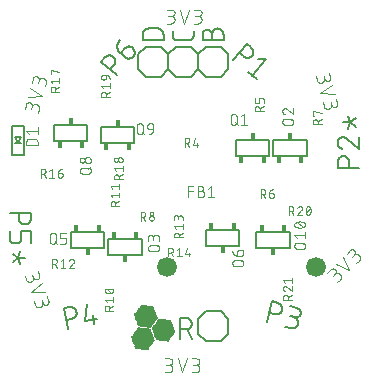
<source format=gbr>
G04 EAGLE Gerber RS-274X export*
G75*
%MOMM*%
%FSLAX34Y34*%
%LPD*%
%INSilkscreen Top*%
%IPPOS*%
%AMOC8*
5,1,8,0,0,1.08239X$1,22.5*%
G01*
%ADD10R,0.751331X0.014731*%
%ADD11R,0.883919X0.014731*%
%ADD12R,1.001775X0.014731*%
%ADD13R,1.119631X0.014731*%
%ADD14R,1.134363X0.014731*%
%ADD15R,1.149094X0.014731*%
%ADD16R,1.163825X0.014731*%
%ADD17R,1.178556X0.014731*%
%ADD18R,1.193288X0.014731*%
%ADD19R,1.222756X0.014731*%
%ADD20R,1.237488X0.014731*%
%ADD21R,1.266950X0.014731*%
%ADD22R,1.281681X0.014731*%
%ADD23R,1.311144X0.014731*%
%ADD24R,1.325881X0.014731*%
%ADD25R,1.355344X0.014731*%
%ADD26R,1.370075X0.014731*%
%ADD27R,1.384806X0.014731*%
%ADD28R,1.399538X0.014731*%
%ADD29R,1.414275X0.014731*%
%ADD30R,1.443738X0.014731*%
%ADD31R,1.458469X0.014731*%
%ADD32R,1.487931X0.014731*%
%ADD33R,1.502663X0.014731*%
%ADD34R,1.517394X0.014731*%
%ADD35R,1.532125X0.014731*%
%ADD36R,1.546856X0.014731*%
%ADD37R,1.576319X0.014731*%
%ADD38R,1.605788X0.014731*%
%ADD39R,1.620519X0.014731*%
%ADD40R,1.649981X0.014731*%
%ADD41R,1.664713X0.014731*%
%ADD42R,1.694175X0.014731*%
%ADD43R,1.708913X0.014731*%
%ADD44R,1.738375X0.014731*%
%ADD45R,1.753106X0.014731*%
%ADD46R,1.767838X0.014731*%
%ADD47R,1.782569X0.014731*%
%ADD48R,1.797306X0.014731*%
%ADD49R,0.117856X0.014731*%
%ADD50R,1.826769X0.014731*%
%ADD51R,0.235713X0.014731*%
%ADD52R,0.353569X0.014731*%
%ADD53R,1.856231X0.014731*%
%ADD54R,0.486156X0.014731*%
%ADD55R,1.870963X0.014731*%
%ADD56R,0.604013X0.014731*%
%ADD57R,0.721869X0.014731*%
%ADD58R,1.885694X0.014731*%
%ADD59R,0.839719X0.014731*%
%ADD60R,0.972306X0.014731*%
%ADD61R,1.090169X0.014731*%
%ADD62R,1.208025X0.014731*%
%ADD63R,1.252219X0.014731*%
%ADD64R,1.296412X0.014731*%
%ADD65R,1.340612X0.014731*%
%ADD66R,1.826763X0.014731*%
%ADD67R,1.414269X0.014731*%
%ADD68R,1.812031X0.014731*%
%ADD69R,1.429000X0.014731*%
%ADD70R,1.458462X0.014731*%
%ADD71R,1.473200X0.014731*%
%ADD72R,1.723644X0.014731*%
%ADD73R,1.694181X0.014731*%
%ADD74R,1.679450X0.014731*%
%ADD75R,1.561594X0.014731*%
%ADD76R,1.576325X0.014731*%
%ADD77R,1.591056X0.014731*%
%ADD78R,1.635250X0.014731*%
%ADD79R,1.561588X0.014731*%
%ADD80R,1.443731X0.014731*%
%ADD81R,1.797300X0.014731*%
%ADD82R,1.841500X0.014731*%
%ADD83R,1.311150X0.014731*%
%ADD84R,1.296419X0.014731*%
%ADD85R,1.193294X0.014731*%
%ADD86R,0.957575X0.014731*%
%ADD87R,0.589281X0.014731*%
%ADD88R,0.471425X0.014731*%
%ADD89R,0.220975X0.014731*%
%ADD90R,1.812038X0.014731*%
%ADD91R,0.103119X0.014731*%
%ADD92R,0.029463X0.014731*%
%ADD93R,0.162050X0.014731*%
%ADD94R,0.265175X0.014731*%
%ADD95R,0.397763X0.014731*%
%ADD96R,0.515619X0.014731*%
%ADD97R,0.648206X0.014731*%
%ADD98R,1.679444X0.014731*%
%ADD99R,1.016506X0.014731*%
%ADD100R,1.104900X0.014731*%
%ADD101R,1.222750X0.014731*%
%ADD102R,1.434338X0.014731*%
%ADD103R,1.208019X0.014731*%
%ADD104R,0.987044X0.014731*%
%ADD105R,0.854456X0.014731*%
%ADD106R,0.618744X0.014731*%
%ADD107R,0.500888X0.014731*%
%ADD108R,0.368300X0.014731*%
%ADD109R,0.132587X0.014731*%
%ADD110R,0.014731X0.014731*%
%ADD111R,1.664719X0.014731*%
%ADD112R,1.075438X0.014731*%
%ADD113R,0.942844X0.014731*%
%ADD114R,0.707131X0.014731*%
%ADD115R,0.456694X0.014731*%
%ADD116R,0.088388X0.014731*%
%ADD117C,0.152400*%
%ADD118C,0.101600*%
%ADD119C,0.127000*%
%ADD120C,0.076200*%
%ADD121C,1.680000*%
%ADD122R,0.457200X0.584200*%


D10*
X-33265Y39059D03*
D11*
X-33781Y39206D03*
D12*
X-34223Y39353D03*
D13*
X-34665Y39501D03*
D14*
X-34738Y39648D03*
D15*
X-34665Y39795D03*
D16*
X-34591Y39943D03*
D17*
X-34665Y40090D03*
D18*
X-34591Y40237D03*
D19*
X-34591Y40385D03*
D20*
X-34517Y40532D03*
X-34517Y40679D03*
D21*
X-34517Y40827D03*
D22*
X-34444Y40974D03*
D23*
X-34444Y41121D03*
X-34444Y41269D03*
D24*
X-34370Y41416D03*
D25*
X-34370Y41563D03*
D26*
X-34296Y41711D03*
D27*
X-34370Y41858D03*
D28*
X-34296Y42005D03*
D29*
X-34223Y42153D03*
D30*
X-34223Y42300D03*
X-34223Y42447D03*
D31*
X-34149Y42595D03*
D32*
X-34149Y42742D03*
D33*
X-34075Y42889D03*
D34*
X-34149Y43036D03*
D35*
X-34075Y43184D03*
D36*
X-34002Y43331D03*
D37*
X-34002Y43478D03*
X-34002Y43626D03*
D38*
X-34002Y43773D03*
D39*
X-33928Y43920D03*
X-33928Y44068D03*
D40*
X-33928Y44215D03*
D41*
X-33854Y44362D03*
D42*
X-33854Y44510D03*
X-33854Y44657D03*
D43*
X-33781Y44804D03*
D44*
X-33781Y44952D03*
D45*
X-33707Y45099D03*
D46*
X-33781Y45246D03*
D47*
X-33707Y45394D03*
D48*
X-33633Y45541D03*
D49*
X-13156Y45541D03*
D50*
X-33633Y45688D03*
D51*
X-13745Y45688D03*
D50*
X-33633Y45836D03*
D52*
X-14187Y45836D03*
D53*
X-33633Y45983D03*
D54*
X-14703Y45983D03*
D55*
X-33560Y46130D03*
D56*
X-15145Y46130D03*
D55*
X-33560Y46278D03*
D57*
X-15734Y46278D03*
D58*
X-33633Y46425D03*
D59*
X-16176Y46425D03*
D58*
X-33633Y46572D03*
D60*
X-16692Y46572D03*
D55*
X-33707Y46719D03*
D61*
X-17134Y46719D03*
D58*
X-33781Y46867D03*
D13*
X-17281Y46867D03*
D58*
X-33781Y47014D03*
D15*
X-17281Y47014D03*
D58*
X-33928Y47161D03*
D16*
X-17207Y47161D03*
D58*
X-33928Y47309D03*
D17*
X-17134Y47309D03*
D55*
X-34002Y47456D03*
D18*
X-17207Y47456D03*
D58*
X-34075Y47603D03*
D62*
X-17134Y47603D03*
D58*
X-34075Y47751D03*
D20*
X-17134Y47751D03*
D58*
X-34223Y47898D03*
D63*
X-17060Y47898D03*
D58*
X-34223Y48045D03*
D63*
X-17060Y48045D03*
D55*
X-34296Y48193D03*
D22*
X-17060Y48193D03*
D58*
X-34370Y48340D03*
D64*
X-16986Y48340D03*
D58*
X-34370Y48487D03*
D24*
X-16986Y48487D03*
D58*
X-34517Y48635D03*
D24*
X-16986Y48635D03*
D58*
X-34517Y48782D03*
D65*
X-16913Y48782D03*
D55*
X-34591Y48929D03*
D26*
X-16913Y48929D03*
D53*
X-34517Y49077D03*
D27*
X-16839Y49077D03*
D53*
X-34517Y49224D03*
D28*
X-16913Y49224D03*
D66*
X-34517Y49371D03*
D67*
X-16839Y49371D03*
D68*
X-34444Y49519D03*
D69*
X-16765Y49519D03*
D47*
X-34444Y49666D03*
D70*
X-16765Y49666D03*
D47*
X-34444Y49813D03*
D70*
X-16765Y49813D03*
D46*
X-34370Y49961D03*
D71*
X-16692Y49961D03*
D44*
X-34370Y50108D03*
D33*
X-16692Y50108D03*
D72*
X-34296Y50255D03*
D33*
X-16692Y50255D03*
D43*
X-34370Y50402D03*
D35*
X-16692Y50402D03*
D73*
X-34296Y50550D03*
D36*
X-16618Y50550D03*
D74*
X-34223Y50697D03*
D75*
X-16544Y50697D03*
D40*
X-34223Y50844D03*
D76*
X-16618Y50844D03*
D40*
X-34223Y50992D03*
D77*
X-16544Y50992D03*
D78*
X-34149Y51139D03*
D39*
X-16544Y51139D03*
D38*
X-34149Y51286D03*
D78*
X-16471Y51286D03*
D38*
X-34149Y51434D03*
D78*
X-16471Y51434D03*
D76*
X-34149Y51581D03*
D41*
X-16471Y51581D03*
D79*
X-34075Y51728D03*
D74*
X-16397Y51728D03*
D36*
X-34002Y51876D03*
D43*
X-16397Y51876D03*
D35*
X-34075Y52023D03*
D43*
X-16397Y52023D03*
D34*
X-34002Y52170D03*
D72*
X-16323Y52170D03*
D32*
X-34002Y52318D03*
D45*
X-16323Y52318D03*
D71*
X-33928Y52465D03*
D46*
X-16250Y52465D03*
D71*
X-33928Y52612D03*
D47*
X-16323Y52612D03*
D80*
X-33928Y52760D03*
D81*
X-16250Y52760D03*
D69*
X-33854Y52907D03*
D68*
X-16176Y52907D03*
D28*
X-33854Y53054D03*
D82*
X-16176Y53054D03*
D28*
X-33854Y53202D03*
D82*
X-16176Y53202D03*
D27*
X-33781Y53349D03*
D55*
X-16176Y53349D03*
D25*
X-33781Y53496D03*
D58*
X-16102Y53496D03*
D65*
X-33707Y53644D03*
D55*
X-16176Y53644D03*
D24*
X-33781Y53791D03*
D58*
X-16250Y53791D03*
D83*
X-33707Y53938D03*
D58*
X-16250Y53938D03*
D84*
X-33633Y54085D03*
D55*
X-16323Y54085D03*
D21*
X-33633Y54233D03*
D58*
X-16397Y54233D03*
D21*
X-33633Y54380D03*
D58*
X-16397Y54380D03*
D63*
X-33560Y54527D03*
D58*
X-16544Y54527D03*
D19*
X-33560Y54675D03*
D58*
X-16544Y54675D03*
D62*
X-33486Y54822D03*
D55*
X-16618Y54822D03*
D85*
X-33560Y54969D03*
D58*
X-16692Y54969D03*
D17*
X-33486Y55117D03*
D58*
X-16692Y55117D03*
D16*
X-33412Y55264D03*
D58*
X-16839Y55264D03*
D15*
X-33486Y55411D03*
D58*
X-16839Y55411D03*
D14*
X-33412Y55559D03*
D55*
X-16913Y55559D03*
D61*
X-33486Y55706D03*
D58*
X-16986Y55706D03*
D86*
X-34002Y55853D03*
D58*
X-16986Y55853D03*
D59*
X-34591Y56001D03*
D58*
X-17134Y56001D03*
D57*
X-35033Y56148D03*
D58*
X-17134Y56148D03*
D87*
X-35549Y56295D03*
D53*
X-17134Y56295D03*
D88*
X-35991Y56443D03*
D82*
X-17060Y56443D03*
D52*
X-36580Y56590D03*
D82*
X-17060Y56590D03*
D89*
X-37095Y56737D03*
D90*
X-17060Y56737D03*
D91*
X-37537Y56885D03*
D48*
X-16986Y56885D03*
D92*
X-27741Y57032D03*
D47*
X-17060Y57032D03*
D93*
X-28256Y57179D03*
D46*
X-16986Y57179D03*
D94*
X-28772Y57327D03*
D45*
X-16913Y57327D03*
D95*
X-29287Y57474D03*
D72*
X-16913Y57474D03*
D96*
X-29729Y57621D03*
D72*
X-16913Y57621D03*
D97*
X-30245Y57768D03*
D73*
X-16913Y57768D03*
D10*
X-30761Y57916D03*
D98*
X-16839Y57916D03*
D11*
X-31276Y58063D03*
D41*
X-16765Y58063D03*
D99*
X-31792Y58210D03*
D40*
X-16839Y58210D03*
D100*
X-32234Y58358D03*
D78*
X-16765Y58358D03*
D14*
X-32234Y58505D03*
D39*
X-16692Y58505D03*
D15*
X-32160Y58652D03*
D77*
X-16692Y58652D03*
D16*
X-32087Y58800D03*
D77*
X-16692Y58800D03*
D17*
X-32160Y58947D03*
D79*
X-16692Y58947D03*
D18*
X-32087Y59094D03*
D36*
X-16618Y59094D03*
D101*
X-32087Y59242D03*
D35*
X-16544Y59242D03*
D20*
X-32013Y59389D03*
D34*
X-16618Y59389D03*
D20*
X-32013Y59536D03*
D33*
X-16544Y59536D03*
D21*
X-32013Y59684D03*
D71*
X-16544Y59684D03*
D22*
X-31939Y59831D03*
D31*
X-16471Y59831D03*
D23*
X-31939Y59978D03*
D31*
X-16471Y59978D03*
D23*
X-31939Y60126D03*
D102*
X-16507Y60126D03*
D24*
X-31866Y60273D03*
D67*
X-16397Y60273D03*
D25*
X-31866Y60420D03*
D27*
X-16397Y60420D03*
D26*
X-31792Y60568D03*
D27*
X-16397Y60568D03*
X-31866Y60715D03*
D26*
X-16323Y60715D03*
D28*
X-31792Y60862D03*
D65*
X-16323Y60862D03*
D67*
X-31718Y61010D03*
D65*
X-16323Y61010D03*
D30*
X-31718Y61157D03*
D83*
X-16323Y61157D03*
D30*
X-31718Y61304D03*
D64*
X-16250Y61304D03*
D71*
X-31718Y61451D03*
D22*
X-16176Y61451D03*
D32*
X-31645Y61599D03*
D21*
X-16250Y61599D03*
D33*
X-31571Y61746D03*
D63*
X-16176Y61746D03*
D34*
X-31645Y61893D03*
D19*
X-16176Y61893D03*
D35*
X-31571Y62041D03*
D103*
X-16102Y62041D03*
D79*
X-31571Y62188D03*
D103*
X-16102Y62188D03*
D37*
X-31497Y62335D03*
D17*
X-16102Y62335D03*
D37*
X-31497Y62483D03*
D16*
X-16029Y62483D03*
D38*
X-31497Y62630D03*
D15*
X-15955Y62630D03*
D39*
X-31424Y62777D03*
D14*
X-16029Y62777D03*
D39*
X-31424Y62925D03*
D100*
X-16029Y62925D03*
D40*
X-31424Y63072D03*
D104*
X-16471Y63072D03*
D41*
X-31350Y63219D03*
D105*
X-16986Y63219D03*
D42*
X-31350Y63367D03*
D10*
X-17502Y63367D03*
D42*
X-31350Y63514D03*
D106*
X-18018Y63514D03*
D43*
X-31276Y63661D03*
D107*
X-18459Y63661D03*
D44*
X-31276Y63809D03*
D108*
X-18975Y63809D03*
D45*
X-31203Y63956D03*
D94*
X-19491Y63956D03*
D46*
X-31276Y64103D03*
D109*
X-20006Y64103D03*
D47*
X-31203Y64251D03*
D110*
X-20448Y64251D03*
D48*
X-31129Y64398D03*
D50*
X-31129Y64545D03*
X-31129Y64693D03*
D53*
X-31129Y64840D03*
D55*
X-31055Y64987D03*
X-31055Y65134D03*
D58*
X-31129Y65282D03*
X-31129Y65429D03*
X-31276Y65576D03*
X-31276Y65724D03*
D55*
X-31350Y65871D03*
D58*
X-31424Y66018D03*
X-31424Y66166D03*
X-31571Y66313D03*
X-31571Y66460D03*
D55*
X-31645Y66608D03*
D58*
X-31718Y66755D03*
X-31718Y66902D03*
D55*
X-31792Y67050D03*
D58*
X-31866Y67197D03*
X-31866Y67344D03*
X-32013Y67492D03*
X-32013Y67639D03*
D55*
X-32087Y67786D03*
D53*
X-32013Y67934D03*
X-32013Y68081D03*
D66*
X-32013Y68228D03*
D68*
X-31939Y68376D03*
D47*
X-31939Y68523D03*
X-31939Y68670D03*
D46*
X-31866Y68817D03*
D44*
X-31866Y68965D03*
D72*
X-31792Y69112D03*
D43*
X-31866Y69259D03*
D73*
X-31792Y69407D03*
D74*
X-31718Y69554D03*
D111*
X-31792Y69701D03*
D40*
X-31718Y69849D03*
D39*
X-31718Y69996D03*
D38*
X-31645Y70143D03*
X-31645Y70291D03*
D76*
X-31645Y70438D03*
D79*
X-31571Y70585D03*
D35*
X-31571Y70733D03*
X-31571Y70880D03*
D34*
X-31497Y71027D03*
D32*
X-31497Y71175D03*
D71*
X-31424Y71322D03*
X-31424Y71469D03*
D80*
X-31424Y71617D03*
D69*
X-31350Y71764D03*
D28*
X-31350Y71911D03*
X-31350Y72059D03*
D27*
X-31276Y72206D03*
D25*
X-31276Y72353D03*
D65*
X-31203Y72500D03*
D24*
X-31276Y72648D03*
D83*
X-31203Y72795D03*
D84*
X-31129Y72942D03*
D21*
X-31129Y73090D03*
X-31129Y73237D03*
D20*
X-31129Y73384D03*
D19*
X-31055Y73532D03*
D62*
X-30982Y73679D03*
D85*
X-31055Y73826D03*
D17*
X-30982Y73974D03*
D15*
X-30982Y74121D03*
X-30982Y74268D03*
D14*
X-30908Y74416D03*
D112*
X-31055Y74563D03*
D113*
X-31571Y74710D03*
D59*
X-32087Y74858D03*
D114*
X-32602Y75005D03*
D87*
X-33044Y75152D03*
D115*
X-33560Y75300D03*
D52*
X-34075Y75447D03*
D89*
X-34591Y75594D03*
D116*
X-35107Y75742D03*
D49*
X-30606Y38213D03*
D51*
X-31195Y38360D03*
D52*
X-31637Y38508D03*
D54*
X-32153Y38655D03*
D56*
X-32595Y38802D03*
D57*
X-33184Y38950D03*
D59*
X-33626Y39097D03*
D60*
X-34141Y39244D03*
D61*
X-34583Y39392D03*
D13*
X-34731Y39539D03*
D117*
X42349Y284256D02*
X53777Y297877D01*
X57561Y294702D01*
X57667Y294611D01*
X57770Y294517D01*
X57870Y294420D01*
X57968Y294320D01*
X58063Y294217D01*
X58154Y294112D01*
X58243Y294004D01*
X58329Y293893D01*
X58412Y293780D01*
X58491Y293665D01*
X58567Y293548D01*
X58640Y293429D01*
X58709Y293307D01*
X58775Y293184D01*
X58837Y293059D01*
X58896Y292932D01*
X58951Y292804D01*
X59003Y292674D01*
X59051Y292542D01*
X59095Y292410D01*
X59135Y292276D01*
X59171Y292141D01*
X59204Y292005D01*
X59233Y291868D01*
X59258Y291731D01*
X59279Y291593D01*
X59296Y291454D01*
X59309Y291315D01*
X59318Y291175D01*
X59324Y291035D01*
X59325Y290896D01*
X59322Y290756D01*
X59316Y290616D01*
X59305Y290477D01*
X59291Y290338D01*
X59272Y290199D01*
X59250Y290061D01*
X59224Y289924D01*
X59194Y289788D01*
X59160Y289652D01*
X59122Y289517D01*
X59080Y289384D01*
X59035Y289252D01*
X58986Y289121D01*
X58933Y288991D01*
X58877Y288863D01*
X58817Y288737D01*
X58753Y288613D01*
X58686Y288490D01*
X58616Y288369D01*
X58542Y288251D01*
X58465Y288134D01*
X58384Y288020D01*
X58301Y287908D01*
X58214Y287798D01*
X58124Y287691D01*
X58031Y287587D01*
X57936Y287485D01*
X57837Y287386D01*
X57736Y287289D01*
X57632Y287196D01*
X57525Y287106D01*
X57416Y287018D01*
X57304Y286934D01*
X57190Y286853D01*
X57074Y286776D01*
X56956Y286701D01*
X56835Y286630D01*
X56713Y286563D01*
X56589Y286498D01*
X56463Y286438D01*
X56335Y286381D01*
X56206Y286328D01*
X56075Y286278D01*
X55943Y286232D01*
X55810Y286190D01*
X55676Y286151D01*
X55540Y286117D01*
X55404Y286086D01*
X55267Y286059D01*
X55129Y286036D01*
X54990Y286017D01*
X54851Y286002D01*
X54712Y285991D01*
X54572Y285984D01*
X54433Y285980D01*
X54293Y285981D01*
X54153Y285985D01*
X54014Y285994D01*
X53874Y286007D01*
X53736Y286023D01*
X53597Y286043D01*
X53460Y286068D01*
X53323Y286096D01*
X53187Y286128D01*
X53052Y286164D01*
X52917Y286203D01*
X52785Y286247D01*
X52653Y286294D01*
X52523Y286345D01*
X52394Y286399D01*
X52267Y286458D01*
X52142Y286519D01*
X52018Y286585D01*
X51896Y286653D01*
X51777Y286726D01*
X51659Y286801D01*
X51544Y286880D01*
X51430Y286962D01*
X51320Y287047D01*
X51211Y287136D01*
X51211Y287135D02*
X47428Y290310D01*
X63490Y284569D02*
X69814Y284421D01*
X58385Y270800D01*
X62168Y267626D02*
X54601Y273975D01*
X130683Y192850D02*
X148463Y192850D01*
X130683Y192850D02*
X130683Y197788D01*
X130685Y197928D01*
X130691Y198067D01*
X130701Y198207D01*
X130715Y198346D01*
X130732Y198485D01*
X130754Y198623D01*
X130780Y198760D01*
X130809Y198897D01*
X130842Y199033D01*
X130879Y199167D01*
X130920Y199301D01*
X130965Y199433D01*
X131014Y199565D01*
X131066Y199694D01*
X131121Y199822D01*
X131181Y199949D01*
X131244Y200074D01*
X131310Y200197D01*
X131380Y200318D01*
X131453Y200437D01*
X131530Y200554D01*
X131610Y200668D01*
X131693Y200781D01*
X131779Y200891D01*
X131869Y200998D01*
X131961Y201103D01*
X132056Y201205D01*
X132154Y201305D01*
X132255Y201402D01*
X132359Y201496D01*
X132465Y201586D01*
X132574Y201674D01*
X132685Y201759D01*
X132799Y201840D01*
X132914Y201919D01*
X133032Y201994D01*
X133153Y202065D01*
X133275Y202133D01*
X133398Y202198D01*
X133524Y202259D01*
X133652Y202317D01*
X133780Y202371D01*
X133911Y202421D01*
X134043Y202468D01*
X134176Y202511D01*
X134310Y202550D01*
X134445Y202585D01*
X134581Y202616D01*
X134719Y202644D01*
X134856Y202667D01*
X134995Y202687D01*
X135134Y202703D01*
X135273Y202715D01*
X135412Y202723D01*
X135552Y202727D01*
X135692Y202727D01*
X135832Y202723D01*
X135971Y202715D01*
X136110Y202703D01*
X136249Y202687D01*
X136388Y202667D01*
X136525Y202644D01*
X136663Y202616D01*
X136799Y202585D01*
X136934Y202550D01*
X137068Y202511D01*
X137201Y202468D01*
X137333Y202421D01*
X137464Y202371D01*
X137592Y202317D01*
X137720Y202259D01*
X137846Y202198D01*
X137969Y202133D01*
X138092Y202065D01*
X138212Y201994D01*
X138330Y201919D01*
X138445Y201840D01*
X138559Y201759D01*
X138670Y201674D01*
X138779Y201586D01*
X138885Y201496D01*
X138989Y201402D01*
X139090Y201305D01*
X139188Y201205D01*
X139283Y201103D01*
X139375Y200998D01*
X139465Y200891D01*
X139551Y200781D01*
X139634Y200668D01*
X139714Y200554D01*
X139791Y200437D01*
X139864Y200318D01*
X139934Y200197D01*
X140000Y200074D01*
X140063Y199949D01*
X140123Y199822D01*
X140178Y199694D01*
X140230Y199565D01*
X140279Y199433D01*
X140324Y199301D01*
X140365Y199167D01*
X140402Y199033D01*
X140435Y198897D01*
X140464Y198760D01*
X140490Y198623D01*
X140512Y198485D01*
X140529Y198346D01*
X140543Y198207D01*
X140553Y198067D01*
X140559Y197928D01*
X140561Y197788D01*
X140561Y192850D01*
X130683Y214277D02*
X130685Y214409D01*
X130691Y214540D01*
X130701Y214672D01*
X130714Y214803D01*
X130732Y214933D01*
X130753Y215063D01*
X130778Y215193D01*
X130807Y215321D01*
X130840Y215449D01*
X130877Y215575D01*
X130917Y215701D01*
X130961Y215825D01*
X131009Y215948D01*
X131060Y216069D01*
X131115Y216189D01*
X131173Y216307D01*
X131235Y216423D01*
X131301Y216537D01*
X131369Y216650D01*
X131441Y216760D01*
X131516Y216868D01*
X131595Y216974D01*
X131676Y217078D01*
X131761Y217179D01*
X131848Y217277D01*
X131939Y217373D01*
X132032Y217466D01*
X132128Y217557D01*
X132226Y217644D01*
X132327Y217729D01*
X132431Y217810D01*
X132537Y217889D01*
X132645Y217964D01*
X132755Y218036D01*
X132868Y218104D01*
X132982Y218170D01*
X133098Y218232D01*
X133216Y218290D01*
X133336Y218345D01*
X133457Y218396D01*
X133580Y218444D01*
X133704Y218488D01*
X133830Y218528D01*
X133956Y218565D01*
X134084Y218598D01*
X134212Y218627D01*
X134342Y218652D01*
X134472Y218673D01*
X134602Y218691D01*
X134733Y218704D01*
X134865Y218714D01*
X134996Y218720D01*
X135128Y218722D01*
X130683Y214277D02*
X130685Y214127D01*
X130691Y213978D01*
X130701Y213829D01*
X130714Y213680D01*
X130732Y213531D01*
X130753Y213383D01*
X130779Y213235D01*
X130808Y213089D01*
X130841Y212943D01*
X130878Y212798D01*
X130919Y212654D01*
X130963Y212511D01*
X131011Y212369D01*
X131063Y212229D01*
X131118Y212090D01*
X131177Y211952D01*
X131240Y211817D01*
X131306Y211682D01*
X131376Y211550D01*
X131449Y211420D01*
X131526Y211291D01*
X131606Y211164D01*
X131689Y211040D01*
X131775Y210918D01*
X131865Y210798D01*
X131958Y210681D01*
X132053Y210566D01*
X132152Y210453D01*
X132254Y210343D01*
X132358Y210236D01*
X132465Y210132D01*
X132575Y210030D01*
X132688Y209932D01*
X132803Y209836D01*
X132921Y209744D01*
X133041Y209654D01*
X133163Y209568D01*
X133287Y209485D01*
X133414Y209405D01*
X133542Y209329D01*
X133673Y209256D01*
X133806Y209186D01*
X133940Y209120D01*
X134076Y209058D01*
X134213Y208999D01*
X134352Y208943D01*
X134493Y208892D01*
X134634Y208844D01*
X138585Y217240D02*
X138492Y217336D01*
X138396Y217428D01*
X138297Y217518D01*
X138196Y217605D01*
X138093Y217690D01*
X137988Y217771D01*
X137880Y217849D01*
X137770Y217924D01*
X137658Y217997D01*
X137544Y218066D01*
X137428Y218132D01*
X137310Y218194D01*
X137191Y218253D01*
X137070Y218309D01*
X136947Y218362D01*
X136823Y218411D01*
X136698Y218456D01*
X136571Y218499D01*
X136444Y218537D01*
X136315Y218572D01*
X136186Y218603D01*
X136055Y218631D01*
X135924Y218655D01*
X135792Y218676D01*
X135660Y218692D01*
X135527Y218705D01*
X135394Y218715D01*
X135261Y218720D01*
X135128Y218722D01*
X138585Y217241D02*
X148463Y208845D01*
X148463Y218722D01*
X141549Y231092D02*
X135622Y231092D01*
X141549Y231092D02*
X145994Y234549D01*
X141549Y231092D02*
X145994Y227635D01*
X141549Y231092D02*
X139573Y236525D01*
X141549Y231092D02*
X139573Y225659D01*
X-129096Y154813D02*
X-146876Y154813D01*
X-129096Y154813D02*
X-129096Y149874D01*
X-129095Y149874D02*
X-129097Y149734D01*
X-129103Y149595D01*
X-129113Y149455D01*
X-129127Y149316D01*
X-129144Y149177D01*
X-129166Y149039D01*
X-129192Y148902D01*
X-129221Y148765D01*
X-129254Y148629D01*
X-129291Y148495D01*
X-129332Y148361D01*
X-129377Y148229D01*
X-129426Y148097D01*
X-129478Y147968D01*
X-129533Y147840D01*
X-129593Y147713D01*
X-129656Y147588D01*
X-129722Y147465D01*
X-129792Y147344D01*
X-129865Y147225D01*
X-129942Y147108D01*
X-130022Y146994D01*
X-130105Y146881D01*
X-130191Y146771D01*
X-130281Y146664D01*
X-130373Y146559D01*
X-130468Y146457D01*
X-130566Y146357D01*
X-130667Y146260D01*
X-130771Y146166D01*
X-130877Y146076D01*
X-130986Y145988D01*
X-131097Y145903D01*
X-131211Y145822D01*
X-131326Y145743D01*
X-131444Y145668D01*
X-131564Y145597D01*
X-131687Y145529D01*
X-131810Y145464D01*
X-131936Y145403D01*
X-132064Y145345D01*
X-132192Y145291D01*
X-132323Y145241D01*
X-132455Y145194D01*
X-132588Y145151D01*
X-132722Y145112D01*
X-132857Y145077D01*
X-132993Y145046D01*
X-133131Y145018D01*
X-133268Y144995D01*
X-133407Y144975D01*
X-133546Y144959D01*
X-133685Y144947D01*
X-133824Y144939D01*
X-133964Y144935D01*
X-134104Y144935D01*
X-134244Y144939D01*
X-134383Y144947D01*
X-134522Y144959D01*
X-134661Y144975D01*
X-134800Y144995D01*
X-134937Y145018D01*
X-135075Y145046D01*
X-135211Y145077D01*
X-135346Y145112D01*
X-135480Y145151D01*
X-135613Y145194D01*
X-135745Y145241D01*
X-135876Y145291D01*
X-136004Y145345D01*
X-136132Y145403D01*
X-136258Y145464D01*
X-136381Y145529D01*
X-136504Y145597D01*
X-136624Y145668D01*
X-136742Y145743D01*
X-136857Y145822D01*
X-136971Y145903D01*
X-137082Y145988D01*
X-137191Y146076D01*
X-137297Y146166D01*
X-137401Y146260D01*
X-137502Y146357D01*
X-137600Y146457D01*
X-137695Y146559D01*
X-137787Y146664D01*
X-137877Y146771D01*
X-137963Y146881D01*
X-138046Y146994D01*
X-138126Y147108D01*
X-138203Y147225D01*
X-138276Y147344D01*
X-138346Y147465D01*
X-138412Y147588D01*
X-138475Y147713D01*
X-138535Y147840D01*
X-138590Y147968D01*
X-138642Y148097D01*
X-138691Y148229D01*
X-138736Y148361D01*
X-138777Y148495D01*
X-138814Y148629D01*
X-138847Y148765D01*
X-138876Y148902D01*
X-138902Y149039D01*
X-138924Y149177D01*
X-138941Y149316D01*
X-138955Y149455D01*
X-138965Y149595D01*
X-138971Y149734D01*
X-138973Y149874D01*
X-138973Y154813D01*
X-146876Y138818D02*
X-146876Y132891D01*
X-146875Y132891D02*
X-146873Y132767D01*
X-146867Y132643D01*
X-146857Y132519D01*
X-146844Y132396D01*
X-146826Y132273D01*
X-146805Y132151D01*
X-146780Y132029D01*
X-146751Y131908D01*
X-146718Y131789D01*
X-146682Y131670D01*
X-146641Y131553D01*
X-146598Y131437D01*
X-146550Y131322D01*
X-146499Y131209D01*
X-146444Y131097D01*
X-146386Y130988D01*
X-146325Y130880D01*
X-146260Y130774D01*
X-146192Y130670D01*
X-146120Y130569D01*
X-146046Y130469D01*
X-145968Y130373D01*
X-145888Y130278D01*
X-145804Y130186D01*
X-145718Y130097D01*
X-145629Y130011D01*
X-145537Y129927D01*
X-145442Y129847D01*
X-145346Y129769D01*
X-145246Y129695D01*
X-145145Y129623D01*
X-145041Y129555D01*
X-144935Y129490D01*
X-144827Y129429D01*
X-144718Y129371D01*
X-144606Y129316D01*
X-144493Y129265D01*
X-144378Y129217D01*
X-144262Y129174D01*
X-144145Y129133D01*
X-144026Y129097D01*
X-143907Y129064D01*
X-143786Y129035D01*
X-143664Y129010D01*
X-143542Y128989D01*
X-143419Y128971D01*
X-143296Y128958D01*
X-143172Y128948D01*
X-143048Y128942D01*
X-142924Y128940D01*
X-140949Y128940D01*
X-140825Y128942D01*
X-140701Y128948D01*
X-140577Y128958D01*
X-140454Y128971D01*
X-140331Y128989D01*
X-140209Y129010D01*
X-140087Y129035D01*
X-139966Y129064D01*
X-139847Y129097D01*
X-139728Y129133D01*
X-139611Y129174D01*
X-139495Y129217D01*
X-139380Y129265D01*
X-139267Y129316D01*
X-139155Y129371D01*
X-139046Y129429D01*
X-138938Y129490D01*
X-138832Y129555D01*
X-138728Y129623D01*
X-138627Y129695D01*
X-138527Y129769D01*
X-138431Y129847D01*
X-138336Y129927D01*
X-138244Y130011D01*
X-138155Y130097D01*
X-138069Y130186D01*
X-137985Y130278D01*
X-137905Y130373D01*
X-137827Y130469D01*
X-137753Y130569D01*
X-137681Y130670D01*
X-137613Y130774D01*
X-137548Y130880D01*
X-137487Y130988D01*
X-137429Y131097D01*
X-137374Y131209D01*
X-137323Y131322D01*
X-137275Y131437D01*
X-137232Y131553D01*
X-137191Y131670D01*
X-137155Y131789D01*
X-137122Y131908D01*
X-137093Y132029D01*
X-137068Y132151D01*
X-137047Y132273D01*
X-137029Y132396D01*
X-137016Y132519D01*
X-137006Y132643D01*
X-137000Y132767D01*
X-136998Y132891D01*
X-136998Y138818D01*
X-129096Y138818D01*
X-129096Y128940D01*
X-134034Y116570D02*
X-139961Y116570D01*
X-144406Y113113D01*
X-139961Y116570D02*
X-144406Y120028D01*
X-139961Y116570D02*
X-137986Y111138D01*
X-139961Y116570D02*
X-137986Y122003D01*
X-100894Y73955D02*
X-97807Y56445D01*
X-100894Y73955D02*
X-96030Y74813D01*
X-96031Y74813D02*
X-95893Y74835D01*
X-95754Y74854D01*
X-95615Y74868D01*
X-95476Y74879D01*
X-95336Y74885D01*
X-95196Y74888D01*
X-95057Y74887D01*
X-94917Y74881D01*
X-94777Y74872D01*
X-94638Y74859D01*
X-94499Y74842D01*
X-94361Y74821D01*
X-94224Y74796D01*
X-94087Y74767D01*
X-93951Y74734D01*
X-93816Y74698D01*
X-93682Y74658D01*
X-93550Y74614D01*
X-93418Y74566D01*
X-93288Y74514D01*
X-93160Y74459D01*
X-93033Y74400D01*
X-92908Y74338D01*
X-92785Y74272D01*
X-92663Y74203D01*
X-92544Y74130D01*
X-92427Y74054D01*
X-92312Y73975D01*
X-92199Y73892D01*
X-92088Y73806D01*
X-91980Y73717D01*
X-91875Y73626D01*
X-91772Y73531D01*
X-91672Y73433D01*
X-91575Y73333D01*
X-91481Y73230D01*
X-91390Y73124D01*
X-91301Y73015D01*
X-91216Y72905D01*
X-91134Y72791D01*
X-91055Y72676D01*
X-90980Y72558D01*
X-90907Y72439D01*
X-90839Y72317D01*
X-90773Y72193D01*
X-90712Y72068D01*
X-90653Y71941D01*
X-90599Y71812D01*
X-90548Y71682D01*
X-90501Y71550D01*
X-90457Y71418D01*
X-90418Y71283D01*
X-90382Y71148D01*
X-90350Y71012D01*
X-90322Y70875D01*
X-90297Y70738D01*
X-90277Y70599D01*
X-90261Y70461D01*
X-90248Y70321D01*
X-90239Y70182D01*
X-90235Y70042D01*
X-90234Y69902D01*
X-90238Y69763D01*
X-90245Y69623D01*
X-90256Y69484D01*
X-90271Y69345D01*
X-90290Y69206D01*
X-90313Y69068D01*
X-90340Y68931D01*
X-90371Y68795D01*
X-90405Y68659D01*
X-90444Y68525D01*
X-90486Y68392D01*
X-90532Y68260D01*
X-90582Y68129D01*
X-90635Y68000D01*
X-90692Y67872D01*
X-90752Y67746D01*
X-90817Y67622D01*
X-90884Y67500D01*
X-90955Y67379D01*
X-91030Y67261D01*
X-91107Y67145D01*
X-91188Y67031D01*
X-91272Y66919D01*
X-91360Y66810D01*
X-91450Y66703D01*
X-91543Y66599D01*
X-91640Y66498D01*
X-91739Y66399D01*
X-91841Y66304D01*
X-91945Y66211D01*
X-92052Y66121D01*
X-92162Y66034D01*
X-92274Y65951D01*
X-92388Y65870D01*
X-92505Y65793D01*
X-92623Y65719D01*
X-92744Y65649D01*
X-92867Y65582D01*
X-92991Y65518D01*
X-93117Y65458D01*
X-93245Y65402D01*
X-93375Y65349D01*
X-93506Y65300D01*
X-93638Y65255D01*
X-93771Y65213D01*
X-93906Y65175D01*
X-94042Y65141D01*
X-94178Y65111D01*
X-94315Y65085D01*
X-99179Y64227D01*
X-82741Y63114D02*
X-81251Y77419D01*
X-82741Y63114D02*
X-73013Y64829D01*
X-76618Y68206D02*
X-75245Y60423D01*
X70783Y62451D02*
X75385Y79625D01*
X80156Y78347D01*
X80155Y78348D02*
X80290Y78310D01*
X80423Y78268D01*
X80555Y78222D01*
X80686Y78173D01*
X80815Y78120D01*
X80943Y78063D01*
X81069Y78003D01*
X81194Y77939D01*
X81316Y77872D01*
X81437Y77801D01*
X81555Y77727D01*
X81672Y77649D01*
X81786Y77569D01*
X81898Y77485D01*
X82007Y77398D01*
X82114Y77308D01*
X82218Y77214D01*
X82320Y77118D01*
X82418Y77020D01*
X82514Y76918D01*
X82608Y76814D01*
X82698Y76707D01*
X82785Y76598D01*
X82869Y76486D01*
X82949Y76372D01*
X83027Y76255D01*
X83101Y76137D01*
X83172Y76016D01*
X83239Y75894D01*
X83303Y75769D01*
X83363Y75643D01*
X83420Y75515D01*
X83473Y75386D01*
X83522Y75255D01*
X83568Y75123D01*
X83610Y74990D01*
X83648Y74855D01*
X83682Y74720D01*
X83712Y74583D01*
X83739Y74446D01*
X83762Y74308D01*
X83780Y74170D01*
X83795Y74031D01*
X83806Y73891D01*
X83813Y73752D01*
X83816Y73612D01*
X83815Y73472D01*
X83810Y73332D01*
X83801Y73193D01*
X83788Y73054D01*
X83771Y72915D01*
X83751Y72777D01*
X83726Y72639D01*
X83698Y72502D01*
X83665Y72366D01*
X83629Y72231D01*
X83589Y72097D01*
X83545Y71965D01*
X83498Y71833D01*
X83447Y71703D01*
X83392Y71575D01*
X83333Y71448D01*
X83271Y71322D01*
X83206Y71199D01*
X83137Y71077D01*
X83064Y70958D01*
X82988Y70840D01*
X82909Y70725D01*
X82827Y70612D01*
X82742Y70501D01*
X82653Y70393D01*
X82561Y70288D01*
X82467Y70185D01*
X82369Y70085D01*
X82269Y69987D01*
X82166Y69893D01*
X82061Y69801D01*
X81953Y69712D01*
X81842Y69627D01*
X81729Y69545D01*
X81614Y69466D01*
X81496Y69390D01*
X81377Y69317D01*
X81255Y69248D01*
X81132Y69183D01*
X81006Y69121D01*
X80879Y69062D01*
X80751Y69007D01*
X80621Y68956D01*
X80489Y68909D01*
X80357Y68865D01*
X80223Y68825D01*
X80088Y68789D01*
X79952Y68756D01*
X79815Y68728D01*
X79677Y68703D01*
X79539Y68683D01*
X79400Y68666D01*
X79261Y68653D01*
X79122Y68644D01*
X78982Y68639D01*
X78842Y68638D01*
X78702Y68641D01*
X78563Y68648D01*
X78423Y68659D01*
X78284Y68674D01*
X78146Y68692D01*
X78008Y68715D01*
X77871Y68742D01*
X77734Y68772D01*
X77599Y68806D01*
X72828Y70084D01*
X86233Y58311D02*
X91004Y57033D01*
X91139Y56999D01*
X91276Y56969D01*
X91413Y56942D01*
X91551Y56919D01*
X91689Y56901D01*
X91828Y56886D01*
X91968Y56875D01*
X92107Y56868D01*
X92247Y56865D01*
X92387Y56866D01*
X92527Y56871D01*
X92666Y56880D01*
X92805Y56893D01*
X92944Y56910D01*
X93082Y56930D01*
X93220Y56955D01*
X93357Y56983D01*
X93493Y57016D01*
X93628Y57052D01*
X93762Y57092D01*
X93894Y57136D01*
X94026Y57183D01*
X94156Y57234D01*
X94284Y57289D01*
X94411Y57348D01*
X94537Y57410D01*
X94660Y57475D01*
X94782Y57544D01*
X94901Y57617D01*
X95019Y57693D01*
X95134Y57772D01*
X95247Y57854D01*
X95358Y57939D01*
X95466Y58028D01*
X95571Y58120D01*
X95674Y58214D01*
X95774Y58312D01*
X95872Y58412D01*
X95966Y58515D01*
X96058Y58620D01*
X96147Y58728D01*
X96232Y58839D01*
X96314Y58952D01*
X96393Y59067D01*
X96469Y59185D01*
X96542Y59304D01*
X96611Y59426D01*
X96676Y59549D01*
X96738Y59675D01*
X96797Y59802D01*
X96852Y59930D01*
X96903Y60060D01*
X96950Y60192D01*
X96994Y60324D01*
X97034Y60458D01*
X97070Y60593D01*
X97103Y60729D01*
X97131Y60866D01*
X97156Y61004D01*
X97176Y61142D01*
X97193Y61281D01*
X97206Y61420D01*
X97215Y61559D01*
X97220Y61699D01*
X97221Y61839D01*
X97218Y61979D01*
X97211Y62118D01*
X97200Y62258D01*
X97185Y62397D01*
X97167Y62535D01*
X97144Y62673D01*
X97117Y62810D01*
X97087Y62947D01*
X97053Y63082D01*
X97015Y63217D01*
X96973Y63350D01*
X96927Y63482D01*
X96878Y63613D01*
X96825Y63742D01*
X96768Y63870D01*
X96708Y63996D01*
X96644Y64121D01*
X96577Y64243D01*
X96506Y64364D01*
X96432Y64482D01*
X96354Y64599D01*
X96274Y64713D01*
X96190Y64825D01*
X96103Y64934D01*
X96013Y65041D01*
X95919Y65145D01*
X95823Y65247D01*
X95725Y65345D01*
X95623Y65441D01*
X95519Y65535D01*
X95412Y65625D01*
X95303Y65712D01*
X95191Y65796D01*
X95077Y65876D01*
X94960Y65954D01*
X94842Y66028D01*
X94721Y66099D01*
X94599Y66166D01*
X94474Y66230D01*
X94348Y66290D01*
X94220Y66347D01*
X94091Y66400D01*
X93960Y66449D01*
X93828Y66495D01*
X93695Y66537D01*
X93560Y66575D01*
X96560Y73952D02*
X90835Y75486D01*
X96560Y73951D02*
X96679Y73917D01*
X96797Y73880D01*
X96914Y73838D01*
X97030Y73793D01*
X97144Y73744D01*
X97257Y73692D01*
X97367Y73636D01*
X97477Y73577D01*
X97584Y73515D01*
X97689Y73449D01*
X97792Y73379D01*
X97893Y73307D01*
X97991Y73231D01*
X98087Y73153D01*
X98181Y73071D01*
X98272Y72987D01*
X98360Y72899D01*
X98445Y72809D01*
X98528Y72717D01*
X98608Y72621D01*
X98684Y72524D01*
X98758Y72424D01*
X98828Y72321D01*
X98895Y72217D01*
X98959Y72111D01*
X99019Y72002D01*
X99076Y71892D01*
X99129Y71780D01*
X99179Y71666D01*
X99226Y71551D01*
X99268Y71434D01*
X99307Y71317D01*
X99342Y71198D01*
X99374Y71077D01*
X99402Y70956D01*
X99426Y70835D01*
X99446Y70712D01*
X99462Y70589D01*
X99474Y70466D01*
X99483Y70342D01*
X99487Y70218D01*
X99488Y70094D01*
X99485Y69970D01*
X99477Y69846D01*
X99466Y69722D01*
X99451Y69599D01*
X99433Y69476D01*
X99410Y69354D01*
X99384Y69233D01*
X99353Y69112D01*
X99319Y68993D01*
X99282Y68875D01*
X99240Y68758D01*
X99195Y68642D01*
X99146Y68528D01*
X99094Y68415D01*
X99038Y68305D01*
X98979Y68195D01*
X98917Y68088D01*
X98851Y67983D01*
X98781Y67880D01*
X98709Y67779D01*
X98633Y67681D01*
X98555Y67585D01*
X98473Y67491D01*
X98389Y67400D01*
X98301Y67312D01*
X98211Y67227D01*
X98119Y67144D01*
X98023Y67064D01*
X97926Y66988D01*
X97826Y66914D01*
X97723Y66844D01*
X97619Y66777D01*
X97513Y66713D01*
X97404Y66653D01*
X97294Y66596D01*
X97182Y66543D01*
X97068Y66493D01*
X96953Y66446D01*
X96836Y66404D01*
X96719Y66365D01*
X96600Y66330D01*
X96479Y66298D01*
X96358Y66270D01*
X96237Y66246D01*
X96114Y66226D01*
X95991Y66210D01*
X95868Y66198D01*
X95744Y66189D01*
X95620Y66185D01*
X95496Y66184D01*
X95372Y66187D01*
X95248Y66195D01*
X95124Y66206D01*
X95001Y66221D01*
X94878Y66239D01*
X94756Y66262D01*
X94635Y66288D01*
X94514Y66319D01*
X94515Y66319D02*
X90698Y67341D01*
X24285Y300800D02*
X24285Y305738D01*
X24287Y305878D01*
X24293Y306017D01*
X24303Y306157D01*
X24317Y306296D01*
X24334Y306435D01*
X24356Y306573D01*
X24382Y306710D01*
X24411Y306847D01*
X24444Y306983D01*
X24481Y307117D01*
X24522Y307251D01*
X24567Y307383D01*
X24616Y307515D01*
X24668Y307644D01*
X24723Y307772D01*
X24783Y307899D01*
X24846Y308024D01*
X24912Y308147D01*
X24982Y308268D01*
X25055Y308387D01*
X25132Y308504D01*
X25212Y308618D01*
X25295Y308731D01*
X25381Y308841D01*
X25471Y308948D01*
X25563Y309053D01*
X25658Y309155D01*
X25756Y309255D01*
X25857Y309352D01*
X25961Y309446D01*
X26067Y309536D01*
X26176Y309624D01*
X26287Y309709D01*
X26401Y309790D01*
X26516Y309869D01*
X26634Y309944D01*
X26754Y310015D01*
X26877Y310083D01*
X27000Y310148D01*
X27126Y310209D01*
X27254Y310267D01*
X27382Y310321D01*
X27513Y310371D01*
X27645Y310418D01*
X27778Y310461D01*
X27912Y310500D01*
X28047Y310535D01*
X28183Y310566D01*
X28321Y310594D01*
X28458Y310617D01*
X28597Y310637D01*
X28736Y310653D01*
X28875Y310665D01*
X29014Y310673D01*
X29154Y310677D01*
X29294Y310677D01*
X29434Y310673D01*
X29573Y310665D01*
X29712Y310653D01*
X29851Y310637D01*
X29990Y310617D01*
X30127Y310594D01*
X30265Y310566D01*
X30401Y310535D01*
X30536Y310500D01*
X30670Y310461D01*
X30803Y310418D01*
X30935Y310371D01*
X31066Y310321D01*
X31194Y310267D01*
X31322Y310209D01*
X31448Y310148D01*
X31571Y310083D01*
X31694Y310015D01*
X31814Y309944D01*
X31932Y309869D01*
X32047Y309790D01*
X32161Y309709D01*
X32272Y309624D01*
X32381Y309536D01*
X32487Y309446D01*
X32591Y309352D01*
X32692Y309255D01*
X32790Y309155D01*
X32885Y309053D01*
X32977Y308948D01*
X33067Y308841D01*
X33153Y308731D01*
X33236Y308618D01*
X33316Y308504D01*
X33393Y308387D01*
X33466Y308268D01*
X33536Y308147D01*
X33602Y308024D01*
X33665Y307899D01*
X33725Y307772D01*
X33780Y307644D01*
X33832Y307515D01*
X33881Y307383D01*
X33926Y307251D01*
X33967Y307117D01*
X34004Y306983D01*
X34037Y306847D01*
X34066Y306710D01*
X34092Y306573D01*
X34114Y306435D01*
X34131Y306296D01*
X34145Y306157D01*
X34155Y306017D01*
X34161Y305878D01*
X34163Y305738D01*
X34163Y300800D01*
X16383Y300800D01*
X16383Y305738D01*
X16385Y305862D01*
X16391Y305986D01*
X16401Y306110D01*
X16414Y306233D01*
X16432Y306356D01*
X16453Y306478D01*
X16478Y306600D01*
X16507Y306721D01*
X16540Y306840D01*
X16576Y306959D01*
X16617Y307076D01*
X16660Y307192D01*
X16708Y307307D01*
X16759Y307420D01*
X16814Y307532D01*
X16872Y307641D01*
X16933Y307749D01*
X16998Y307855D01*
X17066Y307959D01*
X17138Y308060D01*
X17212Y308160D01*
X17290Y308256D01*
X17370Y308351D01*
X17454Y308443D01*
X17540Y308532D01*
X17629Y308618D01*
X17721Y308702D01*
X17816Y308782D01*
X17912Y308860D01*
X18012Y308934D01*
X18113Y309006D01*
X18217Y309074D01*
X18323Y309139D01*
X18431Y309200D01*
X18540Y309258D01*
X18652Y309313D01*
X18765Y309364D01*
X18880Y309412D01*
X18996Y309455D01*
X19113Y309496D01*
X19232Y309532D01*
X19351Y309565D01*
X19472Y309594D01*
X19594Y309619D01*
X19716Y309640D01*
X19839Y309658D01*
X19962Y309671D01*
X20086Y309681D01*
X20210Y309687D01*
X20334Y309689D01*
X20458Y309687D01*
X20582Y309681D01*
X20706Y309671D01*
X20829Y309658D01*
X20952Y309640D01*
X21074Y309619D01*
X21196Y309594D01*
X21317Y309565D01*
X21436Y309532D01*
X21555Y309496D01*
X21672Y309455D01*
X21788Y309412D01*
X21903Y309364D01*
X22016Y309313D01*
X22128Y309258D01*
X22237Y309200D01*
X22345Y309139D01*
X22451Y309074D01*
X22555Y309006D01*
X22656Y308934D01*
X22756Y308860D01*
X22852Y308782D01*
X22947Y308702D01*
X23039Y308618D01*
X23128Y308532D01*
X23214Y308443D01*
X23298Y308351D01*
X23378Y308256D01*
X23456Y308160D01*
X23530Y308060D01*
X23602Y307959D01*
X23670Y307855D01*
X23735Y307749D01*
X23796Y307641D01*
X23854Y307532D01*
X23909Y307420D01*
X23960Y307307D01*
X24008Y307192D01*
X24051Y307076D01*
X24092Y306959D01*
X24128Y306840D01*
X24161Y306721D01*
X24190Y306600D01*
X24215Y306478D01*
X24236Y306356D01*
X24254Y306233D01*
X24267Y306110D01*
X24277Y305986D01*
X24283Y305862D01*
X24285Y305738D01*
X-2702Y65913D02*
X-2702Y48133D01*
X-2702Y65913D02*
X2237Y65913D01*
X2377Y65911D01*
X2516Y65905D01*
X2656Y65895D01*
X2795Y65881D01*
X2934Y65864D01*
X3072Y65842D01*
X3209Y65816D01*
X3346Y65787D01*
X3482Y65754D01*
X3616Y65717D01*
X3750Y65676D01*
X3882Y65631D01*
X4014Y65582D01*
X4143Y65530D01*
X4271Y65475D01*
X4398Y65415D01*
X4523Y65352D01*
X4646Y65286D01*
X4767Y65216D01*
X4886Y65143D01*
X5003Y65066D01*
X5117Y64986D01*
X5230Y64903D01*
X5340Y64817D01*
X5447Y64727D01*
X5552Y64635D01*
X5654Y64540D01*
X5754Y64442D01*
X5851Y64341D01*
X5945Y64237D01*
X6035Y64131D01*
X6123Y64022D01*
X6208Y63911D01*
X6289Y63797D01*
X6368Y63682D01*
X6443Y63564D01*
X6514Y63444D01*
X6582Y63321D01*
X6647Y63198D01*
X6708Y63072D01*
X6766Y62944D01*
X6820Y62816D01*
X6870Y62685D01*
X6917Y62553D01*
X6960Y62420D01*
X6999Y62286D01*
X7034Y62151D01*
X7065Y62015D01*
X7093Y61877D01*
X7116Y61740D01*
X7136Y61601D01*
X7152Y61462D01*
X7164Y61323D01*
X7172Y61184D01*
X7176Y61044D01*
X7176Y60904D01*
X7172Y60764D01*
X7164Y60625D01*
X7152Y60486D01*
X7136Y60347D01*
X7116Y60208D01*
X7093Y60071D01*
X7065Y59933D01*
X7034Y59797D01*
X6999Y59662D01*
X6960Y59528D01*
X6917Y59395D01*
X6870Y59263D01*
X6820Y59132D01*
X6766Y59004D01*
X6708Y58876D01*
X6647Y58750D01*
X6582Y58627D01*
X6514Y58505D01*
X6443Y58384D01*
X6368Y58266D01*
X6289Y58151D01*
X6208Y58037D01*
X6123Y57926D01*
X6035Y57817D01*
X5945Y57711D01*
X5851Y57607D01*
X5754Y57506D01*
X5654Y57408D01*
X5552Y57313D01*
X5447Y57221D01*
X5340Y57131D01*
X5230Y57045D01*
X5117Y56962D01*
X5003Y56882D01*
X4886Y56805D01*
X4767Y56732D01*
X4646Y56662D01*
X4523Y56596D01*
X4398Y56533D01*
X4271Y56473D01*
X4143Y56418D01*
X4014Y56366D01*
X3882Y56317D01*
X3750Y56272D01*
X3616Y56231D01*
X3482Y56194D01*
X3346Y56161D01*
X3209Y56132D01*
X3072Y56106D01*
X2934Y56084D01*
X2795Y56067D01*
X2656Y56053D01*
X2516Y56043D01*
X2377Y56037D01*
X2237Y56035D01*
X-2702Y56035D01*
X3224Y56035D02*
X7176Y48133D01*
X8763Y304751D02*
X8763Y308702D01*
X8763Y304751D02*
X8761Y304627D01*
X8755Y304503D01*
X8745Y304379D01*
X8732Y304256D01*
X8714Y304133D01*
X8693Y304011D01*
X8668Y303889D01*
X8639Y303768D01*
X8606Y303649D01*
X8570Y303530D01*
X8529Y303413D01*
X8486Y303297D01*
X8438Y303182D01*
X8387Y303069D01*
X8332Y302957D01*
X8274Y302848D01*
X8213Y302740D01*
X8148Y302634D01*
X8080Y302530D01*
X8008Y302429D01*
X7934Y302329D01*
X7856Y302233D01*
X7776Y302138D01*
X7692Y302046D01*
X7606Y301957D01*
X7517Y301871D01*
X7425Y301787D01*
X7330Y301707D01*
X7234Y301629D01*
X7134Y301555D01*
X7033Y301483D01*
X6929Y301415D01*
X6823Y301350D01*
X6715Y301289D01*
X6606Y301231D01*
X6494Y301176D01*
X6381Y301125D01*
X6266Y301077D01*
X6150Y301034D01*
X6033Y300993D01*
X5914Y300957D01*
X5795Y300924D01*
X5674Y300895D01*
X5552Y300870D01*
X5430Y300849D01*
X5307Y300831D01*
X5184Y300818D01*
X5060Y300808D01*
X4936Y300802D01*
X4812Y300800D01*
X-5066Y300800D01*
X-5190Y300802D01*
X-5314Y300808D01*
X-5438Y300818D01*
X-5561Y300831D01*
X-5684Y300849D01*
X-5806Y300870D01*
X-5928Y300895D01*
X-6049Y300924D01*
X-6168Y300957D01*
X-6287Y300993D01*
X-6404Y301034D01*
X-6520Y301077D01*
X-6635Y301125D01*
X-6748Y301176D01*
X-6860Y301231D01*
X-6969Y301289D01*
X-7077Y301350D01*
X-7183Y301415D01*
X-7287Y301483D01*
X-7388Y301555D01*
X-7488Y301629D01*
X-7584Y301707D01*
X-7679Y301787D01*
X-7771Y301871D01*
X-7860Y301957D01*
X-7946Y302046D01*
X-8030Y302138D01*
X-8110Y302233D01*
X-8188Y302329D01*
X-8262Y302429D01*
X-8334Y302530D01*
X-8402Y302634D01*
X-8467Y302740D01*
X-8528Y302848D01*
X-8586Y302957D01*
X-8641Y303069D01*
X-8692Y303182D01*
X-8740Y303297D01*
X-8783Y303413D01*
X-8824Y303530D01*
X-8860Y303649D01*
X-8893Y303768D01*
X-8922Y303889D01*
X-8947Y304011D01*
X-8968Y304133D01*
X-8986Y304256D01*
X-8999Y304379D01*
X-9009Y304503D01*
X-9015Y304627D01*
X-9017Y304751D01*
X-9017Y308702D01*
X-16637Y300800D02*
X-34417Y300800D01*
X-34417Y305738D01*
X-34415Y305877D01*
X-34409Y306015D01*
X-34400Y306153D01*
X-34386Y306291D01*
X-34369Y306428D01*
X-34347Y306565D01*
X-34322Y306702D01*
X-34293Y306837D01*
X-34260Y306972D01*
X-34224Y307105D01*
X-34184Y307238D01*
X-34140Y307369D01*
X-34092Y307499D01*
X-34041Y307628D01*
X-33986Y307755D01*
X-33928Y307881D01*
X-33866Y308005D01*
X-33801Y308127D01*
X-33732Y308247D01*
X-33660Y308366D01*
X-33585Y308482D01*
X-33506Y308596D01*
X-33424Y308708D01*
X-33339Y308817D01*
X-33252Y308925D01*
X-33161Y309029D01*
X-33067Y309131D01*
X-32970Y309230D01*
X-32871Y309327D01*
X-32769Y309421D01*
X-32665Y309512D01*
X-32557Y309599D01*
X-32448Y309684D01*
X-32336Y309766D01*
X-32222Y309845D01*
X-32106Y309920D01*
X-31987Y309992D01*
X-31867Y310061D01*
X-31745Y310126D01*
X-31621Y310188D01*
X-31495Y310246D01*
X-31368Y310301D01*
X-31239Y310352D01*
X-31109Y310400D01*
X-30978Y310444D01*
X-30845Y310484D01*
X-30712Y310520D01*
X-30577Y310553D01*
X-30442Y310582D01*
X-30305Y310607D01*
X-30168Y310629D01*
X-30031Y310646D01*
X-29893Y310660D01*
X-29755Y310669D01*
X-29617Y310675D01*
X-29478Y310677D01*
X-21576Y310677D01*
X-21437Y310675D01*
X-21299Y310669D01*
X-21161Y310660D01*
X-21023Y310646D01*
X-20886Y310629D01*
X-20749Y310607D01*
X-20612Y310582D01*
X-20477Y310553D01*
X-20342Y310520D01*
X-20209Y310484D01*
X-20076Y310444D01*
X-19945Y310400D01*
X-19815Y310352D01*
X-19686Y310301D01*
X-19559Y310246D01*
X-19433Y310188D01*
X-19309Y310126D01*
X-19187Y310061D01*
X-19067Y309992D01*
X-18948Y309920D01*
X-18832Y309845D01*
X-18718Y309766D01*
X-18606Y309684D01*
X-18497Y309599D01*
X-18389Y309512D01*
X-18285Y309421D01*
X-18183Y309327D01*
X-18084Y309230D01*
X-17987Y309131D01*
X-17893Y309029D01*
X-17802Y308925D01*
X-17715Y308817D01*
X-17630Y308708D01*
X-17548Y308596D01*
X-17469Y308482D01*
X-17394Y308366D01*
X-17322Y308247D01*
X-17253Y308127D01*
X-17188Y308005D01*
X-17126Y307881D01*
X-17068Y307755D01*
X-17013Y307628D01*
X-16962Y307499D01*
X-16914Y307369D01*
X-16870Y307238D01*
X-16830Y307105D01*
X-16794Y306972D01*
X-16761Y306837D01*
X-16732Y306702D01*
X-16707Y306565D01*
X-16685Y306428D01*
X-16668Y306291D01*
X-16654Y306153D01*
X-16645Y306015D01*
X-16639Y305877D01*
X-16637Y305738D01*
X-16637Y300800D01*
D118*
X-134286Y101296D02*
X-133176Y98247D01*
X-133177Y98247D02*
X-133137Y98141D01*
X-133092Y98037D01*
X-133044Y97934D01*
X-132993Y97833D01*
X-132938Y97734D01*
X-132880Y97637D01*
X-132818Y97542D01*
X-132753Y97449D01*
X-132685Y97359D01*
X-132614Y97270D01*
X-132539Y97185D01*
X-132462Y97102D01*
X-132382Y97022D01*
X-132299Y96945D01*
X-132213Y96870D01*
X-132125Y96799D01*
X-132035Y96731D01*
X-131942Y96666D01*
X-131847Y96604D01*
X-131750Y96546D01*
X-131651Y96491D01*
X-131550Y96440D01*
X-131447Y96392D01*
X-131343Y96347D01*
X-131237Y96307D01*
X-131130Y96270D01*
X-131022Y96237D01*
X-130912Y96207D01*
X-130802Y96182D01*
X-130691Y96160D01*
X-130579Y96143D01*
X-130466Y96129D01*
X-130353Y96119D01*
X-130240Y96113D01*
X-130127Y96111D01*
X-130014Y96113D01*
X-129901Y96119D01*
X-129788Y96129D01*
X-129675Y96143D01*
X-129563Y96160D01*
X-129452Y96182D01*
X-129342Y96207D01*
X-129232Y96237D01*
X-129124Y96270D01*
X-129017Y96307D01*
X-128911Y96347D01*
X-128807Y96392D01*
X-128704Y96440D01*
X-128603Y96491D01*
X-128504Y96546D01*
X-128407Y96604D01*
X-128312Y96666D01*
X-128219Y96731D01*
X-128129Y96799D01*
X-128041Y96870D01*
X-127955Y96945D01*
X-127872Y97022D01*
X-127792Y97102D01*
X-127715Y97185D01*
X-127640Y97271D01*
X-127569Y97359D01*
X-127501Y97449D01*
X-127436Y97542D01*
X-127374Y97637D01*
X-127316Y97734D01*
X-127261Y97833D01*
X-127210Y97934D01*
X-127162Y98037D01*
X-127117Y98141D01*
X-127077Y98247D01*
X-127040Y98354D01*
X-127007Y98462D01*
X-126977Y98572D01*
X-126952Y98682D01*
X-126930Y98793D01*
X-126913Y98905D01*
X-126899Y99018D01*
X-126889Y99131D01*
X-126883Y99244D01*
X-126881Y99357D01*
X-126883Y99470D01*
X-126889Y99583D01*
X-126899Y99696D01*
X-126913Y99809D01*
X-126930Y99921D01*
X-126952Y100032D01*
X-126977Y100142D01*
X-127007Y100252D01*
X-127040Y100360D01*
X-127077Y100467D01*
X-121975Y101633D02*
X-123307Y105293D01*
X-121976Y101633D02*
X-121943Y101538D01*
X-121914Y101441D01*
X-121889Y101344D01*
X-121868Y101245D01*
X-121850Y101146D01*
X-121837Y101046D01*
X-121827Y100946D01*
X-121821Y100846D01*
X-121819Y100745D01*
X-121821Y100644D01*
X-121827Y100544D01*
X-121837Y100444D01*
X-121850Y100344D01*
X-121868Y100245D01*
X-121889Y100146D01*
X-121914Y100049D01*
X-121943Y99952D01*
X-121976Y99857D01*
X-122012Y99763D01*
X-122052Y99671D01*
X-122095Y99580D01*
X-122142Y99491D01*
X-122192Y99404D01*
X-122246Y99318D01*
X-122303Y99235D01*
X-122363Y99155D01*
X-122426Y99076D01*
X-122493Y99000D01*
X-122562Y98927D01*
X-122634Y98857D01*
X-122708Y98789D01*
X-122785Y98724D01*
X-122865Y98663D01*
X-122947Y98604D01*
X-123031Y98549D01*
X-123117Y98497D01*
X-123205Y98448D01*
X-123295Y98403D01*
X-123387Y98361D01*
X-123480Y98323D01*
X-123575Y98289D01*
X-123670Y98258D01*
X-123767Y98231D01*
X-123865Y98208D01*
X-123964Y98188D01*
X-124064Y98173D01*
X-124164Y98161D01*
X-124264Y98153D01*
X-124365Y98149D01*
X-124465Y98149D01*
X-124566Y98153D01*
X-124666Y98161D01*
X-124766Y98173D01*
X-124866Y98188D01*
X-124965Y98208D01*
X-125063Y98231D01*
X-125160Y98258D01*
X-125255Y98289D01*
X-125350Y98323D01*
X-125443Y98361D01*
X-125535Y98403D01*
X-125625Y98448D01*
X-125713Y98497D01*
X-125799Y98549D01*
X-125883Y98604D01*
X-125965Y98663D01*
X-126045Y98724D01*
X-126122Y98789D01*
X-126196Y98857D01*
X-126268Y98927D01*
X-126337Y99000D01*
X-126404Y99076D01*
X-126467Y99155D01*
X-126527Y99235D01*
X-126584Y99318D01*
X-126638Y99404D01*
X-126688Y99491D01*
X-126735Y99580D01*
X-126778Y99671D01*
X-126818Y99763D01*
X-126854Y99857D01*
X-126855Y99857D02*
X-127743Y102297D01*
X-119620Y95162D02*
X-129267Y87506D01*
X-116956Y87842D01*
X-126468Y79815D02*
X-125358Y76765D01*
X-125318Y76659D01*
X-125273Y76555D01*
X-125225Y76452D01*
X-125174Y76351D01*
X-125119Y76252D01*
X-125061Y76155D01*
X-124999Y76060D01*
X-124934Y75967D01*
X-124866Y75877D01*
X-124795Y75788D01*
X-124720Y75703D01*
X-124643Y75620D01*
X-124563Y75540D01*
X-124480Y75463D01*
X-124394Y75388D01*
X-124306Y75317D01*
X-124216Y75249D01*
X-124123Y75184D01*
X-124028Y75122D01*
X-123931Y75064D01*
X-123832Y75009D01*
X-123731Y74958D01*
X-123628Y74910D01*
X-123524Y74865D01*
X-123418Y74825D01*
X-123311Y74788D01*
X-123203Y74755D01*
X-123093Y74725D01*
X-122983Y74700D01*
X-122872Y74678D01*
X-122760Y74661D01*
X-122647Y74647D01*
X-122534Y74637D01*
X-122421Y74631D01*
X-122308Y74629D01*
X-122195Y74631D01*
X-122082Y74637D01*
X-121969Y74647D01*
X-121856Y74661D01*
X-121744Y74678D01*
X-121633Y74700D01*
X-121523Y74725D01*
X-121413Y74755D01*
X-121305Y74788D01*
X-121198Y74825D01*
X-121092Y74865D01*
X-120988Y74910D01*
X-120885Y74958D01*
X-120784Y75009D01*
X-120685Y75064D01*
X-120588Y75122D01*
X-120493Y75184D01*
X-120400Y75249D01*
X-120310Y75317D01*
X-120222Y75388D01*
X-120136Y75463D01*
X-120053Y75540D01*
X-119973Y75620D01*
X-119896Y75703D01*
X-119821Y75789D01*
X-119750Y75877D01*
X-119682Y75967D01*
X-119617Y76060D01*
X-119555Y76155D01*
X-119497Y76252D01*
X-119442Y76351D01*
X-119391Y76452D01*
X-119343Y76555D01*
X-119298Y76659D01*
X-119258Y76765D01*
X-119221Y76872D01*
X-119188Y76980D01*
X-119158Y77090D01*
X-119133Y77200D01*
X-119111Y77311D01*
X-119094Y77423D01*
X-119080Y77536D01*
X-119070Y77649D01*
X-119064Y77762D01*
X-119062Y77875D01*
X-119064Y77988D01*
X-119070Y78101D01*
X-119080Y78214D01*
X-119094Y78327D01*
X-119111Y78439D01*
X-119133Y78550D01*
X-119158Y78660D01*
X-119188Y78770D01*
X-119221Y78878D01*
X-119258Y78985D01*
X-114156Y80151D02*
X-115488Y83811D01*
X-114157Y80151D02*
X-114124Y80056D01*
X-114095Y79959D01*
X-114070Y79862D01*
X-114049Y79763D01*
X-114031Y79664D01*
X-114018Y79564D01*
X-114008Y79464D01*
X-114002Y79364D01*
X-114000Y79263D01*
X-114002Y79162D01*
X-114008Y79062D01*
X-114018Y78962D01*
X-114031Y78862D01*
X-114049Y78763D01*
X-114070Y78664D01*
X-114095Y78567D01*
X-114124Y78470D01*
X-114157Y78375D01*
X-114193Y78281D01*
X-114233Y78189D01*
X-114276Y78098D01*
X-114323Y78009D01*
X-114373Y77922D01*
X-114427Y77836D01*
X-114484Y77753D01*
X-114544Y77673D01*
X-114607Y77594D01*
X-114674Y77518D01*
X-114743Y77445D01*
X-114815Y77375D01*
X-114889Y77307D01*
X-114966Y77242D01*
X-115046Y77181D01*
X-115128Y77122D01*
X-115212Y77067D01*
X-115298Y77015D01*
X-115386Y76966D01*
X-115476Y76921D01*
X-115568Y76879D01*
X-115661Y76841D01*
X-115756Y76807D01*
X-115851Y76776D01*
X-115948Y76749D01*
X-116046Y76726D01*
X-116145Y76706D01*
X-116245Y76691D01*
X-116345Y76679D01*
X-116445Y76671D01*
X-116546Y76667D01*
X-116646Y76667D01*
X-116747Y76671D01*
X-116847Y76679D01*
X-116947Y76691D01*
X-117047Y76706D01*
X-117146Y76726D01*
X-117244Y76749D01*
X-117341Y76776D01*
X-117436Y76807D01*
X-117531Y76841D01*
X-117624Y76879D01*
X-117716Y76921D01*
X-117806Y76966D01*
X-117894Y77015D01*
X-117980Y77067D01*
X-118064Y77122D01*
X-118146Y77181D01*
X-118226Y77242D01*
X-118303Y77307D01*
X-118377Y77375D01*
X-118449Y77445D01*
X-118518Y77518D01*
X-118585Y77594D01*
X-118648Y77673D01*
X-118708Y77753D01*
X-118765Y77836D01*
X-118819Y77922D01*
X-118869Y78009D01*
X-118916Y78098D01*
X-118959Y78189D01*
X-118999Y78281D01*
X-119035Y78375D01*
X-119036Y78375D02*
X-119924Y80815D01*
X113098Y267026D02*
X112258Y270161D01*
X113098Y267026D02*
X113129Y266917D01*
X113164Y266809D01*
X113203Y266703D01*
X113245Y266598D01*
X113291Y266494D01*
X113341Y266392D01*
X113394Y266292D01*
X113451Y266194D01*
X113511Y266098D01*
X113574Y266004D01*
X113641Y265913D01*
X113710Y265823D01*
X113783Y265736D01*
X113859Y265652D01*
X113938Y265571D01*
X114019Y265492D01*
X114103Y265416D01*
X114190Y265343D01*
X114280Y265274D01*
X114371Y265207D01*
X114465Y265144D01*
X114561Y265084D01*
X114659Y265027D01*
X114759Y264974D01*
X114861Y264924D01*
X114965Y264878D01*
X115070Y264836D01*
X115176Y264797D01*
X115284Y264762D01*
X115393Y264731D01*
X115503Y264703D01*
X115614Y264680D01*
X115725Y264660D01*
X115837Y264644D01*
X115950Y264632D01*
X116063Y264624D01*
X116176Y264620D01*
X116290Y264620D01*
X116403Y264624D01*
X116516Y264632D01*
X116629Y264644D01*
X116741Y264660D01*
X116852Y264680D01*
X116963Y264703D01*
X117073Y264731D01*
X117182Y264762D01*
X117290Y264797D01*
X117396Y264836D01*
X117501Y264878D01*
X117605Y264924D01*
X117707Y264974D01*
X117807Y265027D01*
X117905Y265084D01*
X118001Y265144D01*
X118095Y265207D01*
X118186Y265274D01*
X118276Y265343D01*
X118363Y265416D01*
X118447Y265492D01*
X118528Y265571D01*
X118607Y265652D01*
X118683Y265736D01*
X118756Y265823D01*
X118825Y265913D01*
X118892Y266004D01*
X118955Y266098D01*
X119015Y266194D01*
X119072Y266292D01*
X119125Y266392D01*
X119175Y266494D01*
X119221Y266598D01*
X119263Y266703D01*
X119302Y266809D01*
X119337Y266917D01*
X119368Y267026D01*
X119396Y267136D01*
X119419Y267247D01*
X119439Y267358D01*
X119455Y267470D01*
X119467Y267583D01*
X119475Y267696D01*
X119479Y267809D01*
X119479Y267923D01*
X119475Y268036D01*
X119467Y268149D01*
X119455Y268262D01*
X119439Y268374D01*
X119419Y268485D01*
X119396Y268596D01*
X119368Y268706D01*
X124552Y269423D02*
X123544Y273185D01*
X124552Y269423D02*
X124576Y269325D01*
X124596Y269227D01*
X124613Y269127D01*
X124625Y269027D01*
X124634Y268927D01*
X124639Y268826D01*
X124640Y268726D01*
X124637Y268625D01*
X124630Y268525D01*
X124619Y268425D01*
X124605Y268325D01*
X124586Y268226D01*
X124564Y268128D01*
X124538Y268031D01*
X124508Y267934D01*
X124475Y267839D01*
X124438Y267746D01*
X124397Y267654D01*
X124352Y267563D01*
X124305Y267475D01*
X124253Y267388D01*
X124199Y267304D01*
X124141Y267221D01*
X124080Y267141D01*
X124016Y267063D01*
X123949Y266988D01*
X123880Y266915D01*
X123807Y266846D01*
X123732Y266779D01*
X123654Y266715D01*
X123574Y266654D01*
X123491Y266596D01*
X123407Y266541D01*
X123320Y266490D01*
X123232Y266443D01*
X123141Y266398D01*
X123049Y266357D01*
X122955Y266320D01*
X122861Y266287D01*
X122764Y266257D01*
X122667Y266231D01*
X122569Y266209D01*
X122470Y266190D01*
X122370Y266176D01*
X122270Y266165D01*
X122170Y266158D01*
X122069Y266155D01*
X121968Y266156D01*
X121868Y266161D01*
X121768Y266170D01*
X121668Y266182D01*
X121568Y266199D01*
X121470Y266219D01*
X121372Y266243D01*
X121275Y266271D01*
X121180Y266303D01*
X121086Y266338D01*
X120993Y266377D01*
X120901Y266420D01*
X120812Y266466D01*
X120724Y266515D01*
X120639Y266568D01*
X120555Y266624D01*
X120474Y266684D01*
X120395Y266746D01*
X120318Y266812D01*
X120244Y266880D01*
X120173Y266951D01*
X120105Y267025D01*
X120039Y267102D01*
X119977Y267181D01*
X119917Y267262D01*
X119861Y267346D01*
X119808Y267431D01*
X119759Y267519D01*
X119713Y267608D01*
X119670Y267700D01*
X119631Y267793D01*
X119596Y267887D01*
X119564Y267982D01*
X119536Y268079D01*
X118864Y270587D01*
X126334Y262772D02*
X116056Y255986D01*
X128350Y255248D01*
X118174Y248080D02*
X119014Y244945D01*
X119045Y244836D01*
X119080Y244728D01*
X119119Y244622D01*
X119161Y244517D01*
X119207Y244413D01*
X119257Y244311D01*
X119310Y244211D01*
X119367Y244113D01*
X119427Y244017D01*
X119490Y243923D01*
X119557Y243832D01*
X119626Y243742D01*
X119699Y243655D01*
X119775Y243571D01*
X119854Y243490D01*
X119935Y243411D01*
X120019Y243335D01*
X120106Y243262D01*
X120196Y243193D01*
X120287Y243126D01*
X120381Y243063D01*
X120477Y243003D01*
X120575Y242946D01*
X120675Y242893D01*
X120777Y242843D01*
X120881Y242797D01*
X120986Y242755D01*
X121092Y242716D01*
X121200Y242681D01*
X121309Y242650D01*
X121419Y242622D01*
X121530Y242599D01*
X121641Y242579D01*
X121753Y242563D01*
X121866Y242551D01*
X121979Y242543D01*
X122092Y242539D01*
X122206Y242539D01*
X122319Y242543D01*
X122432Y242551D01*
X122545Y242563D01*
X122657Y242579D01*
X122768Y242599D01*
X122879Y242622D01*
X122989Y242650D01*
X123098Y242681D01*
X123206Y242716D01*
X123312Y242755D01*
X123417Y242797D01*
X123521Y242843D01*
X123623Y242893D01*
X123723Y242946D01*
X123821Y243003D01*
X123917Y243063D01*
X124011Y243126D01*
X124102Y243193D01*
X124192Y243262D01*
X124279Y243335D01*
X124363Y243411D01*
X124444Y243490D01*
X124523Y243571D01*
X124599Y243655D01*
X124672Y243742D01*
X124741Y243832D01*
X124808Y243923D01*
X124871Y244017D01*
X124931Y244113D01*
X124988Y244211D01*
X125041Y244311D01*
X125091Y244413D01*
X125137Y244517D01*
X125179Y244622D01*
X125218Y244728D01*
X125253Y244836D01*
X125284Y244945D01*
X125312Y245055D01*
X125335Y245166D01*
X125355Y245277D01*
X125371Y245389D01*
X125383Y245502D01*
X125391Y245615D01*
X125395Y245728D01*
X125395Y245842D01*
X125391Y245955D01*
X125383Y246068D01*
X125371Y246181D01*
X125355Y246293D01*
X125335Y246404D01*
X125312Y246515D01*
X125284Y246625D01*
X130468Y247342D02*
X129460Y251104D01*
X130468Y247342D02*
X130492Y247244D01*
X130512Y247146D01*
X130529Y247046D01*
X130541Y246946D01*
X130550Y246846D01*
X130555Y246745D01*
X130556Y246645D01*
X130553Y246544D01*
X130546Y246444D01*
X130535Y246344D01*
X130521Y246244D01*
X130502Y246145D01*
X130480Y246047D01*
X130454Y245950D01*
X130424Y245853D01*
X130391Y245758D01*
X130354Y245665D01*
X130313Y245573D01*
X130268Y245482D01*
X130221Y245394D01*
X130169Y245307D01*
X130115Y245223D01*
X130057Y245140D01*
X129996Y245060D01*
X129932Y244982D01*
X129865Y244907D01*
X129796Y244834D01*
X129723Y244765D01*
X129648Y244698D01*
X129570Y244634D01*
X129490Y244573D01*
X129407Y244515D01*
X129323Y244460D01*
X129236Y244409D01*
X129148Y244362D01*
X129057Y244317D01*
X128965Y244276D01*
X128871Y244239D01*
X128777Y244206D01*
X128680Y244176D01*
X128583Y244150D01*
X128485Y244128D01*
X128386Y244109D01*
X128286Y244095D01*
X128186Y244084D01*
X128086Y244077D01*
X127985Y244074D01*
X127884Y244075D01*
X127784Y244080D01*
X127684Y244089D01*
X127584Y244101D01*
X127484Y244118D01*
X127386Y244138D01*
X127288Y244162D01*
X127191Y244190D01*
X127096Y244222D01*
X127002Y244257D01*
X126909Y244296D01*
X126817Y244339D01*
X126728Y244385D01*
X126640Y244434D01*
X126555Y244487D01*
X126471Y244543D01*
X126390Y244603D01*
X126311Y244665D01*
X126234Y244731D01*
X126160Y244799D01*
X126089Y244870D01*
X126021Y244944D01*
X125955Y245021D01*
X125893Y245100D01*
X125833Y245181D01*
X125777Y245265D01*
X125724Y245350D01*
X125675Y245438D01*
X125629Y245527D01*
X125586Y245619D01*
X125547Y245712D01*
X125512Y245806D01*
X125480Y245901D01*
X125452Y245998D01*
X124780Y248506D01*
X-122111Y242600D02*
X-122952Y239465D01*
X-122111Y242600D02*
X-122083Y242710D01*
X-122060Y242821D01*
X-122040Y242932D01*
X-122024Y243044D01*
X-122012Y243157D01*
X-122004Y243270D01*
X-122000Y243383D01*
X-122000Y243497D01*
X-122004Y243610D01*
X-122012Y243723D01*
X-122024Y243836D01*
X-122040Y243948D01*
X-122060Y244059D01*
X-122083Y244170D01*
X-122111Y244280D01*
X-122142Y244389D01*
X-122177Y244497D01*
X-122216Y244603D01*
X-122258Y244708D01*
X-122304Y244812D01*
X-122354Y244914D01*
X-122407Y245014D01*
X-122464Y245112D01*
X-122524Y245208D01*
X-122587Y245302D01*
X-122654Y245393D01*
X-122723Y245483D01*
X-122796Y245570D01*
X-122872Y245654D01*
X-122951Y245735D01*
X-123032Y245814D01*
X-123116Y245890D01*
X-123203Y245963D01*
X-123293Y246032D01*
X-123384Y246099D01*
X-123478Y246162D01*
X-123574Y246222D01*
X-123672Y246279D01*
X-123772Y246332D01*
X-123874Y246382D01*
X-123978Y246428D01*
X-124083Y246470D01*
X-124189Y246509D01*
X-124297Y246544D01*
X-124406Y246575D01*
X-124516Y246603D01*
X-124627Y246626D01*
X-124738Y246646D01*
X-124850Y246662D01*
X-124963Y246674D01*
X-125076Y246682D01*
X-125189Y246686D01*
X-125303Y246686D01*
X-125416Y246682D01*
X-125529Y246674D01*
X-125642Y246662D01*
X-125754Y246646D01*
X-125865Y246626D01*
X-125976Y246603D01*
X-126086Y246575D01*
X-126195Y246544D01*
X-126303Y246509D01*
X-126409Y246470D01*
X-126514Y246428D01*
X-126618Y246382D01*
X-126720Y246332D01*
X-126820Y246279D01*
X-126918Y246222D01*
X-127014Y246162D01*
X-127108Y246099D01*
X-127200Y246032D01*
X-127289Y245963D01*
X-127376Y245890D01*
X-127460Y245814D01*
X-127541Y245735D01*
X-127620Y245654D01*
X-127696Y245570D01*
X-127769Y245483D01*
X-127838Y245393D01*
X-127905Y245302D01*
X-127968Y245208D01*
X-128028Y245112D01*
X-128085Y245014D01*
X-128138Y244914D01*
X-128188Y244812D01*
X-128234Y244708D01*
X-128276Y244603D01*
X-128315Y244497D01*
X-128350Y244389D01*
X-128381Y244280D01*
X-133229Y246251D02*
X-134237Y242489D01*
X-133229Y246251D02*
X-133201Y246348D01*
X-133169Y246443D01*
X-133134Y246537D01*
X-133095Y246630D01*
X-133052Y246722D01*
X-133006Y246811D01*
X-132957Y246899D01*
X-132904Y246984D01*
X-132848Y247068D01*
X-132788Y247149D01*
X-132726Y247228D01*
X-132660Y247305D01*
X-132592Y247379D01*
X-132521Y247450D01*
X-132447Y247518D01*
X-132370Y247584D01*
X-132291Y247646D01*
X-132210Y247706D01*
X-132126Y247762D01*
X-132041Y247815D01*
X-131953Y247864D01*
X-131864Y247910D01*
X-131772Y247953D01*
X-131679Y247992D01*
X-131585Y248027D01*
X-131490Y248059D01*
X-131393Y248087D01*
X-131295Y248111D01*
X-131197Y248131D01*
X-131097Y248148D01*
X-130997Y248160D01*
X-130897Y248169D01*
X-130796Y248174D01*
X-130696Y248175D01*
X-130595Y248172D01*
X-130495Y248165D01*
X-130395Y248154D01*
X-130295Y248140D01*
X-130196Y248121D01*
X-130098Y248099D01*
X-130001Y248073D01*
X-129904Y248043D01*
X-129810Y248010D01*
X-129716Y247973D01*
X-129624Y247932D01*
X-129533Y247887D01*
X-129445Y247840D01*
X-129358Y247788D01*
X-129274Y247734D01*
X-129191Y247676D01*
X-129111Y247615D01*
X-129033Y247551D01*
X-128958Y247484D01*
X-128885Y247415D01*
X-128816Y247342D01*
X-128749Y247267D01*
X-128685Y247189D01*
X-128624Y247109D01*
X-128566Y247026D01*
X-128512Y246942D01*
X-128460Y246855D01*
X-128413Y246767D01*
X-128368Y246676D01*
X-128327Y246584D01*
X-128290Y246490D01*
X-128257Y246396D01*
X-128227Y246299D01*
X-128201Y246202D01*
X-128179Y246104D01*
X-128160Y246005D01*
X-128146Y245905D01*
X-128135Y245805D01*
X-128128Y245705D01*
X-128125Y245604D01*
X-128126Y245504D01*
X-128131Y245403D01*
X-128140Y245303D01*
X-128152Y245203D01*
X-128169Y245103D01*
X-128189Y245005D01*
X-128213Y244907D01*
X-128885Y242399D01*
X-131447Y252903D02*
X-119153Y253641D01*
X-129431Y260427D01*
X-117035Y261546D02*
X-116195Y264681D01*
X-116167Y264791D01*
X-116144Y264902D01*
X-116124Y265013D01*
X-116108Y265125D01*
X-116096Y265238D01*
X-116088Y265351D01*
X-116084Y265464D01*
X-116084Y265578D01*
X-116088Y265691D01*
X-116096Y265804D01*
X-116108Y265917D01*
X-116124Y266029D01*
X-116144Y266140D01*
X-116167Y266251D01*
X-116195Y266361D01*
X-116226Y266470D01*
X-116261Y266578D01*
X-116300Y266684D01*
X-116342Y266789D01*
X-116388Y266893D01*
X-116438Y266995D01*
X-116491Y267095D01*
X-116548Y267193D01*
X-116608Y267289D01*
X-116671Y267383D01*
X-116738Y267474D01*
X-116807Y267564D01*
X-116880Y267651D01*
X-116956Y267735D01*
X-117035Y267816D01*
X-117116Y267895D01*
X-117200Y267971D01*
X-117287Y268044D01*
X-117377Y268113D01*
X-117468Y268180D01*
X-117562Y268243D01*
X-117658Y268303D01*
X-117756Y268360D01*
X-117856Y268413D01*
X-117958Y268463D01*
X-118062Y268509D01*
X-118167Y268551D01*
X-118273Y268590D01*
X-118381Y268625D01*
X-118490Y268656D01*
X-118600Y268684D01*
X-118711Y268707D01*
X-118822Y268727D01*
X-118934Y268743D01*
X-119047Y268755D01*
X-119160Y268763D01*
X-119273Y268767D01*
X-119387Y268767D01*
X-119500Y268763D01*
X-119613Y268755D01*
X-119726Y268743D01*
X-119838Y268727D01*
X-119949Y268707D01*
X-120060Y268684D01*
X-120170Y268656D01*
X-120279Y268625D01*
X-120387Y268590D01*
X-120493Y268551D01*
X-120598Y268509D01*
X-120702Y268463D01*
X-120804Y268413D01*
X-120904Y268360D01*
X-121002Y268303D01*
X-121098Y268243D01*
X-121192Y268180D01*
X-121284Y268113D01*
X-121373Y268044D01*
X-121460Y267971D01*
X-121544Y267895D01*
X-121625Y267816D01*
X-121704Y267735D01*
X-121780Y267651D01*
X-121853Y267564D01*
X-121922Y267474D01*
X-121989Y267383D01*
X-122052Y267289D01*
X-122112Y267193D01*
X-122169Y267095D01*
X-122222Y266995D01*
X-122272Y266893D01*
X-122318Y266789D01*
X-122360Y266684D01*
X-122399Y266578D01*
X-122434Y266470D01*
X-122465Y266361D01*
X-127313Y268332D02*
X-128321Y264570D01*
X-127313Y268332D02*
X-127285Y268429D01*
X-127253Y268524D01*
X-127218Y268618D01*
X-127179Y268711D01*
X-127136Y268803D01*
X-127090Y268892D01*
X-127041Y268980D01*
X-126988Y269065D01*
X-126932Y269149D01*
X-126872Y269230D01*
X-126810Y269309D01*
X-126744Y269386D01*
X-126676Y269460D01*
X-126605Y269531D01*
X-126531Y269599D01*
X-126454Y269665D01*
X-126375Y269727D01*
X-126294Y269787D01*
X-126210Y269843D01*
X-126125Y269896D01*
X-126037Y269945D01*
X-125948Y269991D01*
X-125856Y270034D01*
X-125763Y270073D01*
X-125669Y270108D01*
X-125574Y270140D01*
X-125477Y270168D01*
X-125379Y270192D01*
X-125281Y270212D01*
X-125181Y270229D01*
X-125081Y270241D01*
X-124981Y270250D01*
X-124880Y270255D01*
X-124780Y270256D01*
X-124679Y270253D01*
X-124579Y270246D01*
X-124479Y270235D01*
X-124379Y270221D01*
X-124280Y270202D01*
X-124182Y270180D01*
X-124085Y270154D01*
X-123988Y270124D01*
X-123894Y270091D01*
X-123800Y270054D01*
X-123708Y270013D01*
X-123617Y269968D01*
X-123529Y269921D01*
X-123442Y269869D01*
X-123358Y269815D01*
X-123275Y269757D01*
X-123195Y269696D01*
X-123117Y269632D01*
X-123042Y269565D01*
X-122969Y269496D01*
X-122900Y269423D01*
X-122833Y269348D01*
X-122769Y269270D01*
X-122708Y269190D01*
X-122650Y269107D01*
X-122596Y269023D01*
X-122544Y268936D01*
X-122497Y268848D01*
X-122452Y268757D01*
X-122411Y268665D01*
X-122374Y268571D01*
X-122341Y268477D01*
X-122311Y268380D01*
X-122285Y268283D01*
X-122263Y268185D01*
X-122244Y268086D01*
X-122230Y267986D01*
X-122219Y267886D01*
X-122212Y267786D01*
X-122209Y267685D01*
X-122210Y267585D01*
X-122215Y267484D01*
X-122224Y267384D01*
X-122236Y267284D01*
X-122253Y267184D01*
X-122273Y267086D01*
X-122297Y266988D01*
X-122969Y264480D01*
X-15572Y19558D02*
X-12326Y19558D01*
X-12213Y19560D01*
X-12100Y19566D01*
X-11987Y19576D01*
X-11874Y19590D01*
X-11762Y19607D01*
X-11651Y19629D01*
X-11541Y19654D01*
X-11431Y19684D01*
X-11323Y19717D01*
X-11216Y19754D01*
X-11110Y19794D01*
X-11006Y19839D01*
X-10903Y19887D01*
X-10802Y19938D01*
X-10703Y19993D01*
X-10606Y20051D01*
X-10511Y20113D01*
X-10418Y20178D01*
X-10328Y20246D01*
X-10240Y20317D01*
X-10154Y20392D01*
X-10071Y20469D01*
X-9991Y20549D01*
X-9914Y20632D01*
X-9839Y20718D01*
X-9768Y20806D01*
X-9700Y20896D01*
X-9635Y20989D01*
X-9573Y21084D01*
X-9515Y21181D01*
X-9460Y21280D01*
X-9409Y21381D01*
X-9361Y21484D01*
X-9316Y21588D01*
X-9276Y21694D01*
X-9239Y21801D01*
X-9206Y21909D01*
X-9176Y22019D01*
X-9151Y22129D01*
X-9129Y22240D01*
X-9112Y22352D01*
X-9098Y22465D01*
X-9088Y22578D01*
X-9082Y22691D01*
X-9080Y22804D01*
X-9082Y22917D01*
X-9088Y23030D01*
X-9098Y23143D01*
X-9112Y23256D01*
X-9129Y23368D01*
X-9151Y23479D01*
X-9176Y23589D01*
X-9206Y23699D01*
X-9239Y23807D01*
X-9276Y23914D01*
X-9316Y24020D01*
X-9361Y24124D01*
X-9409Y24227D01*
X-9460Y24328D01*
X-9515Y24427D01*
X-9573Y24524D01*
X-9635Y24619D01*
X-9700Y24712D01*
X-9768Y24802D01*
X-9839Y24890D01*
X-9914Y24976D01*
X-9991Y25059D01*
X-10071Y25139D01*
X-10154Y25216D01*
X-10240Y25291D01*
X-10328Y25362D01*
X-10418Y25430D01*
X-10511Y25495D01*
X-10606Y25557D01*
X-10703Y25615D01*
X-10802Y25670D01*
X-10903Y25721D01*
X-11006Y25769D01*
X-11110Y25814D01*
X-11216Y25854D01*
X-11323Y25891D01*
X-11431Y25924D01*
X-11541Y25954D01*
X-11651Y25979D01*
X-11762Y26001D01*
X-11874Y26018D01*
X-11987Y26032D01*
X-12100Y26042D01*
X-12213Y26048D01*
X-12326Y26050D01*
X-11677Y31242D02*
X-15572Y31242D01*
X-11677Y31242D02*
X-11576Y31240D01*
X-11476Y31234D01*
X-11376Y31224D01*
X-11276Y31211D01*
X-11177Y31193D01*
X-11078Y31172D01*
X-10981Y31147D01*
X-10884Y31118D01*
X-10789Y31085D01*
X-10695Y31049D01*
X-10603Y31009D01*
X-10512Y30966D01*
X-10423Y30919D01*
X-10336Y30869D01*
X-10250Y30815D01*
X-10167Y30758D01*
X-10087Y30698D01*
X-10008Y30635D01*
X-9932Y30568D01*
X-9859Y30499D01*
X-9789Y30427D01*
X-9721Y30353D01*
X-9656Y30276D01*
X-9595Y30196D01*
X-9536Y30114D01*
X-9481Y30030D01*
X-9429Y29944D01*
X-9380Y29856D01*
X-9335Y29766D01*
X-9293Y29674D01*
X-9255Y29581D01*
X-9221Y29486D01*
X-9190Y29391D01*
X-9163Y29294D01*
X-9140Y29196D01*
X-9120Y29097D01*
X-9105Y28997D01*
X-9093Y28897D01*
X-9085Y28797D01*
X-9081Y28696D01*
X-9081Y28596D01*
X-9085Y28495D01*
X-9093Y28395D01*
X-9105Y28295D01*
X-9120Y28195D01*
X-9140Y28096D01*
X-9163Y27998D01*
X-9190Y27901D01*
X-9221Y27806D01*
X-9255Y27711D01*
X-9293Y27618D01*
X-9335Y27526D01*
X-9380Y27436D01*
X-9429Y27348D01*
X-9481Y27262D01*
X-9536Y27178D01*
X-9595Y27096D01*
X-9656Y27016D01*
X-9721Y26939D01*
X-9789Y26865D01*
X-9859Y26793D01*
X-9932Y26724D01*
X-10008Y26657D01*
X-10087Y26594D01*
X-10167Y26534D01*
X-10250Y26477D01*
X-10336Y26423D01*
X-10423Y26373D01*
X-10512Y26326D01*
X-10603Y26283D01*
X-10695Y26243D01*
X-10789Y26207D01*
X-10884Y26174D01*
X-10981Y26145D01*
X-11078Y26120D01*
X-11177Y26099D01*
X-11276Y26081D01*
X-11376Y26068D01*
X-11476Y26058D01*
X-11576Y26052D01*
X-11677Y26050D01*
X-11677Y26049D02*
X-14273Y26049D01*
X-4791Y31242D02*
X-896Y19558D01*
X2999Y31242D01*
X7288Y19558D02*
X10534Y19558D01*
X10647Y19560D01*
X10760Y19566D01*
X10873Y19576D01*
X10986Y19590D01*
X11098Y19607D01*
X11209Y19629D01*
X11319Y19654D01*
X11429Y19684D01*
X11537Y19717D01*
X11644Y19754D01*
X11750Y19794D01*
X11854Y19839D01*
X11957Y19887D01*
X12058Y19938D01*
X12157Y19993D01*
X12254Y20051D01*
X12349Y20113D01*
X12442Y20178D01*
X12532Y20246D01*
X12620Y20317D01*
X12706Y20392D01*
X12789Y20469D01*
X12869Y20549D01*
X12946Y20632D01*
X13021Y20718D01*
X13092Y20806D01*
X13160Y20896D01*
X13225Y20989D01*
X13287Y21084D01*
X13345Y21181D01*
X13400Y21280D01*
X13451Y21381D01*
X13499Y21484D01*
X13544Y21588D01*
X13584Y21694D01*
X13621Y21801D01*
X13654Y21909D01*
X13684Y22019D01*
X13709Y22129D01*
X13731Y22240D01*
X13748Y22352D01*
X13762Y22465D01*
X13772Y22578D01*
X13778Y22691D01*
X13780Y22804D01*
X13778Y22917D01*
X13772Y23030D01*
X13762Y23143D01*
X13748Y23256D01*
X13731Y23368D01*
X13709Y23479D01*
X13684Y23589D01*
X13654Y23699D01*
X13621Y23807D01*
X13584Y23914D01*
X13544Y24020D01*
X13499Y24124D01*
X13451Y24227D01*
X13400Y24328D01*
X13345Y24427D01*
X13287Y24524D01*
X13225Y24619D01*
X13160Y24712D01*
X13092Y24802D01*
X13021Y24890D01*
X12946Y24976D01*
X12869Y25059D01*
X12789Y25139D01*
X12706Y25216D01*
X12620Y25291D01*
X12532Y25362D01*
X12442Y25430D01*
X12349Y25495D01*
X12254Y25557D01*
X12157Y25615D01*
X12058Y25670D01*
X11957Y25721D01*
X11854Y25769D01*
X11750Y25814D01*
X11644Y25854D01*
X11537Y25891D01*
X11429Y25924D01*
X11319Y25954D01*
X11209Y25979D01*
X11098Y26001D01*
X10986Y26018D01*
X10873Y26032D01*
X10760Y26042D01*
X10647Y26048D01*
X10534Y26050D01*
X11183Y31242D02*
X7288Y31242D01*
X11183Y31242D02*
X11284Y31240D01*
X11384Y31234D01*
X11484Y31224D01*
X11584Y31211D01*
X11683Y31193D01*
X11782Y31172D01*
X11879Y31147D01*
X11976Y31118D01*
X12071Y31085D01*
X12165Y31049D01*
X12257Y31009D01*
X12348Y30966D01*
X12437Y30919D01*
X12524Y30869D01*
X12610Y30815D01*
X12693Y30758D01*
X12773Y30698D01*
X12852Y30635D01*
X12928Y30568D01*
X13001Y30499D01*
X13071Y30427D01*
X13139Y30353D01*
X13204Y30276D01*
X13265Y30196D01*
X13324Y30114D01*
X13379Y30030D01*
X13431Y29944D01*
X13480Y29856D01*
X13525Y29766D01*
X13567Y29674D01*
X13605Y29581D01*
X13639Y29486D01*
X13670Y29391D01*
X13697Y29294D01*
X13720Y29196D01*
X13740Y29097D01*
X13755Y28997D01*
X13767Y28897D01*
X13775Y28797D01*
X13779Y28696D01*
X13779Y28596D01*
X13775Y28495D01*
X13767Y28395D01*
X13755Y28295D01*
X13740Y28195D01*
X13720Y28096D01*
X13697Y27998D01*
X13670Y27901D01*
X13639Y27806D01*
X13605Y27711D01*
X13567Y27618D01*
X13525Y27526D01*
X13480Y27436D01*
X13431Y27348D01*
X13379Y27262D01*
X13324Y27178D01*
X13265Y27096D01*
X13204Y27016D01*
X13139Y26939D01*
X13071Y26865D01*
X13001Y26793D01*
X12928Y26724D01*
X12852Y26657D01*
X12773Y26594D01*
X12693Y26534D01*
X12610Y26477D01*
X12524Y26423D01*
X12437Y26373D01*
X12348Y26326D01*
X12257Y26283D01*
X12165Y26243D01*
X12071Y26207D01*
X11976Y26174D01*
X11879Y26145D01*
X11782Y26120D01*
X11683Y26099D01*
X11584Y26081D01*
X11484Y26068D01*
X11384Y26058D01*
X11284Y26052D01*
X11183Y26050D01*
X11183Y26049D02*
X8587Y26049D01*
X130382Y95678D02*
X132677Y97973D01*
X132756Y98054D01*
X132832Y98138D01*
X132905Y98225D01*
X132974Y98315D01*
X133041Y98406D01*
X133104Y98500D01*
X133164Y98596D01*
X133221Y98694D01*
X133274Y98794D01*
X133324Y98896D01*
X133370Y99000D01*
X133412Y99105D01*
X133451Y99211D01*
X133486Y99319D01*
X133517Y99428D01*
X133545Y99538D01*
X133568Y99649D01*
X133588Y99760D01*
X133604Y99872D01*
X133616Y99985D01*
X133624Y100098D01*
X133628Y100211D01*
X133628Y100325D01*
X133624Y100438D01*
X133616Y100551D01*
X133604Y100664D01*
X133588Y100776D01*
X133568Y100887D01*
X133545Y100998D01*
X133517Y101108D01*
X133486Y101217D01*
X133451Y101325D01*
X133412Y101431D01*
X133370Y101536D01*
X133324Y101640D01*
X133274Y101742D01*
X133221Y101842D01*
X133164Y101940D01*
X133104Y102036D01*
X133041Y102130D01*
X132974Y102221D01*
X132905Y102311D01*
X132832Y102398D01*
X132756Y102482D01*
X132677Y102563D01*
X132596Y102642D01*
X132512Y102718D01*
X132425Y102791D01*
X132336Y102860D01*
X132244Y102927D01*
X132150Y102990D01*
X132054Y103050D01*
X131956Y103107D01*
X131856Y103160D01*
X131754Y103210D01*
X131650Y103256D01*
X131545Y103298D01*
X131439Y103337D01*
X131331Y103372D01*
X131222Y103403D01*
X131112Y103431D01*
X131001Y103454D01*
X130890Y103474D01*
X130778Y103490D01*
X130665Y103502D01*
X130552Y103510D01*
X130439Y103514D01*
X130325Y103514D01*
X130212Y103510D01*
X130099Y103502D01*
X129986Y103490D01*
X129874Y103474D01*
X129763Y103454D01*
X129652Y103431D01*
X129542Y103403D01*
X129433Y103372D01*
X129325Y103337D01*
X129219Y103298D01*
X129114Y103256D01*
X129010Y103210D01*
X128908Y103160D01*
X128808Y103107D01*
X128710Y103050D01*
X128614Y102990D01*
X128520Y102927D01*
X128429Y102860D01*
X128339Y102791D01*
X128252Y102718D01*
X128168Y102642D01*
X128087Y102563D01*
X124875Y106694D02*
X122121Y103940D01*
X124875Y106694D02*
X124948Y106763D01*
X125023Y106830D01*
X125101Y106894D01*
X125181Y106955D01*
X125264Y107013D01*
X125348Y107067D01*
X125435Y107119D01*
X125523Y107166D01*
X125614Y107211D01*
X125706Y107252D01*
X125800Y107289D01*
X125894Y107322D01*
X125991Y107352D01*
X126088Y107378D01*
X126186Y107400D01*
X126285Y107419D01*
X126385Y107433D01*
X126485Y107444D01*
X126585Y107451D01*
X126686Y107454D01*
X126787Y107453D01*
X126887Y107448D01*
X126987Y107439D01*
X127087Y107427D01*
X127187Y107410D01*
X127285Y107390D01*
X127383Y107366D01*
X127480Y107338D01*
X127575Y107306D01*
X127669Y107271D01*
X127762Y107232D01*
X127854Y107189D01*
X127943Y107143D01*
X128031Y107094D01*
X128116Y107041D01*
X128200Y106985D01*
X128281Y106925D01*
X128360Y106863D01*
X128437Y106797D01*
X128511Y106729D01*
X128582Y106658D01*
X128650Y106584D01*
X128716Y106507D01*
X128778Y106428D01*
X128838Y106347D01*
X128894Y106263D01*
X128947Y106178D01*
X128996Y106090D01*
X129042Y106001D01*
X129085Y105909D01*
X129124Y105816D01*
X129159Y105722D01*
X129191Y105627D01*
X129219Y105530D01*
X129243Y105432D01*
X129263Y105334D01*
X129280Y105234D01*
X129292Y105134D01*
X129301Y105034D01*
X129306Y104934D01*
X129307Y104833D01*
X129304Y104732D01*
X129297Y104632D01*
X129286Y104532D01*
X129272Y104432D01*
X129253Y104333D01*
X129231Y104235D01*
X129205Y104138D01*
X129175Y104041D01*
X129142Y103947D01*
X129105Y103853D01*
X129064Y103761D01*
X129019Y103670D01*
X128972Y103582D01*
X128920Y103495D01*
X128866Y103411D01*
X128808Y103328D01*
X128747Y103248D01*
X128683Y103170D01*
X128616Y103095D01*
X128547Y103022D01*
X126711Y101186D01*
X129744Y111563D02*
X140760Y106055D01*
X135252Y117071D01*
X146547Y111842D02*
X148842Y114137D01*
X148921Y114218D01*
X148997Y114302D01*
X149070Y114389D01*
X149139Y114479D01*
X149206Y114570D01*
X149269Y114664D01*
X149329Y114760D01*
X149386Y114858D01*
X149439Y114958D01*
X149489Y115060D01*
X149535Y115164D01*
X149577Y115269D01*
X149616Y115375D01*
X149651Y115483D01*
X149682Y115592D01*
X149710Y115702D01*
X149733Y115813D01*
X149753Y115924D01*
X149769Y116036D01*
X149781Y116149D01*
X149789Y116262D01*
X149793Y116375D01*
X149793Y116489D01*
X149789Y116602D01*
X149781Y116715D01*
X149769Y116828D01*
X149753Y116940D01*
X149733Y117051D01*
X149710Y117162D01*
X149682Y117272D01*
X149651Y117381D01*
X149616Y117489D01*
X149577Y117595D01*
X149535Y117700D01*
X149489Y117804D01*
X149439Y117906D01*
X149386Y118006D01*
X149329Y118104D01*
X149269Y118200D01*
X149206Y118294D01*
X149139Y118385D01*
X149070Y118475D01*
X148997Y118562D01*
X148921Y118646D01*
X148842Y118727D01*
X148761Y118806D01*
X148677Y118882D01*
X148590Y118955D01*
X148501Y119024D01*
X148409Y119091D01*
X148315Y119154D01*
X148219Y119214D01*
X148121Y119271D01*
X148021Y119324D01*
X147919Y119374D01*
X147815Y119420D01*
X147710Y119462D01*
X147604Y119501D01*
X147496Y119536D01*
X147387Y119567D01*
X147277Y119595D01*
X147166Y119618D01*
X147055Y119638D01*
X146943Y119654D01*
X146830Y119666D01*
X146717Y119674D01*
X146604Y119678D01*
X146490Y119678D01*
X146377Y119674D01*
X146264Y119666D01*
X146151Y119654D01*
X146039Y119638D01*
X145928Y119618D01*
X145817Y119595D01*
X145707Y119567D01*
X145598Y119536D01*
X145490Y119501D01*
X145384Y119462D01*
X145279Y119420D01*
X145175Y119374D01*
X145073Y119324D01*
X144973Y119271D01*
X144875Y119214D01*
X144779Y119154D01*
X144685Y119091D01*
X144594Y119024D01*
X144504Y118955D01*
X144417Y118882D01*
X144333Y118806D01*
X144252Y118727D01*
X141039Y122858D02*
X138285Y120104D01*
X141039Y122858D02*
X141112Y122927D01*
X141187Y122994D01*
X141265Y123058D01*
X141345Y123119D01*
X141428Y123177D01*
X141512Y123231D01*
X141599Y123283D01*
X141687Y123330D01*
X141778Y123375D01*
X141870Y123416D01*
X141964Y123453D01*
X142058Y123486D01*
X142155Y123516D01*
X142252Y123542D01*
X142350Y123564D01*
X142449Y123583D01*
X142549Y123597D01*
X142649Y123608D01*
X142749Y123615D01*
X142850Y123618D01*
X142951Y123617D01*
X143051Y123612D01*
X143151Y123603D01*
X143251Y123591D01*
X143351Y123574D01*
X143449Y123554D01*
X143547Y123530D01*
X143644Y123502D01*
X143739Y123470D01*
X143833Y123435D01*
X143926Y123396D01*
X144018Y123353D01*
X144107Y123307D01*
X144195Y123258D01*
X144280Y123205D01*
X144364Y123149D01*
X144445Y123089D01*
X144524Y123027D01*
X144601Y122961D01*
X144675Y122893D01*
X144746Y122822D01*
X144814Y122748D01*
X144880Y122671D01*
X144942Y122592D01*
X145002Y122511D01*
X145058Y122427D01*
X145111Y122342D01*
X145160Y122254D01*
X145206Y122165D01*
X145249Y122073D01*
X145288Y121980D01*
X145323Y121886D01*
X145355Y121791D01*
X145383Y121694D01*
X145407Y121596D01*
X145427Y121498D01*
X145444Y121398D01*
X145456Y121298D01*
X145465Y121198D01*
X145470Y121098D01*
X145471Y120997D01*
X145468Y120896D01*
X145461Y120796D01*
X145450Y120696D01*
X145436Y120596D01*
X145417Y120497D01*
X145395Y120399D01*
X145369Y120302D01*
X145339Y120205D01*
X145306Y120111D01*
X145269Y120017D01*
X145228Y119925D01*
X145183Y119834D01*
X145136Y119746D01*
X145084Y119659D01*
X145030Y119575D01*
X144972Y119492D01*
X144911Y119412D01*
X144847Y119334D01*
X144780Y119259D01*
X144711Y119186D01*
X142875Y117350D01*
X-10534Y314833D02*
X-13780Y314833D01*
X-10534Y314833D02*
X-10421Y314835D01*
X-10308Y314841D01*
X-10195Y314851D01*
X-10082Y314865D01*
X-9970Y314882D01*
X-9859Y314904D01*
X-9749Y314929D01*
X-9639Y314959D01*
X-9531Y314992D01*
X-9424Y315029D01*
X-9318Y315069D01*
X-9214Y315114D01*
X-9111Y315162D01*
X-9010Y315213D01*
X-8911Y315268D01*
X-8814Y315326D01*
X-8719Y315388D01*
X-8626Y315453D01*
X-8536Y315521D01*
X-8448Y315592D01*
X-8362Y315667D01*
X-8279Y315744D01*
X-8199Y315824D01*
X-8122Y315907D01*
X-8047Y315993D01*
X-7976Y316081D01*
X-7908Y316171D01*
X-7843Y316264D01*
X-7781Y316359D01*
X-7723Y316456D01*
X-7668Y316555D01*
X-7617Y316656D01*
X-7569Y316759D01*
X-7524Y316863D01*
X-7484Y316969D01*
X-7447Y317076D01*
X-7414Y317184D01*
X-7384Y317294D01*
X-7359Y317404D01*
X-7337Y317515D01*
X-7320Y317627D01*
X-7306Y317740D01*
X-7296Y317853D01*
X-7290Y317966D01*
X-7288Y318079D01*
X-7290Y318192D01*
X-7296Y318305D01*
X-7306Y318418D01*
X-7320Y318531D01*
X-7337Y318643D01*
X-7359Y318754D01*
X-7384Y318864D01*
X-7414Y318974D01*
X-7447Y319082D01*
X-7484Y319189D01*
X-7524Y319295D01*
X-7569Y319399D01*
X-7617Y319502D01*
X-7668Y319603D01*
X-7723Y319702D01*
X-7781Y319799D01*
X-7843Y319894D01*
X-7908Y319987D01*
X-7976Y320077D01*
X-8047Y320165D01*
X-8122Y320251D01*
X-8199Y320334D01*
X-8279Y320414D01*
X-8362Y320491D01*
X-8448Y320566D01*
X-8536Y320637D01*
X-8626Y320705D01*
X-8719Y320770D01*
X-8814Y320832D01*
X-8911Y320890D01*
X-9010Y320945D01*
X-9111Y320996D01*
X-9214Y321044D01*
X-9318Y321089D01*
X-9424Y321129D01*
X-9531Y321166D01*
X-9639Y321199D01*
X-9749Y321229D01*
X-9859Y321254D01*
X-9970Y321276D01*
X-10082Y321293D01*
X-10195Y321307D01*
X-10308Y321317D01*
X-10421Y321323D01*
X-10534Y321325D01*
X-9885Y326517D02*
X-13780Y326517D01*
X-9885Y326517D02*
X-9784Y326515D01*
X-9684Y326509D01*
X-9584Y326499D01*
X-9484Y326486D01*
X-9385Y326468D01*
X-9286Y326447D01*
X-9189Y326422D01*
X-9092Y326393D01*
X-8997Y326360D01*
X-8903Y326324D01*
X-8811Y326284D01*
X-8720Y326241D01*
X-8631Y326194D01*
X-8544Y326144D01*
X-8458Y326090D01*
X-8375Y326033D01*
X-8295Y325973D01*
X-8216Y325910D01*
X-8140Y325843D01*
X-8067Y325774D01*
X-7997Y325702D01*
X-7929Y325628D01*
X-7864Y325551D01*
X-7803Y325471D01*
X-7744Y325389D01*
X-7689Y325305D01*
X-7637Y325219D01*
X-7588Y325131D01*
X-7543Y325041D01*
X-7501Y324949D01*
X-7463Y324856D01*
X-7429Y324761D01*
X-7398Y324666D01*
X-7371Y324569D01*
X-7348Y324471D01*
X-7328Y324372D01*
X-7313Y324272D01*
X-7301Y324172D01*
X-7293Y324072D01*
X-7289Y323971D01*
X-7289Y323871D01*
X-7293Y323770D01*
X-7301Y323670D01*
X-7313Y323570D01*
X-7328Y323470D01*
X-7348Y323371D01*
X-7371Y323273D01*
X-7398Y323176D01*
X-7429Y323081D01*
X-7463Y322986D01*
X-7501Y322893D01*
X-7543Y322801D01*
X-7588Y322711D01*
X-7637Y322623D01*
X-7689Y322537D01*
X-7744Y322453D01*
X-7803Y322371D01*
X-7864Y322291D01*
X-7929Y322214D01*
X-7997Y322140D01*
X-8067Y322068D01*
X-8140Y321999D01*
X-8216Y321932D01*
X-8295Y321869D01*
X-8375Y321809D01*
X-8458Y321752D01*
X-8544Y321698D01*
X-8631Y321648D01*
X-8720Y321601D01*
X-8811Y321558D01*
X-8903Y321518D01*
X-8997Y321482D01*
X-9092Y321449D01*
X-9189Y321420D01*
X-9286Y321395D01*
X-9385Y321374D01*
X-9484Y321356D01*
X-9584Y321343D01*
X-9684Y321333D01*
X-9784Y321327D01*
X-9885Y321325D01*
X-9885Y321324D02*
X-12481Y321324D01*
X-2999Y326517D02*
X896Y314833D01*
X4791Y326517D01*
X9080Y314833D02*
X12326Y314833D01*
X12439Y314835D01*
X12552Y314841D01*
X12665Y314851D01*
X12778Y314865D01*
X12890Y314882D01*
X13001Y314904D01*
X13111Y314929D01*
X13221Y314959D01*
X13329Y314992D01*
X13436Y315029D01*
X13542Y315069D01*
X13646Y315114D01*
X13749Y315162D01*
X13850Y315213D01*
X13949Y315268D01*
X14046Y315326D01*
X14141Y315388D01*
X14234Y315453D01*
X14324Y315521D01*
X14412Y315592D01*
X14498Y315667D01*
X14581Y315744D01*
X14661Y315824D01*
X14738Y315907D01*
X14813Y315993D01*
X14884Y316081D01*
X14952Y316171D01*
X15017Y316264D01*
X15079Y316359D01*
X15137Y316456D01*
X15192Y316555D01*
X15243Y316656D01*
X15291Y316759D01*
X15336Y316863D01*
X15376Y316969D01*
X15413Y317076D01*
X15446Y317184D01*
X15476Y317294D01*
X15501Y317404D01*
X15523Y317515D01*
X15540Y317627D01*
X15554Y317740D01*
X15564Y317853D01*
X15570Y317966D01*
X15572Y318079D01*
X15570Y318192D01*
X15564Y318305D01*
X15554Y318418D01*
X15540Y318531D01*
X15523Y318643D01*
X15501Y318754D01*
X15476Y318864D01*
X15446Y318974D01*
X15413Y319082D01*
X15376Y319189D01*
X15336Y319295D01*
X15291Y319399D01*
X15243Y319502D01*
X15192Y319603D01*
X15137Y319702D01*
X15079Y319799D01*
X15017Y319894D01*
X14952Y319987D01*
X14884Y320077D01*
X14813Y320165D01*
X14738Y320251D01*
X14661Y320334D01*
X14581Y320414D01*
X14498Y320491D01*
X14412Y320566D01*
X14324Y320637D01*
X14234Y320705D01*
X14141Y320770D01*
X14046Y320832D01*
X13949Y320890D01*
X13850Y320945D01*
X13749Y320996D01*
X13646Y321044D01*
X13542Y321089D01*
X13436Y321129D01*
X13329Y321166D01*
X13221Y321199D01*
X13111Y321229D01*
X13001Y321254D01*
X12890Y321276D01*
X12778Y321293D01*
X12665Y321307D01*
X12552Y321317D01*
X12439Y321323D01*
X12326Y321325D01*
X12975Y326517D02*
X9080Y326517D01*
X12975Y326517D02*
X13076Y326515D01*
X13176Y326509D01*
X13276Y326499D01*
X13376Y326486D01*
X13475Y326468D01*
X13574Y326447D01*
X13671Y326422D01*
X13768Y326393D01*
X13863Y326360D01*
X13957Y326324D01*
X14049Y326284D01*
X14140Y326241D01*
X14229Y326194D01*
X14316Y326144D01*
X14402Y326090D01*
X14485Y326033D01*
X14565Y325973D01*
X14644Y325910D01*
X14720Y325843D01*
X14793Y325774D01*
X14863Y325702D01*
X14931Y325628D01*
X14996Y325551D01*
X15057Y325471D01*
X15116Y325389D01*
X15171Y325305D01*
X15223Y325219D01*
X15272Y325131D01*
X15317Y325041D01*
X15359Y324949D01*
X15397Y324856D01*
X15431Y324761D01*
X15462Y324666D01*
X15489Y324569D01*
X15512Y324471D01*
X15532Y324372D01*
X15547Y324272D01*
X15559Y324172D01*
X15567Y324072D01*
X15571Y323971D01*
X15571Y323871D01*
X15567Y323770D01*
X15559Y323670D01*
X15547Y323570D01*
X15532Y323470D01*
X15512Y323371D01*
X15489Y323273D01*
X15462Y323176D01*
X15431Y323081D01*
X15397Y322986D01*
X15359Y322893D01*
X15317Y322801D01*
X15272Y322711D01*
X15223Y322623D01*
X15171Y322537D01*
X15116Y322453D01*
X15057Y322371D01*
X14996Y322291D01*
X14931Y322214D01*
X14863Y322140D01*
X14793Y322068D01*
X14720Y321999D01*
X14644Y321932D01*
X14565Y321869D01*
X14485Y321809D01*
X14402Y321752D01*
X14316Y321698D01*
X14229Y321648D01*
X14140Y321601D01*
X14049Y321558D01*
X13957Y321518D01*
X13863Y321482D01*
X13768Y321449D01*
X13671Y321420D01*
X13574Y321395D01*
X13475Y321374D01*
X13376Y321356D01*
X13276Y321343D01*
X13176Y321333D01*
X13076Y321327D01*
X12975Y321325D01*
X12975Y321324D02*
X10379Y321324D01*
D117*
X-55656Y270949D02*
X-69277Y282377D01*
X-66102Y286161D01*
X-66011Y286267D01*
X-65917Y286370D01*
X-65820Y286470D01*
X-65720Y286568D01*
X-65617Y286663D01*
X-65512Y286754D01*
X-65404Y286843D01*
X-65293Y286929D01*
X-65180Y287012D01*
X-65065Y287091D01*
X-64948Y287167D01*
X-64829Y287240D01*
X-64707Y287309D01*
X-64584Y287375D01*
X-64459Y287437D01*
X-64332Y287496D01*
X-64204Y287551D01*
X-64074Y287603D01*
X-63942Y287651D01*
X-63810Y287695D01*
X-63676Y287735D01*
X-63541Y287771D01*
X-63405Y287804D01*
X-63268Y287833D01*
X-63131Y287858D01*
X-62993Y287879D01*
X-62854Y287896D01*
X-62715Y287909D01*
X-62575Y287918D01*
X-62435Y287924D01*
X-62296Y287925D01*
X-62156Y287922D01*
X-62016Y287916D01*
X-61877Y287905D01*
X-61738Y287891D01*
X-61599Y287872D01*
X-61461Y287850D01*
X-61324Y287824D01*
X-61188Y287794D01*
X-61052Y287760D01*
X-60917Y287722D01*
X-60784Y287680D01*
X-60652Y287635D01*
X-60521Y287586D01*
X-60391Y287533D01*
X-60263Y287477D01*
X-60137Y287417D01*
X-60013Y287353D01*
X-59890Y287286D01*
X-59769Y287216D01*
X-59651Y287142D01*
X-59534Y287065D01*
X-59420Y286984D01*
X-59308Y286901D01*
X-59198Y286814D01*
X-59091Y286724D01*
X-58987Y286631D01*
X-58885Y286536D01*
X-58786Y286437D01*
X-58689Y286336D01*
X-58596Y286232D01*
X-58506Y286125D01*
X-58418Y286016D01*
X-58334Y285904D01*
X-58253Y285790D01*
X-58176Y285674D01*
X-58101Y285556D01*
X-58030Y285435D01*
X-57963Y285313D01*
X-57898Y285189D01*
X-57838Y285063D01*
X-57781Y284935D01*
X-57728Y284806D01*
X-57678Y284675D01*
X-57632Y284543D01*
X-57590Y284410D01*
X-57551Y284276D01*
X-57517Y284140D01*
X-57486Y284004D01*
X-57459Y283867D01*
X-57436Y283729D01*
X-57417Y283590D01*
X-57402Y283451D01*
X-57391Y283312D01*
X-57384Y283172D01*
X-57380Y283033D01*
X-57381Y282893D01*
X-57385Y282753D01*
X-57394Y282614D01*
X-57407Y282474D01*
X-57423Y282336D01*
X-57443Y282197D01*
X-57468Y282060D01*
X-57496Y281923D01*
X-57528Y281787D01*
X-57564Y281652D01*
X-57603Y281517D01*
X-57647Y281385D01*
X-57694Y281253D01*
X-57745Y281123D01*
X-57799Y280994D01*
X-57858Y280867D01*
X-57919Y280742D01*
X-57985Y280618D01*
X-58053Y280496D01*
X-58126Y280377D01*
X-58201Y280259D01*
X-58280Y280144D01*
X-58362Y280030D01*
X-58447Y279920D01*
X-58536Y279811D01*
X-58535Y279811D02*
X-61710Y276028D01*
X-52942Y289551D02*
X-49132Y294091D01*
X-49050Y294184D01*
X-48966Y294276D01*
X-48879Y294364D01*
X-48789Y294450D01*
X-48697Y294533D01*
X-48602Y294613D01*
X-48505Y294690D01*
X-48405Y294764D01*
X-48303Y294834D01*
X-48199Y294902D01*
X-48092Y294966D01*
X-47984Y295026D01*
X-47874Y295084D01*
X-47762Y295138D01*
X-47649Y295188D01*
X-47534Y295235D01*
X-47417Y295278D01*
X-47300Y295317D01*
X-47181Y295353D01*
X-47061Y295385D01*
X-46940Y295413D01*
X-46818Y295437D01*
X-46696Y295458D01*
X-46573Y295474D01*
X-46449Y295487D01*
X-46326Y295496D01*
X-46202Y295501D01*
X-46077Y295502D01*
X-45953Y295499D01*
X-45829Y295492D01*
X-45706Y295482D01*
X-45582Y295467D01*
X-45460Y295449D01*
X-45338Y295427D01*
X-45216Y295401D01*
X-45096Y295371D01*
X-44976Y295337D01*
X-44858Y295300D01*
X-44741Y295259D01*
X-44625Y295214D01*
X-44511Y295166D01*
X-44398Y295114D01*
X-44287Y295059D01*
X-44177Y295000D01*
X-44070Y294938D01*
X-43965Y294872D01*
X-43861Y294803D01*
X-43760Y294731D01*
X-43662Y294656D01*
X-43565Y294578D01*
X-43566Y294578D02*
X-42809Y293943D01*
X-42809Y293942D02*
X-42703Y293851D01*
X-42600Y293757D01*
X-42500Y293660D01*
X-42402Y293560D01*
X-42307Y293457D01*
X-42216Y293352D01*
X-42127Y293244D01*
X-42041Y293133D01*
X-41958Y293020D01*
X-41879Y292905D01*
X-41803Y292788D01*
X-41730Y292669D01*
X-41661Y292547D01*
X-41595Y292424D01*
X-41533Y292299D01*
X-41474Y292172D01*
X-41419Y292044D01*
X-41367Y291914D01*
X-41319Y291782D01*
X-41275Y291650D01*
X-41235Y291516D01*
X-41199Y291381D01*
X-41166Y291245D01*
X-41137Y291108D01*
X-41112Y290971D01*
X-41091Y290833D01*
X-41074Y290694D01*
X-41061Y290555D01*
X-41052Y290415D01*
X-41046Y290275D01*
X-41045Y290136D01*
X-41048Y289996D01*
X-41054Y289856D01*
X-41065Y289717D01*
X-41079Y289578D01*
X-41098Y289439D01*
X-41120Y289301D01*
X-41146Y289164D01*
X-41176Y289028D01*
X-41210Y288892D01*
X-41248Y288757D01*
X-41290Y288624D01*
X-41335Y288492D01*
X-41384Y288361D01*
X-41437Y288231D01*
X-41493Y288103D01*
X-41553Y287977D01*
X-41617Y287853D01*
X-41684Y287730D01*
X-41754Y287609D01*
X-41828Y287491D01*
X-41905Y287374D01*
X-41986Y287260D01*
X-42069Y287148D01*
X-42156Y287038D01*
X-42246Y286931D01*
X-42339Y286827D01*
X-42434Y286725D01*
X-42533Y286626D01*
X-42634Y286529D01*
X-42738Y286436D01*
X-42845Y286346D01*
X-42954Y286258D01*
X-43066Y286174D01*
X-43180Y286093D01*
X-43296Y286016D01*
X-43414Y285941D01*
X-43535Y285870D01*
X-43657Y285803D01*
X-43781Y285738D01*
X-43907Y285678D01*
X-44035Y285621D01*
X-44164Y285568D01*
X-44295Y285518D01*
X-44427Y285472D01*
X-44560Y285430D01*
X-44694Y285391D01*
X-44830Y285357D01*
X-44966Y285326D01*
X-45103Y285299D01*
X-45241Y285276D01*
X-45380Y285257D01*
X-45519Y285242D01*
X-45658Y285231D01*
X-45798Y285224D01*
X-45937Y285220D01*
X-46077Y285221D01*
X-46217Y285225D01*
X-46356Y285234D01*
X-46496Y285247D01*
X-46634Y285263D01*
X-46773Y285283D01*
X-46910Y285308D01*
X-47047Y285336D01*
X-47183Y285368D01*
X-47318Y285404D01*
X-47452Y285443D01*
X-47585Y285487D01*
X-47717Y285534D01*
X-47847Y285585D01*
X-47976Y285639D01*
X-48103Y285698D01*
X-48228Y285759D01*
X-48352Y285825D01*
X-48474Y285893D01*
X-48593Y285966D01*
X-48711Y286041D01*
X-48826Y286120D01*
X-48940Y286202D01*
X-49050Y286287D01*
X-49159Y286375D01*
X-49158Y286376D02*
X-52942Y289551D01*
X-52941Y289551D02*
X-53086Y289675D01*
X-53228Y289803D01*
X-53366Y289935D01*
X-53502Y290069D01*
X-53634Y290207D01*
X-53763Y290348D01*
X-53888Y290492D01*
X-54010Y290639D01*
X-54128Y290789D01*
X-54242Y290942D01*
X-54353Y291098D01*
X-54460Y291256D01*
X-54563Y291417D01*
X-54663Y291580D01*
X-54758Y291745D01*
X-54849Y291913D01*
X-54936Y292083D01*
X-55019Y292255D01*
X-55098Y292429D01*
X-55173Y292605D01*
X-55243Y292782D01*
X-55309Y292961D01*
X-55371Y293142D01*
X-55428Y293324D01*
X-55481Y293508D01*
X-55529Y293692D01*
X-55573Y293878D01*
X-55613Y294065D01*
X-55648Y294253D01*
X-55678Y294441D01*
X-55704Y294630D01*
X-55725Y294820D01*
X-55742Y295010D01*
X-55754Y295201D01*
X-55761Y295392D01*
X-55764Y295583D01*
X-55762Y295774D01*
X-55756Y295965D01*
X-55745Y296155D01*
X-55729Y296346D01*
X-55709Y296535D01*
X-55684Y296725D01*
X-55655Y296913D01*
X-55621Y297101D01*
X-55582Y297288D01*
X-55539Y297474D01*
X-55492Y297659D01*
X-55440Y297843D01*
X-55384Y298026D01*
X-55323Y298207D01*
X-55258Y298386D01*
X-55189Y298564D01*
X-55115Y298740D01*
X-55037Y298915D01*
X-54955Y299087D01*
X-54869Y299257D01*
X-54778Y299426D01*
X-54684Y299592D01*
X-54586Y299755D01*
X-54483Y299917D01*
X-54377Y300075D01*
X-54267Y300231D01*
X-54154Y300385D01*
X-54036Y300536D01*
X-53915Y300683D01*
D119*
X-139700Y213400D02*
X-142200Y213400D01*
X-139700Y213400D02*
X-137200Y213400D01*
X-139700Y213400D02*
X-142200Y218400D01*
X-137200Y218400D02*
X-139700Y213400D01*
X-137200Y218400D02*
X-142200Y218400D01*
X-144700Y228400D02*
X-134700Y228400D01*
X-134700Y203400D01*
X-144700Y203400D01*
X-144700Y228400D01*
D120*
X-132729Y212156D02*
X-123331Y212156D01*
X-132729Y212156D02*
X-132729Y214767D01*
X-132727Y214867D01*
X-132721Y214967D01*
X-132712Y215066D01*
X-132698Y215166D01*
X-132681Y215264D01*
X-132660Y215362D01*
X-132636Y215459D01*
X-132607Y215555D01*
X-132575Y215650D01*
X-132540Y215743D01*
X-132501Y215835D01*
X-132458Y215926D01*
X-132412Y216014D01*
X-132362Y216101D01*
X-132310Y216186D01*
X-132254Y216269D01*
X-132195Y216350D01*
X-132132Y216428D01*
X-132067Y216504D01*
X-131999Y216578D01*
X-131929Y216648D01*
X-131855Y216716D01*
X-131779Y216781D01*
X-131701Y216844D01*
X-131620Y216903D01*
X-131537Y216959D01*
X-131452Y217011D01*
X-131365Y217061D01*
X-131277Y217107D01*
X-131186Y217150D01*
X-131094Y217189D01*
X-131001Y217224D01*
X-130906Y217256D01*
X-130810Y217285D01*
X-130713Y217309D01*
X-130615Y217330D01*
X-130517Y217347D01*
X-130417Y217361D01*
X-130318Y217370D01*
X-130218Y217376D01*
X-130118Y217378D01*
X-130118Y217377D02*
X-125942Y217377D01*
X-125942Y217378D02*
X-125842Y217376D01*
X-125742Y217370D01*
X-125643Y217361D01*
X-125543Y217347D01*
X-125445Y217330D01*
X-125347Y217309D01*
X-125250Y217285D01*
X-125154Y217256D01*
X-125059Y217224D01*
X-124966Y217189D01*
X-124874Y217150D01*
X-124783Y217107D01*
X-124695Y217061D01*
X-124608Y217011D01*
X-124523Y216959D01*
X-124440Y216903D01*
X-124359Y216844D01*
X-124281Y216781D01*
X-124205Y216716D01*
X-124131Y216648D01*
X-124061Y216578D01*
X-123993Y216504D01*
X-123928Y216428D01*
X-123865Y216350D01*
X-123806Y216269D01*
X-123750Y216186D01*
X-123698Y216101D01*
X-123648Y216014D01*
X-123602Y215926D01*
X-123559Y215835D01*
X-123520Y215743D01*
X-123485Y215650D01*
X-123453Y215555D01*
X-123424Y215459D01*
X-123400Y215362D01*
X-123379Y215264D01*
X-123362Y215166D01*
X-123348Y215066D01*
X-123339Y214967D01*
X-123333Y214867D01*
X-123331Y214767D01*
X-123331Y212156D01*
X-130641Y221605D02*
X-132729Y224215D01*
X-123331Y224215D01*
X-123331Y221605D02*
X-123331Y226826D01*
D117*
X19050Y71438D02*
X31750Y71438D01*
X38100Y65088D01*
X38100Y52388D01*
X31750Y46038D01*
X12700Y52388D02*
X12700Y65088D01*
X19050Y71438D01*
X12700Y52388D02*
X19050Y46038D01*
X31750Y46038D01*
D120*
X1175Y210725D02*
X1175Y218091D01*
X3221Y218091D01*
X3310Y218089D01*
X3399Y218083D01*
X3488Y218073D01*
X3576Y218060D01*
X3664Y218043D01*
X3751Y218021D01*
X3836Y217996D01*
X3921Y217968D01*
X4004Y217935D01*
X4086Y217899D01*
X4166Y217860D01*
X4244Y217817D01*
X4320Y217771D01*
X4395Y217721D01*
X4467Y217668D01*
X4536Y217612D01*
X4603Y217553D01*
X4668Y217492D01*
X4729Y217427D01*
X4788Y217360D01*
X4844Y217291D01*
X4897Y217219D01*
X4947Y217144D01*
X4993Y217068D01*
X5036Y216990D01*
X5075Y216910D01*
X5111Y216828D01*
X5144Y216745D01*
X5172Y216660D01*
X5197Y216575D01*
X5219Y216488D01*
X5236Y216400D01*
X5249Y216312D01*
X5259Y216223D01*
X5265Y216134D01*
X5267Y216045D01*
X5265Y215956D01*
X5259Y215867D01*
X5249Y215778D01*
X5236Y215690D01*
X5219Y215602D01*
X5197Y215515D01*
X5172Y215430D01*
X5144Y215345D01*
X5111Y215262D01*
X5075Y215180D01*
X5036Y215100D01*
X4993Y215022D01*
X4947Y214946D01*
X4897Y214871D01*
X4844Y214799D01*
X4788Y214730D01*
X4729Y214663D01*
X4668Y214598D01*
X4603Y214537D01*
X4536Y214478D01*
X4467Y214422D01*
X4395Y214369D01*
X4320Y214319D01*
X4244Y214273D01*
X4166Y214230D01*
X4086Y214191D01*
X4004Y214155D01*
X3921Y214122D01*
X3836Y214094D01*
X3751Y214069D01*
X3664Y214047D01*
X3576Y214030D01*
X3488Y214017D01*
X3399Y214007D01*
X3310Y214001D01*
X3221Y213999D01*
X1175Y213999D01*
X3630Y213999D02*
X5267Y210725D01*
X8439Y212362D02*
X10076Y218091D01*
X8439Y212362D02*
X12531Y212362D01*
X11303Y213999D02*
X11303Y210725D01*
X4350Y177260D02*
X4350Y167862D01*
X4350Y177260D02*
X8527Y177260D01*
X8527Y173083D02*
X4350Y173083D01*
X12388Y173083D02*
X14999Y173083D01*
X14999Y173084D02*
X15100Y173082D01*
X15201Y173076D01*
X15302Y173066D01*
X15402Y173053D01*
X15502Y173035D01*
X15601Y173014D01*
X15699Y172988D01*
X15796Y172959D01*
X15892Y172927D01*
X15986Y172890D01*
X16079Y172850D01*
X16171Y172806D01*
X16260Y172759D01*
X16348Y172708D01*
X16434Y172654D01*
X16517Y172597D01*
X16599Y172537D01*
X16677Y172473D01*
X16754Y172407D01*
X16827Y172337D01*
X16898Y172265D01*
X16966Y172190D01*
X17031Y172112D01*
X17093Y172032D01*
X17152Y171950D01*
X17208Y171865D01*
X17260Y171778D01*
X17309Y171690D01*
X17355Y171599D01*
X17396Y171507D01*
X17435Y171413D01*
X17469Y171318D01*
X17500Y171222D01*
X17527Y171124D01*
X17551Y171026D01*
X17570Y170926D01*
X17586Y170826D01*
X17598Y170726D01*
X17606Y170625D01*
X17610Y170524D01*
X17610Y170422D01*
X17606Y170321D01*
X17598Y170220D01*
X17586Y170120D01*
X17570Y170020D01*
X17551Y169920D01*
X17527Y169822D01*
X17500Y169724D01*
X17469Y169628D01*
X17435Y169533D01*
X17396Y169439D01*
X17355Y169347D01*
X17309Y169256D01*
X17260Y169167D01*
X17208Y169081D01*
X17152Y168996D01*
X17093Y168914D01*
X17031Y168834D01*
X16966Y168756D01*
X16898Y168681D01*
X16827Y168609D01*
X16754Y168539D01*
X16677Y168473D01*
X16599Y168409D01*
X16517Y168349D01*
X16434Y168292D01*
X16348Y168238D01*
X16260Y168187D01*
X16171Y168140D01*
X16079Y168096D01*
X15986Y168056D01*
X15892Y168019D01*
X15796Y167987D01*
X15699Y167958D01*
X15601Y167932D01*
X15502Y167911D01*
X15402Y167893D01*
X15302Y167880D01*
X15201Y167870D01*
X15100Y167864D01*
X14999Y167862D01*
X12388Y167862D01*
X12388Y177260D01*
X14999Y177260D01*
X15089Y177258D01*
X15178Y177252D01*
X15268Y177243D01*
X15357Y177229D01*
X15445Y177212D01*
X15532Y177191D01*
X15619Y177166D01*
X15704Y177137D01*
X15788Y177105D01*
X15870Y177070D01*
X15951Y177030D01*
X16030Y176988D01*
X16107Y176942D01*
X16182Y176892D01*
X16255Y176840D01*
X16326Y176784D01*
X16394Y176726D01*
X16459Y176664D01*
X16522Y176600D01*
X16582Y176533D01*
X16639Y176464D01*
X16693Y176392D01*
X16744Y176318D01*
X16792Y176242D01*
X16836Y176164D01*
X16877Y176084D01*
X16915Y176002D01*
X16949Y175919D01*
X16979Y175834D01*
X17006Y175748D01*
X17029Y175662D01*
X17048Y175574D01*
X17063Y175485D01*
X17075Y175396D01*
X17083Y175307D01*
X17087Y175217D01*
X17087Y175127D01*
X17083Y175037D01*
X17075Y174948D01*
X17063Y174859D01*
X17048Y174770D01*
X17029Y174682D01*
X17006Y174596D01*
X16979Y174510D01*
X16949Y174425D01*
X16915Y174342D01*
X16877Y174260D01*
X16836Y174180D01*
X16792Y174102D01*
X16744Y174026D01*
X16693Y173952D01*
X16639Y173880D01*
X16582Y173811D01*
X16522Y173744D01*
X16459Y173680D01*
X16394Y173618D01*
X16326Y173560D01*
X16255Y173504D01*
X16182Y173452D01*
X16107Y173402D01*
X16030Y173356D01*
X15951Y173314D01*
X15870Y173274D01*
X15788Y173239D01*
X15704Y173207D01*
X15619Y173178D01*
X15532Y173153D01*
X15445Y173132D01*
X15357Y173115D01*
X15268Y173101D01*
X15178Y173092D01*
X15089Y173086D01*
X14999Y173084D01*
X21096Y175172D02*
X23707Y177260D01*
X23707Y167862D01*
X26317Y167862D02*
X21096Y167862D01*
D117*
X19050Y269875D02*
X31750Y269875D01*
X19050Y269875D02*
X12700Y276225D01*
X12700Y288925D01*
X19050Y295275D01*
X12700Y276225D02*
X6350Y269875D01*
X-6350Y269875D01*
X-12700Y276225D01*
X-12700Y288925D01*
X-6350Y295275D01*
X6350Y295275D01*
X12700Y288925D01*
X38100Y288925D02*
X38100Y276225D01*
X31750Y269875D01*
X38100Y288925D02*
X31750Y295275D01*
X19050Y295275D01*
X-12700Y276225D02*
X-19050Y269875D01*
X-31750Y269875D01*
X-38100Y276225D01*
X-38100Y288925D01*
X-31750Y295275D01*
X-19050Y295275D01*
X-12700Y288925D01*
D121*
X-13517Y108807D03*
X112733Y108807D03*
D117*
X72962Y202946D02*
X72962Y216154D01*
X72962Y202946D02*
X44514Y202946D01*
X44514Y216154D01*
X72962Y216154D01*
D122*
X58738Y219583D03*
X68136Y199517D03*
X49340Y199517D03*
D120*
X40069Y231592D02*
X40069Y235768D01*
X40068Y235768D02*
X40070Y235869D01*
X40076Y235970D01*
X40086Y236071D01*
X40099Y236171D01*
X40117Y236271D01*
X40138Y236370D01*
X40164Y236468D01*
X40193Y236565D01*
X40225Y236661D01*
X40262Y236755D01*
X40302Y236848D01*
X40346Y236940D01*
X40393Y237029D01*
X40444Y237117D01*
X40498Y237203D01*
X40555Y237286D01*
X40615Y237368D01*
X40679Y237446D01*
X40745Y237523D01*
X40815Y237596D01*
X40887Y237667D01*
X40962Y237735D01*
X41040Y237800D01*
X41120Y237862D01*
X41202Y237921D01*
X41287Y237977D01*
X41374Y238029D01*
X41462Y238078D01*
X41553Y238124D01*
X41645Y238165D01*
X41739Y238204D01*
X41834Y238238D01*
X41930Y238269D01*
X42028Y238296D01*
X42126Y238320D01*
X42226Y238339D01*
X42326Y238355D01*
X42426Y238367D01*
X42527Y238375D01*
X42628Y238379D01*
X42730Y238379D01*
X42831Y238375D01*
X42932Y238367D01*
X43032Y238355D01*
X43132Y238339D01*
X43232Y238320D01*
X43330Y238296D01*
X43428Y238269D01*
X43524Y238238D01*
X43619Y238204D01*
X43713Y238165D01*
X43805Y238124D01*
X43896Y238078D01*
X43985Y238029D01*
X44071Y237977D01*
X44156Y237921D01*
X44238Y237862D01*
X44318Y237800D01*
X44396Y237735D01*
X44471Y237667D01*
X44543Y237596D01*
X44613Y237523D01*
X44679Y237446D01*
X44743Y237368D01*
X44803Y237286D01*
X44860Y237203D01*
X44914Y237117D01*
X44965Y237029D01*
X45012Y236940D01*
X45056Y236848D01*
X45096Y236755D01*
X45133Y236661D01*
X45165Y236565D01*
X45194Y236468D01*
X45220Y236370D01*
X45241Y236271D01*
X45259Y236171D01*
X45272Y236071D01*
X45282Y235970D01*
X45288Y235869D01*
X45290Y235768D01*
X45290Y231592D01*
X45288Y231491D01*
X45282Y231390D01*
X45272Y231289D01*
X45259Y231189D01*
X45241Y231089D01*
X45220Y230990D01*
X45194Y230892D01*
X45165Y230795D01*
X45133Y230699D01*
X45096Y230605D01*
X45056Y230512D01*
X45012Y230420D01*
X44965Y230331D01*
X44914Y230243D01*
X44860Y230157D01*
X44803Y230074D01*
X44743Y229992D01*
X44679Y229914D01*
X44613Y229837D01*
X44543Y229764D01*
X44471Y229693D01*
X44396Y229625D01*
X44318Y229560D01*
X44238Y229498D01*
X44156Y229439D01*
X44071Y229383D01*
X43984Y229331D01*
X43896Y229282D01*
X43805Y229236D01*
X43713Y229195D01*
X43619Y229156D01*
X43524Y229122D01*
X43428Y229091D01*
X43330Y229064D01*
X43232Y229040D01*
X43132Y229021D01*
X43032Y229005D01*
X42932Y228993D01*
X42831Y228985D01*
X42730Y228981D01*
X42628Y228981D01*
X42527Y228985D01*
X42426Y228993D01*
X42326Y229005D01*
X42226Y229021D01*
X42126Y229040D01*
X42028Y229064D01*
X41930Y229091D01*
X41834Y229122D01*
X41739Y229156D01*
X41645Y229195D01*
X41553Y229236D01*
X41462Y229282D01*
X41373Y229331D01*
X41287Y229383D01*
X41202Y229439D01*
X41120Y229498D01*
X41040Y229560D01*
X40962Y229625D01*
X40887Y229693D01*
X40815Y229764D01*
X40745Y229837D01*
X40679Y229914D01*
X40615Y229992D01*
X40555Y230074D01*
X40498Y230157D01*
X40444Y230243D01*
X40393Y230331D01*
X40346Y230420D01*
X40302Y230512D01*
X40262Y230605D01*
X40225Y230699D01*
X40193Y230795D01*
X40164Y230892D01*
X40138Y230990D01*
X40117Y231089D01*
X40099Y231189D01*
X40086Y231289D01*
X40076Y231390D01*
X40070Y231491D01*
X40068Y231592D01*
X44245Y231069D02*
X46334Y228981D01*
X49000Y236291D02*
X51611Y238379D01*
X51611Y228981D01*
X54221Y228981D02*
X49000Y228981D01*
D117*
X104712Y216154D02*
X104712Y202946D01*
X76264Y202946D01*
X76264Y216154D01*
X104712Y216154D01*
D122*
X90488Y219583D03*
X99886Y199517D03*
X81090Y199517D03*
D120*
X86494Y228981D02*
X90671Y228981D01*
X86494Y228981D02*
X86393Y228983D01*
X86292Y228989D01*
X86191Y228999D01*
X86091Y229012D01*
X85991Y229030D01*
X85892Y229051D01*
X85794Y229077D01*
X85697Y229106D01*
X85601Y229138D01*
X85507Y229175D01*
X85414Y229215D01*
X85322Y229259D01*
X85233Y229306D01*
X85145Y229357D01*
X85059Y229411D01*
X84976Y229468D01*
X84894Y229528D01*
X84816Y229592D01*
X84739Y229658D01*
X84666Y229728D01*
X84595Y229800D01*
X84527Y229875D01*
X84462Y229953D01*
X84400Y230033D01*
X84341Y230115D01*
X84285Y230200D01*
X84233Y230287D01*
X84184Y230375D01*
X84138Y230466D01*
X84097Y230558D01*
X84058Y230652D01*
X84024Y230747D01*
X83993Y230843D01*
X83966Y230941D01*
X83942Y231039D01*
X83923Y231139D01*
X83907Y231239D01*
X83895Y231339D01*
X83887Y231440D01*
X83883Y231541D01*
X83883Y231643D01*
X83887Y231744D01*
X83895Y231845D01*
X83907Y231945D01*
X83923Y232045D01*
X83942Y232145D01*
X83966Y232243D01*
X83993Y232341D01*
X84024Y232437D01*
X84058Y232532D01*
X84097Y232626D01*
X84138Y232718D01*
X84184Y232809D01*
X84233Y232898D01*
X84285Y232984D01*
X84341Y233069D01*
X84400Y233151D01*
X84462Y233231D01*
X84527Y233309D01*
X84595Y233384D01*
X84666Y233456D01*
X84739Y233526D01*
X84816Y233592D01*
X84894Y233656D01*
X84976Y233716D01*
X85059Y233773D01*
X85145Y233827D01*
X85233Y233878D01*
X85322Y233925D01*
X85414Y233969D01*
X85507Y234009D01*
X85601Y234046D01*
X85697Y234078D01*
X85794Y234107D01*
X85892Y234133D01*
X85991Y234154D01*
X86091Y234172D01*
X86191Y234185D01*
X86292Y234195D01*
X86393Y234201D01*
X86494Y234203D01*
X86494Y234202D02*
X90671Y234202D01*
X90671Y234203D02*
X90772Y234201D01*
X90873Y234195D01*
X90974Y234185D01*
X91074Y234172D01*
X91174Y234154D01*
X91273Y234133D01*
X91371Y234107D01*
X91468Y234078D01*
X91564Y234046D01*
X91658Y234009D01*
X91751Y233969D01*
X91843Y233925D01*
X91932Y233878D01*
X92020Y233827D01*
X92106Y233773D01*
X92189Y233716D01*
X92271Y233656D01*
X92349Y233592D01*
X92426Y233526D01*
X92499Y233456D01*
X92570Y233384D01*
X92638Y233309D01*
X92703Y233231D01*
X92765Y233151D01*
X92824Y233069D01*
X92880Y232984D01*
X92932Y232897D01*
X92981Y232809D01*
X93027Y232718D01*
X93068Y232626D01*
X93107Y232532D01*
X93141Y232437D01*
X93172Y232341D01*
X93199Y232243D01*
X93223Y232145D01*
X93242Y232045D01*
X93258Y231945D01*
X93270Y231845D01*
X93278Y231744D01*
X93282Y231643D01*
X93282Y231541D01*
X93278Y231440D01*
X93270Y231339D01*
X93258Y231239D01*
X93242Y231139D01*
X93223Y231039D01*
X93199Y230941D01*
X93172Y230843D01*
X93141Y230747D01*
X93107Y230652D01*
X93068Y230558D01*
X93027Y230466D01*
X92981Y230375D01*
X92932Y230286D01*
X92880Y230200D01*
X92824Y230115D01*
X92765Y230033D01*
X92703Y229953D01*
X92638Y229875D01*
X92570Y229800D01*
X92499Y229728D01*
X92426Y229658D01*
X92349Y229592D01*
X92271Y229528D01*
X92189Y229468D01*
X92106Y229411D01*
X92020Y229357D01*
X91932Y229306D01*
X91843Y229259D01*
X91751Y229215D01*
X91658Y229175D01*
X91564Y229138D01*
X91468Y229106D01*
X91371Y229077D01*
X91273Y229051D01*
X91174Y229030D01*
X91074Y229012D01*
X90974Y228999D01*
X90873Y228989D01*
X90772Y228983D01*
X90671Y228981D01*
X91193Y233158D02*
X93282Y235246D01*
X86233Y243134D02*
X86138Y243132D01*
X86044Y243126D01*
X85950Y243117D01*
X85856Y243104D01*
X85763Y243087D01*
X85671Y243066D01*
X85579Y243041D01*
X85489Y243013D01*
X85400Y242981D01*
X85312Y242946D01*
X85226Y242907D01*
X85141Y242865D01*
X85058Y242819D01*
X84977Y242770D01*
X84898Y242718D01*
X84821Y242663D01*
X84747Y242604D01*
X84675Y242543D01*
X84605Y242479D01*
X84538Y242412D01*
X84474Y242342D01*
X84413Y242270D01*
X84354Y242196D01*
X84299Y242119D01*
X84247Y242040D01*
X84198Y241959D01*
X84152Y241876D01*
X84110Y241791D01*
X84071Y241705D01*
X84036Y241617D01*
X84004Y241528D01*
X83976Y241438D01*
X83951Y241346D01*
X83930Y241254D01*
X83913Y241161D01*
X83900Y241067D01*
X83891Y240973D01*
X83885Y240879D01*
X83883Y240784D01*
X83884Y240784D02*
X83886Y240676D01*
X83892Y240567D01*
X83902Y240459D01*
X83915Y240352D01*
X83933Y240245D01*
X83954Y240138D01*
X83979Y240033D01*
X84008Y239928D01*
X84040Y239825D01*
X84077Y239723D01*
X84117Y239622D01*
X84160Y239523D01*
X84207Y239425D01*
X84258Y239329D01*
X84312Y239235D01*
X84369Y239143D01*
X84430Y239053D01*
X84494Y238965D01*
X84560Y238880D01*
X84630Y238797D01*
X84703Y238717D01*
X84779Y238639D01*
X84857Y238564D01*
X84938Y238492D01*
X85022Y238423D01*
X85108Y238357D01*
X85196Y238294D01*
X85287Y238235D01*
X85379Y238178D01*
X85474Y238125D01*
X85571Y238076D01*
X85669Y238030D01*
X85768Y237987D01*
X85870Y237948D01*
X85972Y237913D01*
X88061Y242351D02*
X87992Y242420D01*
X87921Y242486D01*
X87848Y242550D01*
X87772Y242611D01*
X87693Y242669D01*
X87613Y242723D01*
X87530Y242775D01*
X87446Y242823D01*
X87360Y242869D01*
X87272Y242910D01*
X87182Y242949D01*
X87091Y242984D01*
X86999Y243015D01*
X86906Y243043D01*
X86812Y243067D01*
X86717Y243087D01*
X86621Y243104D01*
X86524Y243117D01*
X86427Y243126D01*
X86330Y243132D01*
X86233Y243134D01*
X88060Y242351D02*
X93282Y237913D01*
X93282Y243134D01*
D117*
X-63437Y132017D02*
X-63437Y118809D01*
X-63437Y132017D02*
X-34989Y132017D01*
X-34989Y118809D01*
X-63437Y118809D01*
D122*
X-49213Y115380D03*
X-58611Y135446D03*
X-39815Y135446D03*
D120*
X-27171Y121991D02*
X-22994Y121991D01*
X-27171Y121991D02*
X-27272Y121993D01*
X-27373Y121999D01*
X-27474Y122009D01*
X-27574Y122022D01*
X-27674Y122040D01*
X-27773Y122061D01*
X-27871Y122087D01*
X-27968Y122116D01*
X-28064Y122148D01*
X-28158Y122185D01*
X-28251Y122225D01*
X-28343Y122269D01*
X-28432Y122316D01*
X-28520Y122367D01*
X-28606Y122421D01*
X-28689Y122478D01*
X-28771Y122538D01*
X-28849Y122602D01*
X-28926Y122668D01*
X-28999Y122738D01*
X-29070Y122810D01*
X-29138Y122885D01*
X-29203Y122963D01*
X-29265Y123043D01*
X-29324Y123125D01*
X-29380Y123210D01*
X-29432Y123297D01*
X-29481Y123385D01*
X-29527Y123476D01*
X-29568Y123568D01*
X-29607Y123662D01*
X-29641Y123757D01*
X-29672Y123853D01*
X-29699Y123951D01*
X-29723Y124049D01*
X-29742Y124149D01*
X-29758Y124249D01*
X-29770Y124349D01*
X-29778Y124450D01*
X-29782Y124551D01*
X-29782Y124653D01*
X-29778Y124754D01*
X-29770Y124855D01*
X-29758Y124955D01*
X-29742Y125055D01*
X-29723Y125155D01*
X-29699Y125253D01*
X-29672Y125351D01*
X-29641Y125447D01*
X-29607Y125542D01*
X-29568Y125636D01*
X-29527Y125728D01*
X-29481Y125819D01*
X-29432Y125908D01*
X-29380Y125994D01*
X-29324Y126079D01*
X-29265Y126161D01*
X-29203Y126241D01*
X-29138Y126319D01*
X-29070Y126394D01*
X-28999Y126466D01*
X-28926Y126536D01*
X-28849Y126602D01*
X-28771Y126666D01*
X-28689Y126726D01*
X-28606Y126783D01*
X-28520Y126837D01*
X-28432Y126888D01*
X-28343Y126935D01*
X-28251Y126979D01*
X-28158Y127019D01*
X-28064Y127056D01*
X-27968Y127088D01*
X-27871Y127117D01*
X-27773Y127143D01*
X-27674Y127164D01*
X-27574Y127182D01*
X-27474Y127195D01*
X-27373Y127205D01*
X-27272Y127211D01*
X-27171Y127213D01*
X-27171Y127212D02*
X-22994Y127212D01*
X-22994Y127213D02*
X-22893Y127211D01*
X-22792Y127205D01*
X-22691Y127195D01*
X-22591Y127182D01*
X-22491Y127164D01*
X-22392Y127143D01*
X-22294Y127117D01*
X-22197Y127088D01*
X-22101Y127056D01*
X-22007Y127019D01*
X-21914Y126979D01*
X-21822Y126935D01*
X-21733Y126888D01*
X-21645Y126837D01*
X-21559Y126783D01*
X-21476Y126726D01*
X-21394Y126666D01*
X-21316Y126602D01*
X-21239Y126536D01*
X-21166Y126466D01*
X-21095Y126394D01*
X-21027Y126319D01*
X-20962Y126241D01*
X-20900Y126161D01*
X-20841Y126079D01*
X-20785Y125994D01*
X-20733Y125907D01*
X-20684Y125819D01*
X-20638Y125728D01*
X-20597Y125636D01*
X-20558Y125542D01*
X-20524Y125447D01*
X-20493Y125351D01*
X-20466Y125253D01*
X-20442Y125155D01*
X-20423Y125055D01*
X-20407Y124955D01*
X-20395Y124855D01*
X-20387Y124754D01*
X-20383Y124653D01*
X-20383Y124551D01*
X-20387Y124450D01*
X-20395Y124349D01*
X-20407Y124249D01*
X-20423Y124149D01*
X-20442Y124049D01*
X-20466Y123951D01*
X-20493Y123853D01*
X-20524Y123757D01*
X-20558Y123662D01*
X-20597Y123568D01*
X-20638Y123476D01*
X-20684Y123385D01*
X-20733Y123296D01*
X-20785Y123210D01*
X-20841Y123125D01*
X-20900Y123043D01*
X-20962Y122963D01*
X-21027Y122885D01*
X-21095Y122810D01*
X-21166Y122738D01*
X-21239Y122668D01*
X-21316Y122602D01*
X-21394Y122538D01*
X-21476Y122478D01*
X-21559Y122421D01*
X-21645Y122367D01*
X-21733Y122316D01*
X-21822Y122269D01*
X-21914Y122225D01*
X-22007Y122185D01*
X-22101Y122148D01*
X-22197Y122116D01*
X-22294Y122087D01*
X-22392Y122061D01*
X-22491Y122040D01*
X-22591Y122022D01*
X-22691Y122009D01*
X-22792Y121999D01*
X-22893Y121993D01*
X-22994Y121991D01*
X-22472Y126168D02*
X-20384Y128256D01*
X-20384Y130923D02*
X-20384Y133533D01*
X-20383Y133533D02*
X-20385Y133634D01*
X-20391Y133735D01*
X-20401Y133836D01*
X-20414Y133936D01*
X-20432Y134036D01*
X-20453Y134135D01*
X-20479Y134233D01*
X-20508Y134330D01*
X-20540Y134426D01*
X-20577Y134520D01*
X-20617Y134613D01*
X-20661Y134705D01*
X-20708Y134794D01*
X-20759Y134882D01*
X-20813Y134968D01*
X-20870Y135051D01*
X-20930Y135133D01*
X-20994Y135211D01*
X-21060Y135288D01*
X-21130Y135361D01*
X-21202Y135432D01*
X-21277Y135500D01*
X-21355Y135565D01*
X-21435Y135627D01*
X-21517Y135686D01*
X-21602Y135742D01*
X-21689Y135794D01*
X-21777Y135843D01*
X-21868Y135889D01*
X-21960Y135930D01*
X-22054Y135969D01*
X-22149Y136003D01*
X-22245Y136034D01*
X-22343Y136061D01*
X-22441Y136085D01*
X-22541Y136104D01*
X-22641Y136120D01*
X-22741Y136132D01*
X-22842Y136140D01*
X-22943Y136144D01*
X-23045Y136144D01*
X-23146Y136140D01*
X-23247Y136132D01*
X-23347Y136120D01*
X-23447Y136104D01*
X-23547Y136085D01*
X-23645Y136061D01*
X-23743Y136034D01*
X-23839Y136003D01*
X-23934Y135969D01*
X-24028Y135930D01*
X-24120Y135889D01*
X-24211Y135843D01*
X-24300Y135794D01*
X-24386Y135742D01*
X-24471Y135686D01*
X-24553Y135627D01*
X-24633Y135565D01*
X-24711Y135500D01*
X-24786Y135432D01*
X-24858Y135361D01*
X-24928Y135288D01*
X-24994Y135211D01*
X-25058Y135133D01*
X-25118Y135051D01*
X-25175Y134968D01*
X-25229Y134882D01*
X-25280Y134794D01*
X-25327Y134705D01*
X-25371Y134613D01*
X-25411Y134520D01*
X-25448Y134426D01*
X-25480Y134330D01*
X-25509Y134233D01*
X-25535Y134135D01*
X-25556Y134036D01*
X-25574Y133936D01*
X-25587Y133836D01*
X-25597Y133735D01*
X-25603Y133634D01*
X-25605Y133533D01*
X-29782Y134056D02*
X-29782Y130923D01*
X-29781Y134056D02*
X-29779Y134146D01*
X-29773Y134235D01*
X-29764Y134325D01*
X-29750Y134414D01*
X-29733Y134502D01*
X-29712Y134589D01*
X-29687Y134676D01*
X-29658Y134761D01*
X-29626Y134845D01*
X-29591Y134927D01*
X-29551Y135008D01*
X-29509Y135087D01*
X-29463Y135164D01*
X-29413Y135239D01*
X-29361Y135312D01*
X-29305Y135383D01*
X-29247Y135451D01*
X-29185Y135516D01*
X-29121Y135579D01*
X-29054Y135639D01*
X-28985Y135696D01*
X-28913Y135750D01*
X-28839Y135801D01*
X-28763Y135849D01*
X-28685Y135893D01*
X-28605Y135934D01*
X-28523Y135972D01*
X-28440Y136006D01*
X-28355Y136036D01*
X-28269Y136063D01*
X-28183Y136086D01*
X-28095Y136105D01*
X-28006Y136120D01*
X-27917Y136132D01*
X-27828Y136140D01*
X-27738Y136144D01*
X-27648Y136144D01*
X-27558Y136140D01*
X-27469Y136132D01*
X-27380Y136120D01*
X-27291Y136105D01*
X-27203Y136086D01*
X-27117Y136063D01*
X-27031Y136036D01*
X-26946Y136006D01*
X-26863Y135972D01*
X-26781Y135934D01*
X-26701Y135893D01*
X-26623Y135849D01*
X-26547Y135801D01*
X-26473Y135750D01*
X-26401Y135696D01*
X-26332Y135639D01*
X-26265Y135579D01*
X-26201Y135516D01*
X-26139Y135451D01*
X-26081Y135383D01*
X-26025Y135312D01*
X-25973Y135239D01*
X-25923Y135164D01*
X-25877Y135087D01*
X-25835Y135008D01*
X-25795Y134927D01*
X-25760Y134845D01*
X-25728Y134761D01*
X-25699Y134676D01*
X-25674Y134589D01*
X-25653Y134502D01*
X-25636Y134414D01*
X-25622Y134325D01*
X-25613Y134235D01*
X-25607Y134146D01*
X-25605Y134056D01*
X-25605Y131967D01*
D117*
X-95187Y138367D02*
X-95187Y125159D01*
X-95187Y138367D02*
X-66739Y138367D01*
X-66739Y125159D01*
X-95187Y125159D01*
D122*
X-80963Y121730D03*
X-90361Y141796D03*
X-71565Y141796D03*
D120*
X-112959Y135121D02*
X-112959Y130944D01*
X-112959Y135121D02*
X-112957Y135222D01*
X-112951Y135323D01*
X-112941Y135424D01*
X-112928Y135524D01*
X-112910Y135624D01*
X-112889Y135723D01*
X-112863Y135821D01*
X-112834Y135918D01*
X-112802Y136014D01*
X-112765Y136108D01*
X-112725Y136201D01*
X-112681Y136293D01*
X-112634Y136382D01*
X-112583Y136470D01*
X-112529Y136556D01*
X-112472Y136639D01*
X-112412Y136721D01*
X-112348Y136799D01*
X-112282Y136876D01*
X-112212Y136949D01*
X-112140Y137020D01*
X-112065Y137088D01*
X-111987Y137153D01*
X-111907Y137215D01*
X-111825Y137274D01*
X-111740Y137330D01*
X-111654Y137382D01*
X-111565Y137431D01*
X-111474Y137477D01*
X-111382Y137518D01*
X-111288Y137557D01*
X-111193Y137591D01*
X-111097Y137622D01*
X-110999Y137649D01*
X-110901Y137673D01*
X-110801Y137692D01*
X-110701Y137708D01*
X-110601Y137720D01*
X-110500Y137728D01*
X-110399Y137732D01*
X-110297Y137732D01*
X-110196Y137728D01*
X-110095Y137720D01*
X-109995Y137708D01*
X-109895Y137692D01*
X-109795Y137673D01*
X-109697Y137649D01*
X-109599Y137622D01*
X-109503Y137591D01*
X-109408Y137557D01*
X-109314Y137518D01*
X-109222Y137477D01*
X-109131Y137431D01*
X-109043Y137382D01*
X-108956Y137330D01*
X-108871Y137274D01*
X-108789Y137215D01*
X-108709Y137153D01*
X-108631Y137088D01*
X-108556Y137020D01*
X-108484Y136949D01*
X-108414Y136876D01*
X-108348Y136799D01*
X-108284Y136721D01*
X-108224Y136639D01*
X-108167Y136556D01*
X-108113Y136470D01*
X-108062Y136382D01*
X-108015Y136293D01*
X-107971Y136201D01*
X-107931Y136108D01*
X-107894Y136014D01*
X-107862Y135918D01*
X-107833Y135821D01*
X-107807Y135723D01*
X-107786Y135624D01*
X-107768Y135524D01*
X-107755Y135424D01*
X-107745Y135323D01*
X-107739Y135222D01*
X-107737Y135121D01*
X-107738Y135121D02*
X-107738Y130944D01*
X-107737Y130944D02*
X-107739Y130843D01*
X-107745Y130742D01*
X-107755Y130641D01*
X-107768Y130541D01*
X-107786Y130441D01*
X-107807Y130342D01*
X-107833Y130244D01*
X-107862Y130147D01*
X-107894Y130051D01*
X-107931Y129957D01*
X-107971Y129864D01*
X-108015Y129772D01*
X-108062Y129683D01*
X-108113Y129595D01*
X-108167Y129509D01*
X-108224Y129426D01*
X-108284Y129344D01*
X-108348Y129266D01*
X-108414Y129189D01*
X-108484Y129116D01*
X-108556Y129045D01*
X-108631Y128977D01*
X-108709Y128912D01*
X-108789Y128850D01*
X-108871Y128791D01*
X-108956Y128735D01*
X-109043Y128683D01*
X-109131Y128634D01*
X-109222Y128588D01*
X-109314Y128547D01*
X-109408Y128508D01*
X-109503Y128474D01*
X-109599Y128443D01*
X-109697Y128416D01*
X-109795Y128392D01*
X-109895Y128373D01*
X-109995Y128357D01*
X-110095Y128345D01*
X-110196Y128337D01*
X-110297Y128333D01*
X-110399Y128333D01*
X-110500Y128337D01*
X-110601Y128345D01*
X-110701Y128357D01*
X-110801Y128373D01*
X-110901Y128392D01*
X-110999Y128416D01*
X-111097Y128443D01*
X-111193Y128474D01*
X-111288Y128508D01*
X-111382Y128547D01*
X-111474Y128588D01*
X-111565Y128634D01*
X-111654Y128683D01*
X-111740Y128735D01*
X-111825Y128791D01*
X-111907Y128850D01*
X-111987Y128912D01*
X-112065Y128977D01*
X-112140Y129045D01*
X-112212Y129116D01*
X-112282Y129189D01*
X-112348Y129266D01*
X-112412Y129344D01*
X-112472Y129426D01*
X-112529Y129509D01*
X-112583Y129595D01*
X-112634Y129683D01*
X-112681Y129772D01*
X-112725Y129864D01*
X-112765Y129957D01*
X-112802Y130051D01*
X-112834Y130147D01*
X-112863Y130244D01*
X-112889Y130342D01*
X-112910Y130441D01*
X-112928Y130541D01*
X-112941Y130641D01*
X-112951Y130742D01*
X-112957Y130843D01*
X-112959Y130944D01*
X-108782Y130422D02*
X-106694Y128334D01*
X-104027Y128334D02*
X-100894Y128334D01*
X-100805Y128336D01*
X-100717Y128342D01*
X-100629Y128351D01*
X-100541Y128364D01*
X-100454Y128381D01*
X-100368Y128401D01*
X-100283Y128426D01*
X-100198Y128453D01*
X-100115Y128485D01*
X-100034Y128519D01*
X-99954Y128558D01*
X-99876Y128599D01*
X-99799Y128644D01*
X-99725Y128692D01*
X-99652Y128743D01*
X-99582Y128797D01*
X-99515Y128855D01*
X-99449Y128915D01*
X-99387Y128977D01*
X-99327Y129043D01*
X-99269Y129110D01*
X-99215Y129180D01*
X-99164Y129253D01*
X-99116Y129327D01*
X-99071Y129404D01*
X-99030Y129482D01*
X-98991Y129562D01*
X-98957Y129643D01*
X-98925Y129726D01*
X-98898Y129811D01*
X-98873Y129896D01*
X-98853Y129982D01*
X-98836Y130069D01*
X-98823Y130157D01*
X-98814Y130245D01*
X-98808Y130333D01*
X-98806Y130422D01*
X-98806Y131466D01*
X-98808Y131555D01*
X-98814Y131643D01*
X-98823Y131731D01*
X-98836Y131819D01*
X-98853Y131906D01*
X-98873Y131992D01*
X-98898Y132077D01*
X-98925Y132162D01*
X-98957Y132245D01*
X-98991Y132326D01*
X-99030Y132406D01*
X-99071Y132484D01*
X-99116Y132561D01*
X-99164Y132635D01*
X-99215Y132708D01*
X-99269Y132778D01*
X-99327Y132845D01*
X-99387Y132911D01*
X-99449Y132973D01*
X-99515Y133033D01*
X-99582Y133091D01*
X-99652Y133145D01*
X-99725Y133196D01*
X-99799Y133244D01*
X-99876Y133289D01*
X-99954Y133330D01*
X-100034Y133369D01*
X-100115Y133403D01*
X-100198Y133435D01*
X-100283Y133462D01*
X-100368Y133487D01*
X-100454Y133507D01*
X-100541Y133524D01*
X-100629Y133537D01*
X-100717Y133546D01*
X-100805Y133552D01*
X-100894Y133554D01*
X-100894Y133555D02*
X-104027Y133555D01*
X-104027Y137732D01*
X-98806Y137732D01*
D117*
X19114Y139954D02*
X19114Y126746D01*
X19114Y139954D02*
X47562Y139954D01*
X47562Y126746D01*
X19114Y126746D01*
D122*
X33338Y123317D03*
X23940Y143383D03*
X42736Y143383D03*
D120*
X44267Y109291D02*
X48443Y109291D01*
X44267Y109291D02*
X44166Y109293D01*
X44065Y109299D01*
X43964Y109309D01*
X43864Y109322D01*
X43764Y109340D01*
X43665Y109361D01*
X43567Y109387D01*
X43470Y109416D01*
X43374Y109448D01*
X43280Y109485D01*
X43187Y109525D01*
X43095Y109569D01*
X43006Y109616D01*
X42918Y109667D01*
X42832Y109721D01*
X42749Y109778D01*
X42667Y109838D01*
X42589Y109902D01*
X42512Y109968D01*
X42439Y110038D01*
X42368Y110110D01*
X42300Y110185D01*
X42235Y110263D01*
X42173Y110343D01*
X42114Y110425D01*
X42058Y110510D01*
X42006Y110597D01*
X41957Y110685D01*
X41911Y110776D01*
X41870Y110868D01*
X41831Y110962D01*
X41797Y111057D01*
X41766Y111153D01*
X41739Y111251D01*
X41715Y111349D01*
X41696Y111449D01*
X41680Y111549D01*
X41668Y111649D01*
X41660Y111750D01*
X41656Y111851D01*
X41656Y111953D01*
X41660Y112054D01*
X41668Y112155D01*
X41680Y112255D01*
X41696Y112355D01*
X41715Y112455D01*
X41739Y112553D01*
X41766Y112651D01*
X41797Y112747D01*
X41831Y112842D01*
X41870Y112936D01*
X41911Y113028D01*
X41957Y113119D01*
X42006Y113208D01*
X42058Y113294D01*
X42114Y113379D01*
X42173Y113461D01*
X42235Y113541D01*
X42300Y113619D01*
X42368Y113694D01*
X42439Y113766D01*
X42512Y113836D01*
X42589Y113902D01*
X42667Y113966D01*
X42749Y114026D01*
X42832Y114083D01*
X42918Y114137D01*
X43006Y114188D01*
X43095Y114235D01*
X43187Y114279D01*
X43280Y114319D01*
X43374Y114356D01*
X43470Y114388D01*
X43567Y114417D01*
X43665Y114443D01*
X43764Y114464D01*
X43864Y114482D01*
X43964Y114495D01*
X44065Y114505D01*
X44166Y114511D01*
X44267Y114513D01*
X44267Y114512D02*
X48443Y114512D01*
X48443Y114513D02*
X48544Y114511D01*
X48645Y114505D01*
X48746Y114495D01*
X48846Y114482D01*
X48946Y114464D01*
X49045Y114443D01*
X49143Y114417D01*
X49240Y114388D01*
X49336Y114356D01*
X49430Y114319D01*
X49523Y114279D01*
X49615Y114235D01*
X49704Y114188D01*
X49792Y114137D01*
X49878Y114083D01*
X49961Y114026D01*
X50043Y113966D01*
X50121Y113902D01*
X50198Y113836D01*
X50271Y113766D01*
X50342Y113694D01*
X50410Y113619D01*
X50475Y113541D01*
X50537Y113461D01*
X50596Y113379D01*
X50652Y113294D01*
X50704Y113207D01*
X50753Y113119D01*
X50799Y113028D01*
X50840Y112936D01*
X50879Y112842D01*
X50913Y112747D01*
X50944Y112651D01*
X50971Y112553D01*
X50995Y112455D01*
X51014Y112355D01*
X51030Y112255D01*
X51042Y112155D01*
X51050Y112054D01*
X51054Y111953D01*
X51054Y111851D01*
X51050Y111750D01*
X51042Y111649D01*
X51030Y111549D01*
X51014Y111449D01*
X50995Y111349D01*
X50971Y111251D01*
X50944Y111153D01*
X50913Y111057D01*
X50879Y110962D01*
X50840Y110868D01*
X50799Y110776D01*
X50753Y110685D01*
X50704Y110596D01*
X50652Y110510D01*
X50596Y110425D01*
X50537Y110343D01*
X50475Y110263D01*
X50410Y110185D01*
X50342Y110110D01*
X50271Y110038D01*
X50198Y109968D01*
X50121Y109902D01*
X50043Y109838D01*
X49961Y109778D01*
X49878Y109721D01*
X49792Y109667D01*
X49704Y109616D01*
X49615Y109569D01*
X49523Y109525D01*
X49430Y109485D01*
X49336Y109448D01*
X49240Y109416D01*
X49143Y109387D01*
X49045Y109361D01*
X48946Y109340D01*
X48846Y109322D01*
X48746Y109309D01*
X48645Y109299D01*
X48544Y109293D01*
X48443Y109291D01*
X48966Y113468D02*
X51054Y115556D01*
X45833Y118223D02*
X45833Y121356D01*
X45835Y121445D01*
X45841Y121533D01*
X45850Y121621D01*
X45863Y121709D01*
X45880Y121796D01*
X45900Y121882D01*
X45925Y121967D01*
X45952Y122052D01*
X45984Y122135D01*
X46018Y122216D01*
X46057Y122296D01*
X46098Y122374D01*
X46143Y122451D01*
X46191Y122525D01*
X46242Y122598D01*
X46296Y122668D01*
X46354Y122735D01*
X46414Y122801D01*
X46476Y122863D01*
X46542Y122923D01*
X46609Y122981D01*
X46679Y123035D01*
X46752Y123086D01*
X46826Y123134D01*
X46903Y123179D01*
X46981Y123220D01*
X47061Y123259D01*
X47142Y123293D01*
X47225Y123325D01*
X47310Y123352D01*
X47395Y123377D01*
X47481Y123397D01*
X47568Y123414D01*
X47656Y123427D01*
X47744Y123436D01*
X47832Y123442D01*
X47921Y123444D01*
X48443Y123444D01*
X48544Y123442D01*
X48645Y123436D01*
X48746Y123426D01*
X48846Y123413D01*
X48946Y123395D01*
X49045Y123374D01*
X49143Y123348D01*
X49240Y123319D01*
X49336Y123287D01*
X49430Y123250D01*
X49523Y123210D01*
X49615Y123166D01*
X49704Y123119D01*
X49792Y123068D01*
X49878Y123014D01*
X49961Y122957D01*
X50043Y122897D01*
X50121Y122833D01*
X50198Y122767D01*
X50271Y122697D01*
X50342Y122625D01*
X50410Y122550D01*
X50475Y122472D01*
X50537Y122392D01*
X50596Y122310D01*
X50652Y122225D01*
X50704Y122138D01*
X50753Y122050D01*
X50799Y121959D01*
X50840Y121867D01*
X50879Y121773D01*
X50913Y121678D01*
X50944Y121582D01*
X50971Y121484D01*
X50995Y121386D01*
X51014Y121286D01*
X51030Y121186D01*
X51042Y121086D01*
X51050Y120985D01*
X51054Y120884D01*
X51054Y120782D01*
X51050Y120681D01*
X51042Y120580D01*
X51030Y120480D01*
X51014Y120380D01*
X50995Y120280D01*
X50971Y120182D01*
X50944Y120084D01*
X50913Y119988D01*
X50879Y119893D01*
X50840Y119799D01*
X50799Y119707D01*
X50753Y119616D01*
X50704Y119527D01*
X50652Y119441D01*
X50596Y119356D01*
X50537Y119274D01*
X50475Y119194D01*
X50410Y119116D01*
X50342Y119041D01*
X50271Y118969D01*
X50198Y118899D01*
X50121Y118833D01*
X50043Y118769D01*
X49961Y118709D01*
X49878Y118652D01*
X49792Y118598D01*
X49704Y118547D01*
X49615Y118500D01*
X49523Y118456D01*
X49430Y118416D01*
X49336Y118379D01*
X49240Y118347D01*
X49143Y118318D01*
X49045Y118292D01*
X48946Y118271D01*
X48846Y118253D01*
X48746Y118240D01*
X48645Y118230D01*
X48544Y118224D01*
X48443Y118222D01*
X48443Y118223D02*
X45833Y118223D01*
X45704Y118225D01*
X45576Y118231D01*
X45448Y118241D01*
X45320Y118255D01*
X45192Y118272D01*
X45065Y118294D01*
X44939Y118320D01*
X44814Y118349D01*
X44690Y118382D01*
X44567Y118420D01*
X44445Y118460D01*
X44324Y118505D01*
X44205Y118553D01*
X44087Y118605D01*
X43971Y118661D01*
X43857Y118720D01*
X43745Y118783D01*
X43634Y118849D01*
X43526Y118918D01*
X43420Y118991D01*
X43316Y119067D01*
X43214Y119146D01*
X43115Y119228D01*
X43019Y119313D01*
X42925Y119401D01*
X42834Y119492D01*
X42746Y119586D01*
X42661Y119682D01*
X42579Y119781D01*
X42500Y119883D01*
X42424Y119987D01*
X42351Y120093D01*
X42282Y120201D01*
X42216Y120311D01*
X42153Y120424D01*
X42094Y120538D01*
X42038Y120654D01*
X41986Y120772D01*
X41938Y120891D01*
X41893Y121012D01*
X41853Y121134D01*
X41815Y121257D01*
X41782Y121381D01*
X41753Y121506D01*
X41727Y121632D01*
X41705Y121759D01*
X41688Y121887D01*
X41674Y122015D01*
X41664Y122143D01*
X41658Y122271D01*
X41656Y122400D01*
D117*
X-81026Y215646D02*
X-81026Y228854D01*
X-81026Y215646D02*
X-109474Y215646D01*
X-109474Y228854D01*
X-81026Y228854D01*
D122*
X-95250Y232283D03*
X-85852Y212217D03*
X-104648Y212217D03*
D120*
X-84956Y187706D02*
X-80779Y187706D01*
X-84956Y187706D02*
X-85057Y187708D01*
X-85158Y187714D01*
X-85259Y187724D01*
X-85359Y187737D01*
X-85459Y187755D01*
X-85558Y187776D01*
X-85656Y187802D01*
X-85753Y187831D01*
X-85849Y187863D01*
X-85943Y187900D01*
X-86036Y187940D01*
X-86128Y187984D01*
X-86217Y188031D01*
X-86305Y188082D01*
X-86391Y188136D01*
X-86474Y188193D01*
X-86556Y188253D01*
X-86634Y188317D01*
X-86711Y188383D01*
X-86784Y188453D01*
X-86855Y188525D01*
X-86923Y188600D01*
X-86988Y188678D01*
X-87050Y188758D01*
X-87109Y188840D01*
X-87165Y188925D01*
X-87217Y189012D01*
X-87266Y189100D01*
X-87312Y189191D01*
X-87353Y189283D01*
X-87392Y189377D01*
X-87426Y189472D01*
X-87457Y189568D01*
X-87484Y189666D01*
X-87508Y189764D01*
X-87527Y189864D01*
X-87543Y189964D01*
X-87555Y190064D01*
X-87563Y190165D01*
X-87567Y190266D01*
X-87567Y190368D01*
X-87563Y190469D01*
X-87555Y190570D01*
X-87543Y190670D01*
X-87527Y190770D01*
X-87508Y190870D01*
X-87484Y190968D01*
X-87457Y191066D01*
X-87426Y191162D01*
X-87392Y191257D01*
X-87353Y191351D01*
X-87312Y191443D01*
X-87266Y191534D01*
X-87217Y191623D01*
X-87165Y191709D01*
X-87109Y191794D01*
X-87050Y191876D01*
X-86988Y191956D01*
X-86923Y192034D01*
X-86855Y192109D01*
X-86784Y192181D01*
X-86711Y192251D01*
X-86634Y192317D01*
X-86556Y192381D01*
X-86474Y192441D01*
X-86391Y192498D01*
X-86305Y192552D01*
X-86217Y192603D01*
X-86128Y192650D01*
X-86036Y192694D01*
X-85943Y192734D01*
X-85849Y192771D01*
X-85753Y192803D01*
X-85656Y192832D01*
X-85558Y192858D01*
X-85459Y192879D01*
X-85359Y192897D01*
X-85259Y192910D01*
X-85158Y192920D01*
X-85057Y192926D01*
X-84956Y192928D01*
X-84956Y192927D02*
X-80779Y192927D01*
X-80779Y192928D02*
X-80678Y192926D01*
X-80577Y192920D01*
X-80476Y192910D01*
X-80376Y192897D01*
X-80276Y192879D01*
X-80177Y192858D01*
X-80079Y192832D01*
X-79982Y192803D01*
X-79886Y192771D01*
X-79792Y192734D01*
X-79699Y192694D01*
X-79607Y192650D01*
X-79518Y192603D01*
X-79430Y192552D01*
X-79344Y192498D01*
X-79261Y192441D01*
X-79179Y192381D01*
X-79101Y192317D01*
X-79024Y192251D01*
X-78951Y192181D01*
X-78880Y192109D01*
X-78812Y192034D01*
X-78747Y191956D01*
X-78685Y191876D01*
X-78626Y191794D01*
X-78570Y191709D01*
X-78518Y191622D01*
X-78469Y191534D01*
X-78423Y191443D01*
X-78382Y191351D01*
X-78343Y191257D01*
X-78309Y191162D01*
X-78278Y191066D01*
X-78251Y190968D01*
X-78227Y190870D01*
X-78208Y190770D01*
X-78192Y190670D01*
X-78180Y190570D01*
X-78172Y190469D01*
X-78168Y190368D01*
X-78168Y190266D01*
X-78172Y190165D01*
X-78180Y190064D01*
X-78192Y189964D01*
X-78208Y189864D01*
X-78227Y189764D01*
X-78251Y189666D01*
X-78278Y189568D01*
X-78309Y189472D01*
X-78343Y189377D01*
X-78382Y189283D01*
X-78423Y189191D01*
X-78469Y189100D01*
X-78518Y189011D01*
X-78570Y188925D01*
X-78626Y188840D01*
X-78685Y188758D01*
X-78747Y188678D01*
X-78812Y188600D01*
X-78880Y188525D01*
X-78951Y188453D01*
X-79024Y188383D01*
X-79101Y188317D01*
X-79179Y188253D01*
X-79261Y188193D01*
X-79344Y188136D01*
X-79430Y188082D01*
X-79518Y188031D01*
X-79607Y187984D01*
X-79699Y187940D01*
X-79792Y187900D01*
X-79886Y187863D01*
X-79982Y187831D01*
X-80079Y187802D01*
X-80177Y187776D01*
X-80276Y187755D01*
X-80376Y187737D01*
X-80476Y187724D01*
X-80577Y187714D01*
X-80678Y187708D01*
X-80779Y187706D01*
X-80257Y191883D02*
X-78169Y193971D01*
X-80779Y196637D02*
X-80880Y196639D01*
X-80981Y196645D01*
X-81082Y196655D01*
X-81182Y196668D01*
X-81282Y196686D01*
X-81381Y196707D01*
X-81479Y196733D01*
X-81576Y196762D01*
X-81672Y196794D01*
X-81766Y196831D01*
X-81859Y196871D01*
X-81951Y196915D01*
X-82040Y196962D01*
X-82128Y197013D01*
X-82214Y197067D01*
X-82297Y197124D01*
X-82379Y197184D01*
X-82457Y197248D01*
X-82534Y197314D01*
X-82607Y197384D01*
X-82678Y197456D01*
X-82746Y197531D01*
X-82811Y197609D01*
X-82873Y197689D01*
X-82932Y197771D01*
X-82988Y197856D01*
X-83040Y197943D01*
X-83089Y198031D01*
X-83135Y198122D01*
X-83176Y198214D01*
X-83215Y198308D01*
X-83249Y198403D01*
X-83280Y198499D01*
X-83307Y198597D01*
X-83331Y198695D01*
X-83350Y198795D01*
X-83366Y198895D01*
X-83378Y198995D01*
X-83386Y199096D01*
X-83390Y199197D01*
X-83390Y199299D01*
X-83386Y199400D01*
X-83378Y199501D01*
X-83366Y199601D01*
X-83350Y199701D01*
X-83331Y199801D01*
X-83307Y199899D01*
X-83280Y199997D01*
X-83249Y200093D01*
X-83215Y200188D01*
X-83176Y200282D01*
X-83135Y200374D01*
X-83089Y200465D01*
X-83040Y200554D01*
X-82988Y200640D01*
X-82932Y200725D01*
X-82873Y200807D01*
X-82811Y200887D01*
X-82746Y200965D01*
X-82678Y201040D01*
X-82607Y201112D01*
X-82534Y201182D01*
X-82457Y201248D01*
X-82379Y201312D01*
X-82297Y201372D01*
X-82214Y201429D01*
X-82128Y201483D01*
X-82040Y201534D01*
X-81951Y201581D01*
X-81859Y201625D01*
X-81766Y201665D01*
X-81672Y201702D01*
X-81576Y201734D01*
X-81479Y201763D01*
X-81381Y201789D01*
X-81282Y201810D01*
X-81182Y201828D01*
X-81082Y201841D01*
X-80981Y201851D01*
X-80880Y201857D01*
X-80779Y201859D01*
X-80678Y201857D01*
X-80577Y201851D01*
X-80476Y201841D01*
X-80376Y201828D01*
X-80276Y201810D01*
X-80177Y201789D01*
X-80079Y201763D01*
X-79982Y201734D01*
X-79886Y201702D01*
X-79792Y201665D01*
X-79699Y201625D01*
X-79607Y201581D01*
X-79518Y201534D01*
X-79430Y201483D01*
X-79344Y201429D01*
X-79261Y201372D01*
X-79179Y201312D01*
X-79101Y201248D01*
X-79024Y201182D01*
X-78951Y201112D01*
X-78880Y201040D01*
X-78812Y200965D01*
X-78747Y200887D01*
X-78685Y200807D01*
X-78626Y200725D01*
X-78570Y200640D01*
X-78518Y200553D01*
X-78469Y200465D01*
X-78423Y200374D01*
X-78382Y200282D01*
X-78343Y200188D01*
X-78309Y200093D01*
X-78278Y199997D01*
X-78251Y199899D01*
X-78227Y199801D01*
X-78208Y199701D01*
X-78192Y199601D01*
X-78180Y199501D01*
X-78172Y199400D01*
X-78168Y199299D01*
X-78168Y199197D01*
X-78172Y199096D01*
X-78180Y198995D01*
X-78192Y198895D01*
X-78208Y198795D01*
X-78227Y198695D01*
X-78251Y198597D01*
X-78278Y198499D01*
X-78309Y198403D01*
X-78343Y198308D01*
X-78382Y198214D01*
X-78423Y198122D01*
X-78469Y198031D01*
X-78518Y197942D01*
X-78570Y197856D01*
X-78626Y197771D01*
X-78685Y197689D01*
X-78747Y197609D01*
X-78812Y197531D01*
X-78880Y197456D01*
X-78951Y197384D01*
X-79024Y197314D01*
X-79101Y197248D01*
X-79179Y197184D01*
X-79261Y197124D01*
X-79344Y197067D01*
X-79430Y197013D01*
X-79518Y196962D01*
X-79607Y196915D01*
X-79699Y196871D01*
X-79792Y196831D01*
X-79886Y196794D01*
X-79982Y196762D01*
X-80079Y196733D01*
X-80177Y196707D01*
X-80276Y196686D01*
X-80376Y196668D01*
X-80476Y196655D01*
X-80577Y196645D01*
X-80678Y196639D01*
X-80779Y196637D01*
X-85478Y197160D02*
X-85568Y197162D01*
X-85657Y197168D01*
X-85747Y197177D01*
X-85836Y197191D01*
X-85924Y197208D01*
X-86011Y197229D01*
X-86098Y197254D01*
X-86183Y197283D01*
X-86267Y197315D01*
X-86349Y197350D01*
X-86430Y197390D01*
X-86509Y197432D01*
X-86586Y197478D01*
X-86661Y197528D01*
X-86734Y197580D01*
X-86805Y197636D01*
X-86873Y197694D01*
X-86938Y197756D01*
X-87001Y197820D01*
X-87061Y197887D01*
X-87118Y197956D01*
X-87172Y198028D01*
X-87223Y198102D01*
X-87271Y198178D01*
X-87315Y198256D01*
X-87356Y198336D01*
X-87394Y198418D01*
X-87428Y198501D01*
X-87458Y198586D01*
X-87485Y198672D01*
X-87508Y198758D01*
X-87527Y198846D01*
X-87542Y198935D01*
X-87554Y199024D01*
X-87562Y199113D01*
X-87566Y199203D01*
X-87566Y199293D01*
X-87562Y199383D01*
X-87554Y199472D01*
X-87542Y199561D01*
X-87527Y199650D01*
X-87508Y199738D01*
X-87485Y199824D01*
X-87458Y199910D01*
X-87428Y199995D01*
X-87394Y200078D01*
X-87356Y200160D01*
X-87315Y200240D01*
X-87271Y200318D01*
X-87223Y200394D01*
X-87172Y200468D01*
X-87118Y200540D01*
X-87061Y200609D01*
X-87001Y200676D01*
X-86938Y200740D01*
X-86873Y200802D01*
X-86805Y200860D01*
X-86734Y200916D01*
X-86661Y200968D01*
X-86586Y201018D01*
X-86509Y201064D01*
X-86430Y201106D01*
X-86349Y201146D01*
X-86267Y201181D01*
X-86183Y201213D01*
X-86098Y201242D01*
X-86011Y201267D01*
X-85924Y201288D01*
X-85836Y201305D01*
X-85747Y201319D01*
X-85657Y201328D01*
X-85568Y201334D01*
X-85478Y201336D01*
X-85388Y201334D01*
X-85299Y201328D01*
X-85209Y201319D01*
X-85120Y201305D01*
X-85032Y201288D01*
X-84945Y201267D01*
X-84858Y201242D01*
X-84773Y201213D01*
X-84689Y201181D01*
X-84607Y201146D01*
X-84526Y201106D01*
X-84447Y201064D01*
X-84370Y201018D01*
X-84295Y200968D01*
X-84222Y200916D01*
X-84151Y200860D01*
X-84083Y200802D01*
X-84018Y200740D01*
X-83955Y200676D01*
X-83895Y200609D01*
X-83838Y200540D01*
X-83784Y200468D01*
X-83733Y200394D01*
X-83685Y200318D01*
X-83641Y200240D01*
X-83600Y200160D01*
X-83562Y200078D01*
X-83528Y199995D01*
X-83498Y199910D01*
X-83471Y199824D01*
X-83448Y199738D01*
X-83429Y199650D01*
X-83414Y199561D01*
X-83402Y199472D01*
X-83394Y199383D01*
X-83390Y199293D01*
X-83390Y199203D01*
X-83394Y199113D01*
X-83402Y199024D01*
X-83414Y198935D01*
X-83429Y198846D01*
X-83448Y198758D01*
X-83471Y198672D01*
X-83498Y198586D01*
X-83528Y198501D01*
X-83562Y198418D01*
X-83600Y198336D01*
X-83641Y198256D01*
X-83685Y198178D01*
X-83733Y198102D01*
X-83784Y198028D01*
X-83838Y197956D01*
X-83895Y197887D01*
X-83955Y197820D01*
X-84018Y197756D01*
X-84083Y197694D01*
X-84151Y197636D01*
X-84222Y197580D01*
X-84295Y197528D01*
X-84370Y197478D01*
X-84447Y197432D01*
X-84526Y197390D01*
X-84607Y197350D01*
X-84689Y197315D01*
X-84773Y197283D01*
X-84858Y197254D01*
X-84945Y197229D01*
X-85032Y197208D01*
X-85120Y197191D01*
X-85209Y197177D01*
X-85299Y197168D01*
X-85388Y197162D01*
X-85478Y197160D01*
D117*
X-41339Y214059D02*
X-41339Y227267D01*
X-41339Y214059D02*
X-69787Y214059D01*
X-69787Y227267D01*
X-41339Y227267D01*
D122*
X-55563Y230696D03*
X-46165Y210630D03*
X-64961Y210630D03*
D120*
X-39307Y223654D02*
X-39307Y227831D01*
X-39305Y227932D01*
X-39299Y228033D01*
X-39289Y228134D01*
X-39276Y228234D01*
X-39258Y228334D01*
X-39237Y228433D01*
X-39211Y228531D01*
X-39182Y228628D01*
X-39150Y228724D01*
X-39113Y228818D01*
X-39073Y228911D01*
X-39029Y229003D01*
X-38982Y229092D01*
X-38931Y229180D01*
X-38877Y229266D01*
X-38820Y229349D01*
X-38760Y229431D01*
X-38696Y229509D01*
X-38630Y229586D01*
X-38560Y229659D01*
X-38488Y229730D01*
X-38413Y229798D01*
X-38335Y229863D01*
X-38255Y229925D01*
X-38173Y229984D01*
X-38088Y230040D01*
X-38002Y230092D01*
X-37913Y230141D01*
X-37822Y230187D01*
X-37730Y230228D01*
X-37636Y230267D01*
X-37541Y230301D01*
X-37445Y230332D01*
X-37347Y230359D01*
X-37249Y230383D01*
X-37149Y230402D01*
X-37049Y230418D01*
X-36949Y230430D01*
X-36848Y230438D01*
X-36747Y230442D01*
X-36645Y230442D01*
X-36544Y230438D01*
X-36443Y230430D01*
X-36343Y230418D01*
X-36243Y230402D01*
X-36143Y230383D01*
X-36045Y230359D01*
X-35947Y230332D01*
X-35851Y230301D01*
X-35756Y230267D01*
X-35662Y230228D01*
X-35570Y230187D01*
X-35479Y230141D01*
X-35391Y230092D01*
X-35304Y230040D01*
X-35219Y229984D01*
X-35137Y229925D01*
X-35057Y229863D01*
X-34979Y229798D01*
X-34904Y229730D01*
X-34832Y229659D01*
X-34762Y229586D01*
X-34696Y229509D01*
X-34632Y229431D01*
X-34572Y229349D01*
X-34515Y229266D01*
X-34461Y229180D01*
X-34410Y229092D01*
X-34363Y229003D01*
X-34319Y228911D01*
X-34279Y228818D01*
X-34242Y228724D01*
X-34210Y228628D01*
X-34181Y228531D01*
X-34155Y228433D01*
X-34134Y228334D01*
X-34116Y228234D01*
X-34103Y228134D01*
X-34093Y228033D01*
X-34087Y227932D01*
X-34085Y227831D01*
X-34085Y223654D01*
X-34087Y223553D01*
X-34093Y223452D01*
X-34103Y223351D01*
X-34116Y223251D01*
X-34134Y223151D01*
X-34155Y223052D01*
X-34181Y222954D01*
X-34210Y222857D01*
X-34242Y222761D01*
X-34279Y222667D01*
X-34319Y222574D01*
X-34363Y222482D01*
X-34410Y222393D01*
X-34461Y222305D01*
X-34515Y222219D01*
X-34572Y222136D01*
X-34632Y222054D01*
X-34696Y221976D01*
X-34762Y221899D01*
X-34832Y221826D01*
X-34904Y221755D01*
X-34979Y221687D01*
X-35057Y221622D01*
X-35137Y221560D01*
X-35219Y221501D01*
X-35304Y221445D01*
X-35391Y221393D01*
X-35479Y221344D01*
X-35570Y221298D01*
X-35662Y221257D01*
X-35756Y221218D01*
X-35851Y221184D01*
X-35947Y221153D01*
X-36045Y221126D01*
X-36143Y221102D01*
X-36243Y221083D01*
X-36343Y221067D01*
X-36443Y221055D01*
X-36544Y221047D01*
X-36645Y221043D01*
X-36747Y221043D01*
X-36848Y221047D01*
X-36949Y221055D01*
X-37049Y221067D01*
X-37149Y221083D01*
X-37249Y221102D01*
X-37347Y221126D01*
X-37445Y221153D01*
X-37541Y221184D01*
X-37636Y221218D01*
X-37730Y221257D01*
X-37822Y221298D01*
X-37913Y221344D01*
X-38002Y221393D01*
X-38088Y221445D01*
X-38173Y221501D01*
X-38255Y221560D01*
X-38335Y221622D01*
X-38413Y221687D01*
X-38488Y221755D01*
X-38560Y221826D01*
X-38630Y221899D01*
X-38696Y221976D01*
X-38760Y222054D01*
X-38820Y222136D01*
X-38877Y222219D01*
X-38931Y222305D01*
X-38982Y222393D01*
X-39029Y222482D01*
X-39073Y222574D01*
X-39113Y222667D01*
X-39150Y222761D01*
X-39182Y222857D01*
X-39211Y222954D01*
X-39237Y223052D01*
X-39258Y223151D01*
X-39276Y223251D01*
X-39289Y223351D01*
X-39299Y223452D01*
X-39305Y223553D01*
X-39307Y223654D01*
X-35130Y223132D02*
X-33041Y221044D01*
X-28286Y225220D02*
X-25154Y225220D01*
X-28286Y225221D02*
X-28375Y225223D01*
X-28463Y225229D01*
X-28551Y225238D01*
X-28639Y225251D01*
X-28726Y225268D01*
X-28812Y225288D01*
X-28897Y225313D01*
X-28982Y225340D01*
X-29065Y225372D01*
X-29146Y225406D01*
X-29226Y225445D01*
X-29304Y225486D01*
X-29381Y225531D01*
X-29455Y225579D01*
X-29528Y225630D01*
X-29598Y225684D01*
X-29665Y225742D01*
X-29731Y225802D01*
X-29793Y225864D01*
X-29853Y225930D01*
X-29911Y225997D01*
X-29965Y226067D01*
X-30016Y226140D01*
X-30064Y226214D01*
X-30109Y226291D01*
X-30150Y226369D01*
X-30189Y226449D01*
X-30223Y226530D01*
X-30255Y226613D01*
X-30282Y226698D01*
X-30307Y226783D01*
X-30327Y226869D01*
X-30344Y226956D01*
X-30357Y227044D01*
X-30366Y227132D01*
X-30372Y227220D01*
X-30374Y227309D01*
X-30375Y227309D02*
X-30375Y227831D01*
X-30373Y227932D01*
X-30367Y228033D01*
X-30357Y228134D01*
X-30344Y228234D01*
X-30326Y228334D01*
X-30305Y228433D01*
X-30279Y228531D01*
X-30250Y228628D01*
X-30218Y228724D01*
X-30181Y228818D01*
X-30141Y228911D01*
X-30097Y229003D01*
X-30050Y229092D01*
X-29999Y229180D01*
X-29945Y229266D01*
X-29888Y229349D01*
X-29828Y229431D01*
X-29764Y229509D01*
X-29698Y229586D01*
X-29628Y229659D01*
X-29556Y229730D01*
X-29481Y229798D01*
X-29403Y229863D01*
X-29323Y229925D01*
X-29241Y229984D01*
X-29156Y230040D01*
X-29070Y230092D01*
X-28981Y230141D01*
X-28890Y230187D01*
X-28798Y230228D01*
X-28704Y230267D01*
X-28609Y230301D01*
X-28513Y230332D01*
X-28415Y230359D01*
X-28317Y230383D01*
X-28217Y230402D01*
X-28117Y230418D01*
X-28017Y230430D01*
X-27916Y230438D01*
X-27815Y230442D01*
X-27713Y230442D01*
X-27612Y230438D01*
X-27511Y230430D01*
X-27411Y230418D01*
X-27311Y230402D01*
X-27211Y230383D01*
X-27113Y230359D01*
X-27015Y230332D01*
X-26919Y230301D01*
X-26824Y230267D01*
X-26730Y230228D01*
X-26638Y230187D01*
X-26547Y230141D01*
X-26459Y230092D01*
X-26372Y230040D01*
X-26287Y229984D01*
X-26205Y229925D01*
X-26125Y229863D01*
X-26047Y229798D01*
X-25972Y229730D01*
X-25900Y229659D01*
X-25830Y229586D01*
X-25764Y229509D01*
X-25700Y229431D01*
X-25640Y229349D01*
X-25583Y229266D01*
X-25529Y229180D01*
X-25478Y229092D01*
X-25431Y229003D01*
X-25387Y228911D01*
X-25347Y228818D01*
X-25310Y228724D01*
X-25278Y228628D01*
X-25249Y228531D01*
X-25223Y228433D01*
X-25202Y228334D01*
X-25184Y228234D01*
X-25171Y228134D01*
X-25161Y228033D01*
X-25155Y227932D01*
X-25153Y227831D01*
X-25154Y227831D02*
X-25154Y225220D01*
X-25156Y225094D01*
X-25162Y224968D01*
X-25171Y224842D01*
X-25184Y224717D01*
X-25202Y224592D01*
X-25222Y224467D01*
X-25247Y224343D01*
X-25275Y224220D01*
X-25307Y224098D01*
X-25343Y223977D01*
X-25382Y223857D01*
X-25425Y223739D01*
X-25472Y223622D01*
X-25522Y223506D01*
X-25576Y223391D01*
X-25632Y223279D01*
X-25693Y223168D01*
X-25756Y223059D01*
X-25823Y222952D01*
X-25893Y222847D01*
X-25967Y222744D01*
X-26043Y222644D01*
X-26122Y222546D01*
X-26204Y222450D01*
X-26290Y222357D01*
X-26377Y222266D01*
X-26468Y222179D01*
X-26561Y222093D01*
X-26657Y222011D01*
X-26755Y221932D01*
X-26855Y221856D01*
X-26958Y221782D01*
X-27063Y221712D01*
X-27170Y221645D01*
X-27279Y221582D01*
X-27390Y221521D01*
X-27502Y221465D01*
X-27617Y221411D01*
X-27733Y221361D01*
X-27850Y221314D01*
X-27968Y221271D01*
X-28088Y221232D01*
X-28209Y221196D01*
X-28331Y221164D01*
X-28454Y221136D01*
X-28578Y221111D01*
X-28703Y221091D01*
X-28828Y221073D01*
X-28953Y221060D01*
X-29079Y221051D01*
X-29205Y221045D01*
X-29331Y221043D01*
D117*
X61976Y138367D02*
X61976Y125159D01*
X61976Y138367D02*
X90424Y138367D01*
X90424Y125159D01*
X61976Y125159D01*
D122*
X76200Y121730D03*
X66802Y141796D03*
X85598Y141796D03*
D120*
X96654Y123960D02*
X100831Y123960D01*
X96654Y123959D02*
X96553Y123961D01*
X96452Y123967D01*
X96351Y123977D01*
X96251Y123990D01*
X96151Y124008D01*
X96052Y124029D01*
X95954Y124055D01*
X95857Y124084D01*
X95761Y124116D01*
X95667Y124153D01*
X95574Y124193D01*
X95482Y124237D01*
X95393Y124284D01*
X95305Y124335D01*
X95219Y124389D01*
X95136Y124446D01*
X95054Y124506D01*
X94976Y124570D01*
X94899Y124636D01*
X94826Y124706D01*
X94755Y124778D01*
X94687Y124853D01*
X94622Y124931D01*
X94560Y125011D01*
X94501Y125093D01*
X94445Y125178D01*
X94393Y125265D01*
X94344Y125353D01*
X94298Y125444D01*
X94257Y125536D01*
X94218Y125630D01*
X94184Y125725D01*
X94153Y125821D01*
X94126Y125919D01*
X94102Y126017D01*
X94083Y126117D01*
X94067Y126217D01*
X94055Y126317D01*
X94047Y126418D01*
X94043Y126519D01*
X94043Y126621D01*
X94047Y126722D01*
X94055Y126823D01*
X94067Y126923D01*
X94083Y127023D01*
X94102Y127123D01*
X94126Y127221D01*
X94153Y127319D01*
X94184Y127415D01*
X94218Y127510D01*
X94257Y127604D01*
X94298Y127696D01*
X94344Y127787D01*
X94393Y127876D01*
X94445Y127962D01*
X94501Y128047D01*
X94560Y128129D01*
X94622Y128209D01*
X94687Y128287D01*
X94755Y128362D01*
X94826Y128434D01*
X94899Y128504D01*
X94976Y128570D01*
X95054Y128634D01*
X95136Y128694D01*
X95219Y128751D01*
X95305Y128805D01*
X95393Y128856D01*
X95482Y128903D01*
X95574Y128947D01*
X95667Y128987D01*
X95761Y129024D01*
X95857Y129056D01*
X95954Y129085D01*
X96052Y129111D01*
X96151Y129132D01*
X96251Y129150D01*
X96351Y129163D01*
X96452Y129173D01*
X96553Y129179D01*
X96654Y129181D01*
X100831Y129181D01*
X100932Y129179D01*
X101033Y129173D01*
X101134Y129163D01*
X101234Y129150D01*
X101334Y129132D01*
X101433Y129111D01*
X101531Y129085D01*
X101628Y129056D01*
X101724Y129024D01*
X101818Y128987D01*
X101911Y128947D01*
X102003Y128903D01*
X102092Y128856D01*
X102180Y128805D01*
X102266Y128751D01*
X102349Y128694D01*
X102431Y128634D01*
X102509Y128570D01*
X102586Y128504D01*
X102659Y128434D01*
X102730Y128362D01*
X102798Y128287D01*
X102863Y128209D01*
X102925Y128129D01*
X102984Y128047D01*
X103040Y127962D01*
X103092Y127875D01*
X103141Y127787D01*
X103187Y127696D01*
X103228Y127604D01*
X103267Y127510D01*
X103301Y127415D01*
X103332Y127319D01*
X103359Y127221D01*
X103383Y127123D01*
X103402Y127023D01*
X103418Y126923D01*
X103430Y126823D01*
X103438Y126722D01*
X103442Y126621D01*
X103442Y126519D01*
X103438Y126418D01*
X103430Y126317D01*
X103418Y126217D01*
X103402Y126117D01*
X103383Y126017D01*
X103359Y125919D01*
X103332Y125821D01*
X103301Y125725D01*
X103267Y125630D01*
X103228Y125536D01*
X103187Y125444D01*
X103141Y125353D01*
X103092Y125264D01*
X103040Y125178D01*
X102984Y125093D01*
X102925Y125011D01*
X102863Y124931D01*
X102798Y124853D01*
X102730Y124778D01*
X102659Y124706D01*
X102586Y124636D01*
X102509Y124570D01*
X102431Y124506D01*
X102349Y124446D01*
X102266Y124389D01*
X102180Y124335D01*
X102092Y124284D01*
X102003Y124237D01*
X101911Y124193D01*
X101818Y124153D01*
X101724Y124116D01*
X101628Y124084D01*
X101531Y124055D01*
X101433Y124029D01*
X101334Y124008D01*
X101234Y123990D01*
X101134Y123977D01*
X101033Y123967D01*
X100932Y123961D01*
X100831Y123959D01*
X101353Y128137D02*
X103442Y130225D01*
X96132Y132891D02*
X94044Y135502D01*
X103442Y135502D01*
X103442Y132891D02*
X103442Y138113D01*
X98743Y142035D02*
X98558Y142037D01*
X98373Y142044D01*
X98189Y142055D01*
X98005Y142070D01*
X97821Y142090D01*
X97637Y142114D01*
X97455Y142143D01*
X97273Y142176D01*
X97092Y142213D01*
X96912Y142255D01*
X96732Y142301D01*
X96554Y142351D01*
X96378Y142405D01*
X96202Y142464D01*
X96028Y142526D01*
X95856Y142593D01*
X95685Y142664D01*
X95516Y142739D01*
X95349Y142818D01*
X95348Y142818D02*
X95268Y142848D01*
X95189Y142881D01*
X95112Y142918D01*
X95036Y142958D01*
X94962Y143001D01*
X94890Y143047D01*
X94821Y143097D01*
X94753Y143149D01*
X94688Y143205D01*
X94625Y143263D01*
X94566Y143325D01*
X94508Y143388D01*
X94454Y143455D01*
X94403Y143523D01*
X94355Y143594D01*
X94310Y143667D01*
X94268Y143741D01*
X94230Y143818D01*
X94195Y143896D01*
X94163Y143975D01*
X94135Y144056D01*
X94111Y144138D01*
X94090Y144222D01*
X94073Y144305D01*
X94060Y144390D01*
X94051Y144475D01*
X94045Y144560D01*
X94043Y144646D01*
X94045Y144732D01*
X94051Y144817D01*
X94060Y144902D01*
X94073Y144987D01*
X94090Y145070D01*
X94111Y145154D01*
X94135Y145236D01*
X94163Y145317D01*
X94195Y145396D01*
X94230Y145474D01*
X94268Y145551D01*
X94310Y145625D01*
X94355Y145698D01*
X94403Y145769D01*
X94454Y145837D01*
X94508Y145904D01*
X94566Y145967D01*
X94625Y146029D01*
X94688Y146087D01*
X94753Y146143D01*
X94821Y146195D01*
X94890Y146245D01*
X94962Y146291D01*
X95036Y146334D01*
X95112Y146374D01*
X95189Y146411D01*
X95268Y146444D01*
X95348Y146474D01*
X95349Y146474D02*
X95516Y146553D01*
X95685Y146628D01*
X95856Y146699D01*
X96028Y146766D01*
X96202Y146828D01*
X96378Y146887D01*
X96554Y146941D01*
X96732Y146991D01*
X96912Y147037D01*
X97092Y147079D01*
X97273Y147116D01*
X97455Y147149D01*
X97637Y147178D01*
X97821Y147202D01*
X98005Y147222D01*
X98189Y147237D01*
X98373Y147248D01*
X98558Y147255D01*
X98743Y147257D01*
X98743Y142035D02*
X98928Y142037D01*
X99113Y142044D01*
X99297Y142055D01*
X99481Y142070D01*
X99665Y142090D01*
X99849Y142114D01*
X100031Y142143D01*
X100213Y142176D01*
X100394Y142213D01*
X100574Y142255D01*
X100754Y142301D01*
X100932Y142351D01*
X101108Y142405D01*
X101284Y142464D01*
X101458Y142526D01*
X101630Y142593D01*
X101801Y142664D01*
X101970Y142739D01*
X102137Y142818D01*
X102217Y142848D01*
X102296Y142881D01*
X102373Y142918D01*
X102449Y142958D01*
X102523Y143001D01*
X102595Y143047D01*
X102664Y143097D01*
X102732Y143150D01*
X102797Y143205D01*
X102860Y143264D01*
X102919Y143325D01*
X102977Y143388D01*
X103031Y143455D01*
X103082Y143523D01*
X103130Y143594D01*
X103175Y143667D01*
X103217Y143741D01*
X103255Y143818D01*
X103290Y143896D01*
X103322Y143975D01*
X103350Y144056D01*
X103374Y144138D01*
X103395Y144222D01*
X103412Y144305D01*
X103425Y144390D01*
X103434Y144475D01*
X103440Y144560D01*
X103442Y144646D01*
X102137Y146474D02*
X101970Y146553D01*
X101801Y146628D01*
X101630Y146699D01*
X101458Y146766D01*
X101284Y146828D01*
X101108Y146887D01*
X100932Y146941D01*
X100754Y146991D01*
X100574Y147037D01*
X100394Y147079D01*
X100213Y147116D01*
X100031Y147149D01*
X99849Y147178D01*
X99665Y147202D01*
X99481Y147222D01*
X99297Y147237D01*
X99113Y147248D01*
X98928Y147255D01*
X98743Y147257D01*
X102137Y146474D02*
X102217Y146444D01*
X102296Y146411D01*
X102373Y146374D01*
X102449Y146334D01*
X102523Y146291D01*
X102595Y146245D01*
X102664Y146195D01*
X102732Y146143D01*
X102797Y146087D01*
X102860Y146029D01*
X102919Y145967D01*
X102977Y145904D01*
X103031Y145837D01*
X103082Y145769D01*
X103130Y145698D01*
X103175Y145625D01*
X103217Y145551D01*
X103255Y145474D01*
X103290Y145396D01*
X103322Y145317D01*
X103350Y145236D01*
X103374Y145154D01*
X103395Y145070D01*
X103412Y144987D01*
X103425Y144902D01*
X103434Y144817D01*
X103440Y144732D01*
X103442Y144646D01*
X101353Y142558D02*
X96132Y146734D01*
X65469Y167069D02*
X65469Y174435D01*
X67515Y174435D01*
X67515Y174434D02*
X67604Y174432D01*
X67693Y174426D01*
X67782Y174416D01*
X67870Y174403D01*
X67958Y174386D01*
X68045Y174364D01*
X68130Y174339D01*
X68215Y174311D01*
X68298Y174278D01*
X68380Y174242D01*
X68460Y174203D01*
X68538Y174160D01*
X68614Y174114D01*
X68689Y174064D01*
X68761Y174011D01*
X68830Y173955D01*
X68897Y173896D01*
X68962Y173835D01*
X69023Y173770D01*
X69082Y173703D01*
X69138Y173634D01*
X69191Y173562D01*
X69241Y173487D01*
X69287Y173411D01*
X69330Y173333D01*
X69369Y173253D01*
X69405Y173171D01*
X69438Y173088D01*
X69466Y173003D01*
X69491Y172918D01*
X69513Y172831D01*
X69530Y172743D01*
X69543Y172655D01*
X69553Y172566D01*
X69559Y172477D01*
X69561Y172388D01*
X69559Y172299D01*
X69553Y172210D01*
X69543Y172121D01*
X69530Y172033D01*
X69513Y171945D01*
X69491Y171858D01*
X69466Y171773D01*
X69438Y171688D01*
X69405Y171605D01*
X69369Y171523D01*
X69330Y171443D01*
X69287Y171365D01*
X69241Y171289D01*
X69191Y171214D01*
X69138Y171142D01*
X69082Y171073D01*
X69023Y171006D01*
X68962Y170941D01*
X68897Y170880D01*
X68830Y170821D01*
X68761Y170765D01*
X68689Y170712D01*
X68614Y170662D01*
X68538Y170616D01*
X68460Y170573D01*
X68380Y170534D01*
X68298Y170498D01*
X68215Y170465D01*
X68130Y170437D01*
X68045Y170412D01*
X67958Y170390D01*
X67870Y170373D01*
X67782Y170360D01*
X67693Y170350D01*
X67604Y170344D01*
X67515Y170342D01*
X65469Y170342D01*
X67924Y170342D02*
X69561Y167069D01*
X72733Y171161D02*
X75188Y171161D01*
X75266Y171159D01*
X75344Y171154D01*
X75421Y171144D01*
X75498Y171131D01*
X75574Y171115D01*
X75649Y171095D01*
X75723Y171071D01*
X75796Y171044D01*
X75868Y171013D01*
X75938Y170979D01*
X76007Y170942D01*
X76073Y170901D01*
X76138Y170857D01*
X76200Y170811D01*
X76260Y170761D01*
X76318Y170709D01*
X76373Y170654D01*
X76425Y170596D01*
X76475Y170536D01*
X76521Y170474D01*
X76565Y170409D01*
X76606Y170343D01*
X76643Y170274D01*
X76677Y170204D01*
X76708Y170132D01*
X76735Y170059D01*
X76759Y169985D01*
X76779Y169910D01*
X76795Y169834D01*
X76808Y169757D01*
X76818Y169680D01*
X76823Y169602D01*
X76825Y169524D01*
X76825Y169115D01*
X76823Y169026D01*
X76817Y168937D01*
X76807Y168848D01*
X76794Y168760D01*
X76777Y168672D01*
X76755Y168585D01*
X76730Y168500D01*
X76702Y168415D01*
X76669Y168332D01*
X76633Y168250D01*
X76594Y168170D01*
X76551Y168092D01*
X76505Y168016D01*
X76455Y167941D01*
X76402Y167869D01*
X76346Y167800D01*
X76287Y167733D01*
X76226Y167668D01*
X76161Y167607D01*
X76094Y167548D01*
X76025Y167492D01*
X75953Y167439D01*
X75878Y167389D01*
X75802Y167343D01*
X75724Y167300D01*
X75644Y167261D01*
X75562Y167225D01*
X75479Y167192D01*
X75394Y167164D01*
X75309Y167139D01*
X75222Y167117D01*
X75134Y167100D01*
X75046Y167087D01*
X74957Y167077D01*
X74868Y167071D01*
X74779Y167069D01*
X74690Y167071D01*
X74601Y167077D01*
X74512Y167087D01*
X74424Y167100D01*
X74336Y167117D01*
X74249Y167139D01*
X74164Y167164D01*
X74079Y167192D01*
X73996Y167225D01*
X73914Y167261D01*
X73834Y167300D01*
X73756Y167343D01*
X73680Y167389D01*
X73605Y167439D01*
X73533Y167492D01*
X73464Y167548D01*
X73397Y167607D01*
X73332Y167668D01*
X73271Y167733D01*
X73212Y167800D01*
X73156Y167869D01*
X73103Y167941D01*
X73053Y168016D01*
X73007Y168092D01*
X72964Y168170D01*
X72925Y168250D01*
X72889Y168332D01*
X72856Y168415D01*
X72828Y168500D01*
X72803Y168585D01*
X72781Y168672D01*
X72764Y168760D01*
X72751Y168848D01*
X72741Y168937D01*
X72735Y169026D01*
X72733Y169115D01*
X72733Y171161D01*
X72732Y171161D02*
X72734Y171275D01*
X72740Y171389D01*
X72750Y171503D01*
X72764Y171617D01*
X72782Y171730D01*
X72804Y171842D01*
X72829Y171953D01*
X72859Y172063D01*
X72892Y172173D01*
X72929Y172281D01*
X72970Y172387D01*
X73015Y172493D01*
X73063Y172596D01*
X73115Y172698D01*
X73171Y172798D01*
X73229Y172896D01*
X73292Y172992D01*
X73357Y173085D01*
X73426Y173177D01*
X73498Y173265D01*
X73573Y173352D01*
X73651Y173435D01*
X73732Y173516D01*
X73815Y173594D01*
X73902Y173669D01*
X73990Y173741D01*
X74082Y173810D01*
X74175Y173875D01*
X74271Y173937D01*
X74369Y173996D01*
X74469Y174052D01*
X74571Y174104D01*
X74674Y174152D01*
X74780Y174197D01*
X74886Y174238D01*
X74994Y174275D01*
X75104Y174308D01*
X75214Y174338D01*
X75325Y174363D01*
X75437Y174385D01*
X75550Y174403D01*
X75664Y174417D01*
X75778Y174427D01*
X75892Y174433D01*
X76006Y174435D01*
X-36132Y155385D02*
X-36132Y148019D01*
X-36132Y155385D02*
X-34085Y155385D01*
X-34085Y155384D02*
X-33996Y155382D01*
X-33907Y155376D01*
X-33818Y155366D01*
X-33730Y155353D01*
X-33642Y155336D01*
X-33555Y155314D01*
X-33470Y155289D01*
X-33385Y155261D01*
X-33302Y155228D01*
X-33220Y155192D01*
X-33140Y155153D01*
X-33062Y155110D01*
X-32986Y155064D01*
X-32911Y155014D01*
X-32839Y154961D01*
X-32770Y154905D01*
X-32703Y154846D01*
X-32638Y154785D01*
X-32577Y154720D01*
X-32518Y154653D01*
X-32462Y154584D01*
X-32409Y154512D01*
X-32359Y154437D01*
X-32313Y154361D01*
X-32270Y154283D01*
X-32231Y154203D01*
X-32195Y154121D01*
X-32162Y154038D01*
X-32134Y153953D01*
X-32109Y153868D01*
X-32087Y153781D01*
X-32070Y153693D01*
X-32057Y153605D01*
X-32047Y153516D01*
X-32041Y153427D01*
X-32039Y153338D01*
X-32041Y153249D01*
X-32047Y153160D01*
X-32057Y153071D01*
X-32070Y152983D01*
X-32087Y152895D01*
X-32109Y152808D01*
X-32134Y152723D01*
X-32162Y152638D01*
X-32195Y152555D01*
X-32231Y152473D01*
X-32270Y152393D01*
X-32313Y152315D01*
X-32359Y152239D01*
X-32409Y152164D01*
X-32462Y152092D01*
X-32518Y152023D01*
X-32577Y151956D01*
X-32638Y151891D01*
X-32703Y151830D01*
X-32770Y151771D01*
X-32839Y151715D01*
X-32911Y151662D01*
X-32986Y151612D01*
X-33062Y151566D01*
X-33140Y151523D01*
X-33220Y151484D01*
X-33302Y151448D01*
X-33385Y151415D01*
X-33470Y151387D01*
X-33555Y151362D01*
X-33642Y151340D01*
X-33730Y151323D01*
X-33818Y151310D01*
X-33907Y151300D01*
X-33996Y151294D01*
X-34085Y151292D01*
X-36132Y151292D01*
X-33676Y151292D02*
X-32039Y148019D01*
X-28867Y150065D02*
X-28865Y150154D01*
X-28859Y150243D01*
X-28849Y150332D01*
X-28836Y150420D01*
X-28819Y150508D01*
X-28797Y150595D01*
X-28772Y150680D01*
X-28744Y150765D01*
X-28711Y150848D01*
X-28675Y150930D01*
X-28636Y151010D01*
X-28593Y151088D01*
X-28547Y151164D01*
X-28497Y151239D01*
X-28444Y151311D01*
X-28388Y151380D01*
X-28329Y151447D01*
X-28268Y151512D01*
X-28203Y151573D01*
X-28136Y151632D01*
X-28067Y151688D01*
X-27995Y151741D01*
X-27920Y151791D01*
X-27844Y151837D01*
X-27766Y151880D01*
X-27686Y151919D01*
X-27604Y151955D01*
X-27521Y151988D01*
X-27436Y152016D01*
X-27351Y152041D01*
X-27264Y152063D01*
X-27176Y152080D01*
X-27088Y152093D01*
X-26999Y152103D01*
X-26910Y152109D01*
X-26821Y152111D01*
X-26732Y152109D01*
X-26643Y152103D01*
X-26554Y152093D01*
X-26466Y152080D01*
X-26378Y152063D01*
X-26291Y152041D01*
X-26206Y152016D01*
X-26121Y151988D01*
X-26038Y151955D01*
X-25956Y151919D01*
X-25876Y151880D01*
X-25798Y151837D01*
X-25722Y151791D01*
X-25647Y151741D01*
X-25575Y151688D01*
X-25506Y151632D01*
X-25439Y151573D01*
X-25374Y151512D01*
X-25313Y151447D01*
X-25254Y151380D01*
X-25198Y151311D01*
X-25145Y151239D01*
X-25095Y151164D01*
X-25049Y151088D01*
X-25006Y151010D01*
X-24967Y150930D01*
X-24931Y150848D01*
X-24898Y150765D01*
X-24870Y150680D01*
X-24845Y150595D01*
X-24823Y150508D01*
X-24806Y150420D01*
X-24793Y150332D01*
X-24783Y150243D01*
X-24777Y150154D01*
X-24775Y150065D01*
X-24777Y149976D01*
X-24783Y149887D01*
X-24793Y149798D01*
X-24806Y149710D01*
X-24823Y149622D01*
X-24845Y149535D01*
X-24870Y149450D01*
X-24898Y149365D01*
X-24931Y149282D01*
X-24967Y149200D01*
X-25006Y149120D01*
X-25049Y149042D01*
X-25095Y148966D01*
X-25145Y148891D01*
X-25198Y148819D01*
X-25254Y148750D01*
X-25313Y148683D01*
X-25374Y148618D01*
X-25439Y148557D01*
X-25506Y148498D01*
X-25575Y148442D01*
X-25647Y148389D01*
X-25722Y148339D01*
X-25798Y148293D01*
X-25876Y148250D01*
X-25956Y148211D01*
X-26038Y148175D01*
X-26121Y148142D01*
X-26206Y148114D01*
X-26291Y148089D01*
X-26378Y148067D01*
X-26466Y148050D01*
X-26554Y148037D01*
X-26643Y148027D01*
X-26732Y148021D01*
X-26821Y148019D01*
X-26910Y148021D01*
X-26999Y148027D01*
X-27088Y148037D01*
X-27176Y148050D01*
X-27264Y148067D01*
X-27351Y148089D01*
X-27436Y148114D01*
X-27521Y148142D01*
X-27604Y148175D01*
X-27686Y148211D01*
X-27766Y148250D01*
X-27844Y148293D01*
X-27920Y148339D01*
X-27995Y148389D01*
X-28067Y148442D01*
X-28136Y148498D01*
X-28203Y148557D01*
X-28268Y148618D01*
X-28329Y148683D01*
X-28388Y148750D01*
X-28444Y148819D01*
X-28497Y148891D01*
X-28547Y148966D01*
X-28593Y149042D01*
X-28636Y149120D01*
X-28675Y149200D01*
X-28711Y149282D01*
X-28744Y149365D01*
X-28772Y149450D01*
X-28797Y149535D01*
X-28819Y149622D01*
X-28836Y149710D01*
X-28849Y149798D01*
X-28859Y149887D01*
X-28865Y149976D01*
X-28867Y150065D01*
X-28458Y153748D02*
X-28456Y153827D01*
X-28450Y153906D01*
X-28441Y153985D01*
X-28428Y154063D01*
X-28410Y154140D01*
X-28390Y154216D01*
X-28365Y154291D01*
X-28337Y154365D01*
X-28306Y154438D01*
X-28270Y154509D01*
X-28232Y154578D01*
X-28190Y154645D01*
X-28145Y154710D01*
X-28097Y154773D01*
X-28046Y154834D01*
X-27992Y154891D01*
X-27936Y154947D01*
X-27877Y154999D01*
X-27815Y155049D01*
X-27751Y155095D01*
X-27685Y155139D01*
X-27617Y155179D01*
X-27547Y155215D01*
X-27475Y155249D01*
X-27401Y155279D01*
X-27327Y155305D01*
X-27251Y155328D01*
X-27174Y155346D01*
X-27097Y155362D01*
X-27018Y155373D01*
X-26940Y155381D01*
X-26861Y155385D01*
X-26781Y155385D01*
X-26702Y155381D01*
X-26624Y155373D01*
X-26545Y155362D01*
X-26468Y155346D01*
X-26391Y155328D01*
X-26315Y155305D01*
X-26241Y155279D01*
X-26167Y155249D01*
X-26095Y155215D01*
X-26025Y155179D01*
X-25957Y155139D01*
X-25891Y155095D01*
X-25827Y155049D01*
X-25765Y154999D01*
X-25706Y154947D01*
X-25650Y154891D01*
X-25596Y154834D01*
X-25545Y154773D01*
X-25497Y154710D01*
X-25452Y154645D01*
X-25410Y154578D01*
X-25372Y154509D01*
X-25336Y154438D01*
X-25305Y154365D01*
X-25277Y154291D01*
X-25252Y154216D01*
X-25232Y154140D01*
X-25214Y154063D01*
X-25201Y153985D01*
X-25192Y153906D01*
X-25186Y153827D01*
X-25184Y153748D01*
X-25186Y153669D01*
X-25192Y153590D01*
X-25201Y153511D01*
X-25214Y153433D01*
X-25232Y153356D01*
X-25252Y153280D01*
X-25277Y153205D01*
X-25305Y153131D01*
X-25336Y153058D01*
X-25372Y152987D01*
X-25410Y152918D01*
X-25452Y152851D01*
X-25497Y152786D01*
X-25545Y152723D01*
X-25596Y152662D01*
X-25650Y152605D01*
X-25706Y152549D01*
X-25765Y152497D01*
X-25827Y152447D01*
X-25891Y152401D01*
X-25957Y152357D01*
X-26025Y152317D01*
X-26095Y152281D01*
X-26167Y152247D01*
X-26241Y152217D01*
X-26315Y152191D01*
X-26391Y152168D01*
X-26468Y152150D01*
X-26545Y152134D01*
X-26624Y152123D01*
X-26702Y152115D01*
X-26781Y152111D01*
X-26861Y152111D01*
X-26940Y152115D01*
X-27018Y152123D01*
X-27097Y152134D01*
X-27174Y152150D01*
X-27251Y152168D01*
X-27327Y152191D01*
X-27401Y152217D01*
X-27475Y152247D01*
X-27547Y152281D01*
X-27617Y152317D01*
X-27685Y152357D01*
X-27751Y152401D01*
X-27815Y152447D01*
X-27877Y152497D01*
X-27936Y152549D01*
X-27992Y152605D01*
X-28046Y152662D01*
X-28097Y152723D01*
X-28145Y152786D01*
X-28190Y152851D01*
X-28232Y152918D01*
X-28270Y152987D01*
X-28306Y153058D01*
X-28337Y153131D01*
X-28365Y153205D01*
X-28390Y153280D01*
X-28410Y153356D01*
X-28428Y153433D01*
X-28441Y153511D01*
X-28450Y153590D01*
X-28456Y153669D01*
X-28458Y153748D01*
X-54166Y160335D02*
X-61532Y160335D01*
X-61532Y162381D01*
X-61531Y162381D02*
X-61529Y162470D01*
X-61523Y162559D01*
X-61513Y162648D01*
X-61500Y162736D01*
X-61483Y162824D01*
X-61461Y162911D01*
X-61436Y162996D01*
X-61408Y163081D01*
X-61375Y163164D01*
X-61339Y163246D01*
X-61300Y163326D01*
X-61257Y163404D01*
X-61211Y163480D01*
X-61161Y163555D01*
X-61108Y163627D01*
X-61052Y163696D01*
X-60993Y163763D01*
X-60932Y163828D01*
X-60867Y163889D01*
X-60800Y163948D01*
X-60731Y164004D01*
X-60659Y164057D01*
X-60584Y164107D01*
X-60508Y164153D01*
X-60430Y164196D01*
X-60350Y164235D01*
X-60268Y164271D01*
X-60185Y164304D01*
X-60100Y164332D01*
X-60015Y164357D01*
X-59928Y164379D01*
X-59840Y164396D01*
X-59752Y164409D01*
X-59663Y164419D01*
X-59574Y164425D01*
X-59485Y164427D01*
X-59396Y164425D01*
X-59307Y164419D01*
X-59218Y164409D01*
X-59130Y164396D01*
X-59042Y164379D01*
X-58955Y164357D01*
X-58870Y164332D01*
X-58785Y164304D01*
X-58702Y164271D01*
X-58620Y164235D01*
X-58540Y164196D01*
X-58462Y164153D01*
X-58386Y164107D01*
X-58311Y164057D01*
X-58239Y164004D01*
X-58170Y163948D01*
X-58103Y163889D01*
X-58038Y163828D01*
X-57977Y163763D01*
X-57918Y163696D01*
X-57862Y163627D01*
X-57809Y163555D01*
X-57759Y163480D01*
X-57713Y163404D01*
X-57670Y163326D01*
X-57631Y163246D01*
X-57595Y163164D01*
X-57562Y163081D01*
X-57534Y162996D01*
X-57509Y162911D01*
X-57487Y162824D01*
X-57470Y162736D01*
X-57457Y162648D01*
X-57447Y162559D01*
X-57441Y162470D01*
X-57439Y162381D01*
X-57439Y160335D01*
X-57439Y162790D02*
X-54166Y164427D01*
X-59895Y167599D02*
X-61532Y169645D01*
X-54166Y169645D01*
X-54166Y167599D02*
X-54166Y171691D01*
X-59895Y174914D02*
X-61532Y176960D01*
X-54166Y176960D01*
X-54166Y174914D02*
X-54166Y179007D01*
X-7747Y133731D02*
X-381Y133731D01*
X-7747Y133731D02*
X-7747Y135777D01*
X-7745Y135866D01*
X-7739Y135955D01*
X-7729Y136044D01*
X-7716Y136132D01*
X-7699Y136220D01*
X-7677Y136307D01*
X-7652Y136392D01*
X-7624Y136477D01*
X-7591Y136560D01*
X-7555Y136642D01*
X-7516Y136722D01*
X-7473Y136800D01*
X-7427Y136876D01*
X-7377Y136951D01*
X-7324Y137023D01*
X-7268Y137092D01*
X-7209Y137159D01*
X-7148Y137224D01*
X-7083Y137285D01*
X-7016Y137344D01*
X-6947Y137400D01*
X-6875Y137453D01*
X-6800Y137503D01*
X-6724Y137549D01*
X-6646Y137592D01*
X-6566Y137631D01*
X-6484Y137667D01*
X-6401Y137700D01*
X-6316Y137728D01*
X-6231Y137753D01*
X-6144Y137775D01*
X-6056Y137792D01*
X-5968Y137805D01*
X-5879Y137815D01*
X-5790Y137821D01*
X-5701Y137823D01*
X-5612Y137821D01*
X-5523Y137815D01*
X-5434Y137805D01*
X-5346Y137792D01*
X-5258Y137775D01*
X-5171Y137753D01*
X-5086Y137728D01*
X-5001Y137700D01*
X-4918Y137667D01*
X-4836Y137631D01*
X-4756Y137592D01*
X-4678Y137549D01*
X-4602Y137503D01*
X-4527Y137453D01*
X-4455Y137400D01*
X-4386Y137344D01*
X-4319Y137285D01*
X-4254Y137224D01*
X-4193Y137159D01*
X-4134Y137092D01*
X-4078Y137023D01*
X-4025Y136951D01*
X-3975Y136876D01*
X-3929Y136800D01*
X-3886Y136722D01*
X-3847Y136642D01*
X-3811Y136560D01*
X-3778Y136477D01*
X-3750Y136392D01*
X-3725Y136307D01*
X-3703Y136220D01*
X-3686Y136132D01*
X-3673Y136044D01*
X-3663Y135955D01*
X-3657Y135866D01*
X-3655Y135777D01*
X-3655Y133731D01*
X-3655Y136186D02*
X-381Y137823D01*
X-6110Y140995D02*
X-7747Y143041D01*
X-381Y143041D01*
X-381Y140995D02*
X-381Y145087D01*
X-381Y148310D02*
X-381Y150356D01*
X-383Y150445D01*
X-389Y150534D01*
X-399Y150623D01*
X-412Y150711D01*
X-429Y150799D01*
X-451Y150886D01*
X-476Y150971D01*
X-504Y151056D01*
X-537Y151139D01*
X-573Y151221D01*
X-612Y151301D01*
X-655Y151379D01*
X-701Y151455D01*
X-751Y151530D01*
X-804Y151602D01*
X-860Y151671D01*
X-919Y151738D01*
X-980Y151803D01*
X-1045Y151864D01*
X-1112Y151923D01*
X-1181Y151979D01*
X-1253Y152032D01*
X-1328Y152082D01*
X-1404Y152128D01*
X-1482Y152171D01*
X-1562Y152210D01*
X-1644Y152246D01*
X-1727Y152279D01*
X-1812Y152307D01*
X-1897Y152332D01*
X-1984Y152354D01*
X-2072Y152371D01*
X-2160Y152384D01*
X-2249Y152394D01*
X-2338Y152400D01*
X-2427Y152402D01*
X-2516Y152400D01*
X-2605Y152394D01*
X-2694Y152384D01*
X-2782Y152371D01*
X-2870Y152354D01*
X-2957Y152332D01*
X-3042Y152307D01*
X-3127Y152279D01*
X-3210Y152246D01*
X-3292Y152210D01*
X-3372Y152171D01*
X-3450Y152128D01*
X-3526Y152082D01*
X-3601Y152032D01*
X-3673Y151979D01*
X-3742Y151923D01*
X-3809Y151864D01*
X-3874Y151803D01*
X-3935Y151738D01*
X-3994Y151671D01*
X-4050Y151602D01*
X-4103Y151530D01*
X-4153Y151455D01*
X-4199Y151379D01*
X-4242Y151301D01*
X-4281Y151221D01*
X-4317Y151139D01*
X-4350Y151056D01*
X-4378Y150971D01*
X-4403Y150886D01*
X-4425Y150799D01*
X-4442Y150711D01*
X-4455Y150623D01*
X-4465Y150534D01*
X-4471Y150445D01*
X-4473Y150356D01*
X-7747Y150766D02*
X-7747Y148310D01*
X-7747Y150766D02*
X-7745Y150845D01*
X-7739Y150924D01*
X-7730Y151003D01*
X-7717Y151081D01*
X-7699Y151158D01*
X-7679Y151234D01*
X-7654Y151309D01*
X-7626Y151383D01*
X-7595Y151456D01*
X-7559Y151527D01*
X-7521Y151596D01*
X-7479Y151663D01*
X-7434Y151728D01*
X-7386Y151791D01*
X-7335Y151852D01*
X-7281Y151909D01*
X-7225Y151965D01*
X-7166Y152017D01*
X-7104Y152067D01*
X-7040Y152113D01*
X-6974Y152157D01*
X-6906Y152197D01*
X-6836Y152233D01*
X-6764Y152267D01*
X-6690Y152297D01*
X-6616Y152323D01*
X-6540Y152346D01*
X-6463Y152364D01*
X-6386Y152380D01*
X-6307Y152391D01*
X-6229Y152399D01*
X-6150Y152403D01*
X-6070Y152403D01*
X-5991Y152399D01*
X-5913Y152391D01*
X-5834Y152380D01*
X-5757Y152364D01*
X-5680Y152346D01*
X-5604Y152323D01*
X-5530Y152297D01*
X-5456Y152267D01*
X-5384Y152233D01*
X-5314Y152197D01*
X-5246Y152157D01*
X-5180Y152113D01*
X-5116Y152067D01*
X-5054Y152017D01*
X-4995Y151965D01*
X-4939Y151909D01*
X-4885Y151852D01*
X-4834Y151791D01*
X-4786Y151728D01*
X-4741Y151663D01*
X-4699Y151596D01*
X-4661Y151527D01*
X-4625Y151456D01*
X-4594Y151383D01*
X-4566Y151309D01*
X-4541Y151234D01*
X-4521Y151158D01*
X-4503Y151081D01*
X-4490Y151003D01*
X-4481Y150924D01*
X-4475Y150845D01*
X-4473Y150766D01*
X-4473Y149129D01*
X-120652Y184341D02*
X-120652Y191707D01*
X-118606Y191707D01*
X-118606Y191706D02*
X-118517Y191704D01*
X-118428Y191698D01*
X-118339Y191688D01*
X-118251Y191675D01*
X-118163Y191658D01*
X-118076Y191636D01*
X-117991Y191611D01*
X-117906Y191583D01*
X-117823Y191550D01*
X-117741Y191514D01*
X-117661Y191475D01*
X-117583Y191432D01*
X-117507Y191386D01*
X-117432Y191336D01*
X-117360Y191283D01*
X-117291Y191227D01*
X-117224Y191168D01*
X-117159Y191107D01*
X-117098Y191042D01*
X-117039Y190975D01*
X-116983Y190906D01*
X-116930Y190834D01*
X-116880Y190759D01*
X-116834Y190683D01*
X-116791Y190605D01*
X-116752Y190525D01*
X-116716Y190443D01*
X-116683Y190360D01*
X-116655Y190275D01*
X-116630Y190190D01*
X-116608Y190103D01*
X-116591Y190015D01*
X-116578Y189927D01*
X-116568Y189838D01*
X-116562Y189749D01*
X-116560Y189660D01*
X-116562Y189571D01*
X-116568Y189482D01*
X-116578Y189393D01*
X-116591Y189305D01*
X-116608Y189217D01*
X-116630Y189130D01*
X-116655Y189045D01*
X-116683Y188960D01*
X-116716Y188877D01*
X-116752Y188795D01*
X-116791Y188715D01*
X-116834Y188637D01*
X-116880Y188561D01*
X-116930Y188486D01*
X-116983Y188414D01*
X-117039Y188345D01*
X-117098Y188278D01*
X-117159Y188213D01*
X-117224Y188152D01*
X-117291Y188093D01*
X-117360Y188037D01*
X-117432Y187984D01*
X-117507Y187934D01*
X-117583Y187888D01*
X-117661Y187845D01*
X-117741Y187806D01*
X-117823Y187770D01*
X-117906Y187737D01*
X-117991Y187709D01*
X-118076Y187684D01*
X-118163Y187662D01*
X-118251Y187645D01*
X-118339Y187632D01*
X-118428Y187622D01*
X-118517Y187616D01*
X-118606Y187614D01*
X-120652Y187614D01*
X-118197Y187614D02*
X-116560Y184341D01*
X-113388Y190070D02*
X-111342Y191707D01*
X-111342Y184341D01*
X-113388Y184341D02*
X-109296Y184341D01*
X-106073Y188433D02*
X-103618Y188433D01*
X-103538Y188431D01*
X-103458Y188425D01*
X-103378Y188415D01*
X-103299Y188402D01*
X-103220Y188384D01*
X-103143Y188363D01*
X-103067Y188337D01*
X-102992Y188308D01*
X-102918Y188276D01*
X-102846Y188240D01*
X-102776Y188200D01*
X-102709Y188157D01*
X-102643Y188111D01*
X-102580Y188061D01*
X-102519Y188009D01*
X-102460Y187954D01*
X-102405Y187895D01*
X-102353Y187835D01*
X-102303Y187771D01*
X-102257Y187705D01*
X-102214Y187638D01*
X-102174Y187568D01*
X-102138Y187496D01*
X-102106Y187422D01*
X-102077Y187348D01*
X-102051Y187271D01*
X-102030Y187194D01*
X-102012Y187115D01*
X-101999Y187036D01*
X-101989Y186956D01*
X-101983Y186876D01*
X-101981Y186796D01*
X-101981Y186387D01*
X-101983Y186298D01*
X-101989Y186209D01*
X-101999Y186120D01*
X-102012Y186032D01*
X-102029Y185944D01*
X-102051Y185857D01*
X-102076Y185772D01*
X-102104Y185687D01*
X-102137Y185604D01*
X-102173Y185522D01*
X-102212Y185442D01*
X-102255Y185364D01*
X-102301Y185288D01*
X-102351Y185213D01*
X-102404Y185141D01*
X-102460Y185072D01*
X-102519Y185005D01*
X-102580Y184940D01*
X-102645Y184879D01*
X-102712Y184820D01*
X-102781Y184764D01*
X-102853Y184711D01*
X-102928Y184661D01*
X-103004Y184615D01*
X-103082Y184572D01*
X-103162Y184533D01*
X-103244Y184497D01*
X-103327Y184464D01*
X-103412Y184436D01*
X-103497Y184411D01*
X-103584Y184389D01*
X-103672Y184372D01*
X-103760Y184359D01*
X-103849Y184349D01*
X-103938Y184343D01*
X-104027Y184341D01*
X-104116Y184343D01*
X-104205Y184349D01*
X-104294Y184359D01*
X-104382Y184372D01*
X-104470Y184389D01*
X-104557Y184411D01*
X-104642Y184436D01*
X-104727Y184464D01*
X-104810Y184497D01*
X-104892Y184533D01*
X-104972Y184572D01*
X-105050Y184615D01*
X-105126Y184661D01*
X-105201Y184711D01*
X-105273Y184764D01*
X-105342Y184820D01*
X-105409Y184879D01*
X-105474Y184940D01*
X-105535Y185005D01*
X-105594Y185072D01*
X-105650Y185141D01*
X-105703Y185213D01*
X-105753Y185288D01*
X-105799Y185364D01*
X-105842Y185442D01*
X-105881Y185522D01*
X-105917Y185604D01*
X-105950Y185687D01*
X-105978Y185772D01*
X-106003Y185857D01*
X-106025Y185944D01*
X-106042Y186032D01*
X-106055Y186120D01*
X-106065Y186209D01*
X-106071Y186298D01*
X-106073Y186387D01*
X-106073Y188433D01*
X-106071Y188545D01*
X-106065Y188656D01*
X-106056Y188768D01*
X-106043Y188879D01*
X-106025Y188989D01*
X-106005Y189099D01*
X-105980Y189208D01*
X-105952Y189316D01*
X-105920Y189423D01*
X-105884Y189529D01*
X-105845Y189634D01*
X-105802Y189737D01*
X-105756Y189839D01*
X-105706Y189939D01*
X-105653Y190038D01*
X-105596Y190134D01*
X-105537Y190229D01*
X-105474Y190321D01*
X-105408Y190411D01*
X-105339Y190499D01*
X-105267Y190585D01*
X-105192Y190668D01*
X-105114Y190748D01*
X-105034Y190826D01*
X-104951Y190901D01*
X-104865Y190973D01*
X-104777Y191042D01*
X-104687Y191108D01*
X-104595Y191171D01*
X-104500Y191230D01*
X-104404Y191287D01*
X-104305Y191340D01*
X-104205Y191390D01*
X-104103Y191436D01*
X-104000Y191479D01*
X-103895Y191518D01*
X-103789Y191554D01*
X-103682Y191586D01*
X-103574Y191614D01*
X-103465Y191639D01*
X-103355Y191659D01*
X-103245Y191677D01*
X-103134Y191690D01*
X-103022Y191699D01*
X-102911Y191705D01*
X-102799Y191707D01*
X-58547Y182944D02*
X-51181Y182944D01*
X-58547Y182944D02*
X-58547Y184990D01*
X-58545Y185079D01*
X-58539Y185168D01*
X-58529Y185257D01*
X-58516Y185345D01*
X-58499Y185433D01*
X-58477Y185520D01*
X-58452Y185605D01*
X-58424Y185690D01*
X-58391Y185773D01*
X-58355Y185855D01*
X-58316Y185935D01*
X-58273Y186013D01*
X-58227Y186089D01*
X-58177Y186164D01*
X-58124Y186236D01*
X-58068Y186305D01*
X-58009Y186372D01*
X-57948Y186437D01*
X-57883Y186498D01*
X-57816Y186557D01*
X-57747Y186613D01*
X-57675Y186666D01*
X-57600Y186716D01*
X-57524Y186762D01*
X-57446Y186805D01*
X-57366Y186844D01*
X-57284Y186880D01*
X-57201Y186913D01*
X-57116Y186941D01*
X-57031Y186966D01*
X-56944Y186988D01*
X-56856Y187005D01*
X-56768Y187018D01*
X-56679Y187028D01*
X-56590Y187034D01*
X-56501Y187036D01*
X-56412Y187034D01*
X-56323Y187028D01*
X-56234Y187018D01*
X-56146Y187005D01*
X-56058Y186988D01*
X-55971Y186966D01*
X-55886Y186941D01*
X-55801Y186913D01*
X-55718Y186880D01*
X-55636Y186844D01*
X-55556Y186805D01*
X-55478Y186762D01*
X-55402Y186716D01*
X-55327Y186666D01*
X-55255Y186613D01*
X-55186Y186557D01*
X-55119Y186498D01*
X-55054Y186437D01*
X-54993Y186372D01*
X-54934Y186305D01*
X-54878Y186236D01*
X-54825Y186164D01*
X-54775Y186089D01*
X-54729Y186013D01*
X-54686Y185935D01*
X-54647Y185855D01*
X-54611Y185773D01*
X-54578Y185690D01*
X-54550Y185605D01*
X-54525Y185520D01*
X-54503Y185433D01*
X-54486Y185345D01*
X-54473Y185257D01*
X-54463Y185168D01*
X-54457Y185079D01*
X-54455Y184990D01*
X-54455Y182944D01*
X-54455Y185399D02*
X-51181Y187036D01*
X-56910Y190208D02*
X-58547Y192254D01*
X-51181Y192254D01*
X-51181Y190208D02*
X-51181Y194300D01*
X-53227Y197523D02*
X-53316Y197525D01*
X-53405Y197531D01*
X-53494Y197541D01*
X-53582Y197554D01*
X-53670Y197571D01*
X-53757Y197593D01*
X-53842Y197618D01*
X-53927Y197646D01*
X-54010Y197679D01*
X-54092Y197715D01*
X-54172Y197754D01*
X-54250Y197797D01*
X-54326Y197843D01*
X-54401Y197893D01*
X-54473Y197946D01*
X-54542Y198002D01*
X-54609Y198061D01*
X-54674Y198122D01*
X-54735Y198187D01*
X-54794Y198254D01*
X-54850Y198323D01*
X-54903Y198395D01*
X-54953Y198470D01*
X-54999Y198546D01*
X-55042Y198624D01*
X-55081Y198704D01*
X-55117Y198786D01*
X-55150Y198869D01*
X-55178Y198954D01*
X-55203Y199039D01*
X-55225Y199126D01*
X-55242Y199214D01*
X-55255Y199302D01*
X-55265Y199391D01*
X-55271Y199480D01*
X-55273Y199569D01*
X-55271Y199658D01*
X-55265Y199747D01*
X-55255Y199836D01*
X-55242Y199924D01*
X-55225Y200012D01*
X-55203Y200099D01*
X-55178Y200184D01*
X-55150Y200269D01*
X-55117Y200352D01*
X-55081Y200434D01*
X-55042Y200514D01*
X-54999Y200592D01*
X-54953Y200668D01*
X-54903Y200743D01*
X-54850Y200815D01*
X-54794Y200884D01*
X-54735Y200951D01*
X-54674Y201016D01*
X-54609Y201077D01*
X-54542Y201136D01*
X-54473Y201192D01*
X-54401Y201245D01*
X-54326Y201295D01*
X-54250Y201341D01*
X-54172Y201384D01*
X-54092Y201423D01*
X-54010Y201459D01*
X-53927Y201492D01*
X-53842Y201520D01*
X-53757Y201545D01*
X-53670Y201567D01*
X-53582Y201584D01*
X-53494Y201597D01*
X-53405Y201607D01*
X-53316Y201613D01*
X-53227Y201615D01*
X-53138Y201613D01*
X-53049Y201607D01*
X-52960Y201597D01*
X-52872Y201584D01*
X-52784Y201567D01*
X-52697Y201545D01*
X-52612Y201520D01*
X-52527Y201492D01*
X-52444Y201459D01*
X-52362Y201423D01*
X-52282Y201384D01*
X-52204Y201341D01*
X-52128Y201295D01*
X-52053Y201245D01*
X-51981Y201192D01*
X-51912Y201136D01*
X-51845Y201077D01*
X-51780Y201016D01*
X-51719Y200951D01*
X-51660Y200884D01*
X-51604Y200815D01*
X-51551Y200743D01*
X-51501Y200668D01*
X-51455Y200592D01*
X-51412Y200514D01*
X-51373Y200434D01*
X-51337Y200352D01*
X-51304Y200269D01*
X-51276Y200184D01*
X-51251Y200099D01*
X-51229Y200012D01*
X-51212Y199924D01*
X-51199Y199836D01*
X-51189Y199747D01*
X-51183Y199658D01*
X-51181Y199569D01*
X-51183Y199480D01*
X-51189Y199391D01*
X-51199Y199302D01*
X-51212Y199214D01*
X-51229Y199126D01*
X-51251Y199039D01*
X-51276Y198954D01*
X-51304Y198869D01*
X-51337Y198786D01*
X-51373Y198704D01*
X-51412Y198624D01*
X-51455Y198546D01*
X-51501Y198470D01*
X-51551Y198395D01*
X-51604Y198323D01*
X-51660Y198254D01*
X-51719Y198187D01*
X-51780Y198122D01*
X-51845Y198061D01*
X-51912Y198002D01*
X-51981Y197946D01*
X-52053Y197893D01*
X-52128Y197843D01*
X-52204Y197797D01*
X-52282Y197754D01*
X-52362Y197715D01*
X-52444Y197679D01*
X-52527Y197646D01*
X-52612Y197618D01*
X-52697Y197593D01*
X-52784Y197571D01*
X-52872Y197554D01*
X-52960Y197541D01*
X-53049Y197531D01*
X-53138Y197525D01*
X-53227Y197523D01*
X-56910Y197932D02*
X-56989Y197934D01*
X-57068Y197940D01*
X-57147Y197949D01*
X-57225Y197962D01*
X-57302Y197980D01*
X-57378Y198000D01*
X-57453Y198025D01*
X-57527Y198053D01*
X-57600Y198084D01*
X-57671Y198120D01*
X-57740Y198158D01*
X-57807Y198200D01*
X-57872Y198245D01*
X-57935Y198293D01*
X-57996Y198344D01*
X-58053Y198398D01*
X-58109Y198454D01*
X-58161Y198513D01*
X-58211Y198575D01*
X-58257Y198639D01*
X-58301Y198705D01*
X-58341Y198773D01*
X-58377Y198843D01*
X-58411Y198915D01*
X-58441Y198989D01*
X-58467Y199063D01*
X-58490Y199139D01*
X-58508Y199216D01*
X-58524Y199293D01*
X-58535Y199372D01*
X-58543Y199450D01*
X-58547Y199529D01*
X-58547Y199609D01*
X-58543Y199688D01*
X-58535Y199766D01*
X-58524Y199845D01*
X-58508Y199922D01*
X-58490Y199999D01*
X-58467Y200075D01*
X-58441Y200149D01*
X-58411Y200223D01*
X-58377Y200295D01*
X-58341Y200365D01*
X-58301Y200433D01*
X-58257Y200499D01*
X-58211Y200563D01*
X-58161Y200625D01*
X-58109Y200684D01*
X-58053Y200740D01*
X-57996Y200794D01*
X-57935Y200845D01*
X-57872Y200893D01*
X-57807Y200938D01*
X-57740Y200980D01*
X-57671Y201018D01*
X-57600Y201054D01*
X-57527Y201085D01*
X-57453Y201113D01*
X-57378Y201138D01*
X-57302Y201158D01*
X-57225Y201176D01*
X-57147Y201189D01*
X-57068Y201198D01*
X-56989Y201204D01*
X-56910Y201206D01*
X-56831Y201204D01*
X-56752Y201198D01*
X-56673Y201189D01*
X-56595Y201176D01*
X-56518Y201158D01*
X-56442Y201138D01*
X-56367Y201113D01*
X-56293Y201085D01*
X-56220Y201054D01*
X-56149Y201018D01*
X-56080Y200980D01*
X-56013Y200938D01*
X-55948Y200893D01*
X-55885Y200845D01*
X-55824Y200794D01*
X-55767Y200740D01*
X-55711Y200684D01*
X-55659Y200625D01*
X-55609Y200563D01*
X-55563Y200499D01*
X-55519Y200433D01*
X-55479Y200365D01*
X-55443Y200295D01*
X-55409Y200223D01*
X-55379Y200149D01*
X-55353Y200075D01*
X-55330Y199999D01*
X-55312Y199922D01*
X-55296Y199845D01*
X-55285Y199766D01*
X-55277Y199688D01*
X-55273Y199609D01*
X-55273Y199529D01*
X-55277Y199450D01*
X-55285Y199372D01*
X-55296Y199293D01*
X-55312Y199216D01*
X-55330Y199139D01*
X-55353Y199063D01*
X-55379Y198989D01*
X-55409Y198915D01*
X-55443Y198843D01*
X-55479Y198773D01*
X-55519Y198705D01*
X-55563Y198639D01*
X-55609Y198575D01*
X-55659Y198513D01*
X-55711Y198454D01*
X-55767Y198398D01*
X-55824Y198344D01*
X-55885Y198293D01*
X-55948Y198245D01*
X-56013Y198200D01*
X-56080Y198158D01*
X-56149Y198120D01*
X-56220Y198084D01*
X-56293Y198053D01*
X-56367Y198025D01*
X-56442Y198000D01*
X-56518Y197980D01*
X-56595Y197962D01*
X-56673Y197949D01*
X-56752Y197940D01*
X-56831Y197934D01*
X-56910Y197932D01*
X89281Y160147D02*
X89281Y152781D01*
X89281Y160147D02*
X91327Y160147D01*
X91416Y160145D01*
X91505Y160139D01*
X91594Y160129D01*
X91682Y160116D01*
X91770Y160099D01*
X91857Y160077D01*
X91942Y160052D01*
X92027Y160024D01*
X92110Y159991D01*
X92192Y159955D01*
X92272Y159916D01*
X92350Y159873D01*
X92426Y159827D01*
X92501Y159777D01*
X92573Y159724D01*
X92642Y159668D01*
X92709Y159609D01*
X92774Y159548D01*
X92835Y159483D01*
X92894Y159416D01*
X92950Y159347D01*
X93003Y159275D01*
X93053Y159200D01*
X93099Y159124D01*
X93142Y159046D01*
X93181Y158966D01*
X93217Y158884D01*
X93250Y158801D01*
X93278Y158716D01*
X93303Y158631D01*
X93325Y158544D01*
X93342Y158456D01*
X93355Y158368D01*
X93365Y158279D01*
X93371Y158190D01*
X93373Y158101D01*
X93371Y158012D01*
X93365Y157923D01*
X93355Y157834D01*
X93342Y157746D01*
X93325Y157658D01*
X93303Y157571D01*
X93278Y157486D01*
X93250Y157401D01*
X93217Y157318D01*
X93181Y157236D01*
X93142Y157156D01*
X93099Y157078D01*
X93053Y157002D01*
X93003Y156927D01*
X92950Y156855D01*
X92894Y156786D01*
X92835Y156719D01*
X92774Y156654D01*
X92709Y156593D01*
X92642Y156534D01*
X92573Y156478D01*
X92501Y156425D01*
X92426Y156375D01*
X92350Y156329D01*
X92272Y156286D01*
X92192Y156247D01*
X92110Y156211D01*
X92027Y156178D01*
X91942Y156150D01*
X91857Y156125D01*
X91770Y156103D01*
X91682Y156086D01*
X91594Y156073D01*
X91505Y156063D01*
X91416Y156057D01*
X91327Y156055D01*
X89281Y156055D01*
X91736Y156055D02*
X93373Y152781D01*
X100638Y158306D02*
X100636Y158391D01*
X100630Y158476D01*
X100620Y158560D01*
X100607Y158644D01*
X100589Y158728D01*
X100568Y158810D01*
X100543Y158891D01*
X100514Y158971D01*
X100481Y159050D01*
X100445Y159127D01*
X100405Y159202D01*
X100362Y159276D01*
X100316Y159347D01*
X100266Y159416D01*
X100213Y159483D01*
X100157Y159547D01*
X100098Y159608D01*
X100037Y159667D01*
X99973Y159723D01*
X99906Y159776D01*
X99837Y159826D01*
X99766Y159872D01*
X99692Y159915D01*
X99617Y159955D01*
X99540Y159991D01*
X99461Y160024D01*
X99381Y160053D01*
X99300Y160078D01*
X99218Y160099D01*
X99134Y160117D01*
X99050Y160130D01*
X98966Y160140D01*
X98881Y160146D01*
X98796Y160148D01*
X98796Y160147D02*
X98700Y160145D01*
X98604Y160139D01*
X98509Y160129D01*
X98414Y160116D01*
X98319Y160098D01*
X98226Y160077D01*
X98133Y160052D01*
X98042Y160023D01*
X97951Y159991D01*
X97862Y159955D01*
X97775Y159915D01*
X97689Y159872D01*
X97605Y159826D01*
X97523Y159776D01*
X97443Y159722D01*
X97366Y159666D01*
X97291Y159606D01*
X97218Y159544D01*
X97148Y159478D01*
X97080Y159410D01*
X97015Y159339D01*
X96954Y159266D01*
X96895Y159190D01*
X96839Y159111D01*
X96787Y159031D01*
X96738Y158948D01*
X96692Y158864D01*
X96650Y158778D01*
X96612Y158690D01*
X96577Y158601D01*
X96545Y158510D01*
X100023Y156874D02*
X100083Y156933D01*
X100140Y156995D01*
X100195Y157059D01*
X100246Y157126D01*
X100295Y157195D01*
X100341Y157265D01*
X100384Y157338D01*
X100424Y157412D01*
X100460Y157488D01*
X100493Y157566D01*
X100523Y157645D01*
X100550Y157725D01*
X100573Y157806D01*
X100592Y157888D01*
X100608Y157970D01*
X100621Y158054D01*
X100630Y158138D01*
X100635Y158222D01*
X100637Y158306D01*
X100023Y156873D02*
X96545Y152781D01*
X100637Y152781D01*
X103861Y156464D02*
X103863Y156617D01*
X103869Y156770D01*
X103878Y156922D01*
X103892Y157075D01*
X103909Y157227D01*
X103930Y157378D01*
X103955Y157529D01*
X103984Y157679D01*
X104016Y157829D01*
X104053Y157977D01*
X104093Y158125D01*
X104136Y158272D01*
X104184Y158417D01*
X104235Y158561D01*
X104289Y158704D01*
X104348Y158846D01*
X104409Y158985D01*
X104475Y159124D01*
X104474Y159124D02*
X104500Y159194D01*
X104530Y159264D01*
X104563Y159331D01*
X104599Y159397D01*
X104638Y159461D01*
X104681Y159523D01*
X104727Y159582D01*
X104775Y159640D01*
X104826Y159694D01*
X104880Y159747D01*
X104937Y159796D01*
X104996Y159843D01*
X105057Y159886D01*
X105120Y159927D01*
X105185Y159964D01*
X105252Y159999D01*
X105321Y160029D01*
X105391Y160057D01*
X105462Y160080D01*
X105534Y160101D01*
X105607Y160117D01*
X105681Y160130D01*
X105756Y160140D01*
X105831Y160145D01*
X105906Y160147D01*
X105981Y160145D01*
X106056Y160140D01*
X106131Y160130D01*
X106205Y160117D01*
X106278Y160101D01*
X106350Y160080D01*
X106421Y160057D01*
X106491Y160029D01*
X106560Y159999D01*
X106627Y159964D01*
X106692Y159927D01*
X106755Y159886D01*
X106816Y159843D01*
X106875Y159796D01*
X106932Y159747D01*
X106986Y159694D01*
X107037Y159640D01*
X107086Y159582D01*
X107131Y159523D01*
X107174Y159461D01*
X107213Y159397D01*
X107250Y159331D01*
X107282Y159263D01*
X107312Y159194D01*
X107338Y159124D01*
X107403Y158986D01*
X107465Y158846D01*
X107523Y158704D01*
X107578Y158561D01*
X107629Y158417D01*
X107677Y158272D01*
X107720Y158125D01*
X107760Y157978D01*
X107797Y157829D01*
X107829Y157679D01*
X107858Y157529D01*
X107883Y157378D01*
X107904Y157227D01*
X107921Y157075D01*
X107935Y156922D01*
X107944Y156770D01*
X107950Y156617D01*
X107952Y156464D01*
X103860Y156464D02*
X103862Y156311D01*
X103868Y156158D01*
X103877Y156005D01*
X103891Y155853D01*
X103908Y155701D01*
X103929Y155550D01*
X103954Y155399D01*
X103983Y155248D01*
X104015Y155099D01*
X104052Y154950D01*
X104092Y154803D01*
X104135Y154656D01*
X104183Y154511D01*
X104234Y154366D01*
X104289Y154224D01*
X104347Y154082D01*
X104409Y153942D01*
X104474Y153804D01*
X104500Y153733D01*
X104530Y153664D01*
X104563Y153597D01*
X104599Y153531D01*
X104638Y153467D01*
X104681Y153405D01*
X104727Y153346D01*
X104775Y153288D01*
X104826Y153234D01*
X104880Y153181D01*
X104937Y153132D01*
X104996Y153085D01*
X105057Y153042D01*
X105120Y153001D01*
X105185Y152964D01*
X105252Y152929D01*
X105321Y152899D01*
X105391Y152871D01*
X105462Y152848D01*
X105534Y152827D01*
X105607Y152811D01*
X105681Y152798D01*
X105756Y152788D01*
X105831Y152783D01*
X105906Y152781D01*
X107338Y153804D02*
X107403Y153942D01*
X107465Y154082D01*
X107523Y154224D01*
X107578Y154367D01*
X107629Y154511D01*
X107677Y154656D01*
X107720Y154803D01*
X107760Y154951D01*
X107797Y155099D01*
X107829Y155249D01*
X107858Y155399D01*
X107883Y155550D01*
X107904Y155701D01*
X107921Y155853D01*
X107935Y156006D01*
X107944Y156158D01*
X107950Y156311D01*
X107952Y156464D01*
X107338Y153804D02*
X107312Y153734D01*
X107282Y153664D01*
X107250Y153597D01*
X107213Y153531D01*
X107174Y153467D01*
X107131Y153405D01*
X107085Y153346D01*
X107037Y153288D01*
X106986Y153234D01*
X106932Y153181D01*
X106875Y153132D01*
X106816Y153085D01*
X106755Y153042D01*
X106692Y153001D01*
X106627Y152964D01*
X106560Y152929D01*
X106491Y152899D01*
X106421Y152871D01*
X106350Y152848D01*
X106278Y152827D01*
X106205Y152811D01*
X106131Y152798D01*
X106056Y152788D01*
X105981Y152783D01*
X105906Y152781D01*
X104269Y154418D02*
X107543Y158510D01*
X68072Y240675D02*
X60706Y240675D01*
X60706Y242721D01*
X60708Y242810D01*
X60714Y242899D01*
X60724Y242988D01*
X60737Y243076D01*
X60754Y243164D01*
X60776Y243251D01*
X60801Y243336D01*
X60829Y243421D01*
X60862Y243504D01*
X60898Y243586D01*
X60937Y243666D01*
X60980Y243744D01*
X61026Y243820D01*
X61076Y243895D01*
X61129Y243967D01*
X61185Y244036D01*
X61244Y244103D01*
X61305Y244168D01*
X61370Y244229D01*
X61437Y244288D01*
X61506Y244344D01*
X61578Y244397D01*
X61653Y244447D01*
X61729Y244493D01*
X61807Y244536D01*
X61887Y244575D01*
X61969Y244611D01*
X62052Y244644D01*
X62137Y244672D01*
X62222Y244697D01*
X62309Y244719D01*
X62397Y244736D01*
X62485Y244749D01*
X62574Y244759D01*
X62663Y244765D01*
X62752Y244767D01*
X62841Y244765D01*
X62930Y244759D01*
X63019Y244749D01*
X63107Y244736D01*
X63195Y244719D01*
X63282Y244697D01*
X63367Y244672D01*
X63452Y244644D01*
X63535Y244611D01*
X63617Y244575D01*
X63697Y244536D01*
X63775Y244493D01*
X63851Y244447D01*
X63926Y244397D01*
X63998Y244344D01*
X64067Y244288D01*
X64134Y244229D01*
X64199Y244168D01*
X64260Y244103D01*
X64319Y244036D01*
X64375Y243967D01*
X64428Y243895D01*
X64478Y243820D01*
X64524Y243744D01*
X64567Y243666D01*
X64606Y243586D01*
X64642Y243504D01*
X64675Y243421D01*
X64703Y243336D01*
X64728Y243251D01*
X64750Y243164D01*
X64767Y243076D01*
X64780Y242988D01*
X64790Y242899D01*
X64796Y242810D01*
X64798Y242721D01*
X64798Y240675D01*
X64798Y243131D02*
X68072Y244767D01*
X68072Y247939D02*
X68072Y250395D01*
X68070Y250473D01*
X68065Y250551D01*
X68055Y250628D01*
X68042Y250705D01*
X68026Y250781D01*
X68006Y250856D01*
X67982Y250930D01*
X67955Y251003D01*
X67924Y251075D01*
X67890Y251145D01*
X67853Y251214D01*
X67812Y251280D01*
X67768Y251345D01*
X67722Y251407D01*
X67672Y251467D01*
X67620Y251525D01*
X67565Y251580D01*
X67507Y251632D01*
X67447Y251682D01*
X67385Y251728D01*
X67320Y251772D01*
X67254Y251813D01*
X67185Y251850D01*
X67115Y251884D01*
X67043Y251915D01*
X66970Y251942D01*
X66896Y251966D01*
X66821Y251986D01*
X66745Y252002D01*
X66668Y252015D01*
X66591Y252025D01*
X66513Y252030D01*
X66435Y252032D01*
X65617Y252032D01*
X65537Y252030D01*
X65457Y252024D01*
X65377Y252014D01*
X65298Y252001D01*
X65219Y251983D01*
X65142Y251962D01*
X65066Y251936D01*
X64991Y251907D01*
X64917Y251875D01*
X64845Y251839D01*
X64775Y251799D01*
X64708Y251756D01*
X64642Y251710D01*
X64579Y251660D01*
X64518Y251608D01*
X64459Y251553D01*
X64404Y251494D01*
X64352Y251434D01*
X64302Y251370D01*
X64256Y251304D01*
X64213Y251237D01*
X64173Y251167D01*
X64137Y251095D01*
X64105Y251021D01*
X64076Y250947D01*
X64050Y250870D01*
X64029Y250793D01*
X64011Y250714D01*
X63998Y250635D01*
X63988Y250555D01*
X63982Y250475D01*
X63980Y250395D01*
X63980Y247939D01*
X60706Y247939D01*
X60706Y252032D01*
X109919Y229563D02*
X117285Y229563D01*
X109919Y229563D02*
X109919Y231609D01*
X109921Y231698D01*
X109927Y231787D01*
X109937Y231876D01*
X109950Y231964D01*
X109967Y232052D01*
X109989Y232139D01*
X110014Y232224D01*
X110042Y232309D01*
X110075Y232392D01*
X110111Y232474D01*
X110150Y232554D01*
X110193Y232632D01*
X110239Y232708D01*
X110289Y232783D01*
X110342Y232855D01*
X110398Y232924D01*
X110457Y232991D01*
X110518Y233056D01*
X110583Y233117D01*
X110650Y233176D01*
X110719Y233232D01*
X110791Y233285D01*
X110866Y233335D01*
X110942Y233381D01*
X111020Y233424D01*
X111100Y233463D01*
X111182Y233499D01*
X111265Y233532D01*
X111350Y233560D01*
X111435Y233585D01*
X111522Y233607D01*
X111610Y233624D01*
X111698Y233637D01*
X111787Y233647D01*
X111876Y233653D01*
X111965Y233655D01*
X112054Y233653D01*
X112143Y233647D01*
X112232Y233637D01*
X112320Y233624D01*
X112408Y233607D01*
X112495Y233585D01*
X112580Y233560D01*
X112665Y233532D01*
X112748Y233499D01*
X112830Y233463D01*
X112910Y233424D01*
X112988Y233381D01*
X113064Y233335D01*
X113139Y233285D01*
X113211Y233232D01*
X113280Y233176D01*
X113347Y233117D01*
X113412Y233056D01*
X113473Y232991D01*
X113532Y232924D01*
X113588Y232855D01*
X113641Y232783D01*
X113691Y232708D01*
X113737Y232632D01*
X113780Y232554D01*
X113819Y232474D01*
X113855Y232392D01*
X113888Y232309D01*
X113916Y232224D01*
X113941Y232139D01*
X113963Y232052D01*
X113980Y231964D01*
X113993Y231876D01*
X114003Y231787D01*
X114009Y231698D01*
X114011Y231609D01*
X114011Y229563D01*
X114011Y232018D02*
X117285Y233655D01*
X110737Y236827D02*
X109919Y236827D01*
X109919Y240919D01*
X117285Y238873D01*
X-59119Y71819D02*
X-66485Y71819D01*
X-66485Y73865D01*
X-66484Y73865D02*
X-66482Y73954D01*
X-66476Y74043D01*
X-66466Y74132D01*
X-66453Y74220D01*
X-66436Y74308D01*
X-66414Y74395D01*
X-66389Y74480D01*
X-66361Y74565D01*
X-66328Y74648D01*
X-66292Y74730D01*
X-66253Y74810D01*
X-66210Y74888D01*
X-66164Y74964D01*
X-66114Y75039D01*
X-66061Y75111D01*
X-66005Y75180D01*
X-65946Y75247D01*
X-65885Y75312D01*
X-65820Y75373D01*
X-65753Y75432D01*
X-65684Y75488D01*
X-65612Y75541D01*
X-65537Y75591D01*
X-65461Y75637D01*
X-65383Y75680D01*
X-65303Y75719D01*
X-65221Y75755D01*
X-65138Y75788D01*
X-65053Y75816D01*
X-64968Y75841D01*
X-64881Y75863D01*
X-64793Y75880D01*
X-64705Y75893D01*
X-64616Y75903D01*
X-64527Y75909D01*
X-64438Y75911D01*
X-64349Y75909D01*
X-64260Y75903D01*
X-64171Y75893D01*
X-64083Y75880D01*
X-63995Y75863D01*
X-63908Y75841D01*
X-63823Y75816D01*
X-63738Y75788D01*
X-63655Y75755D01*
X-63573Y75719D01*
X-63493Y75680D01*
X-63415Y75637D01*
X-63339Y75591D01*
X-63264Y75541D01*
X-63192Y75488D01*
X-63123Y75432D01*
X-63056Y75373D01*
X-62991Y75312D01*
X-62930Y75247D01*
X-62871Y75180D01*
X-62815Y75111D01*
X-62762Y75039D01*
X-62712Y74964D01*
X-62666Y74888D01*
X-62623Y74810D01*
X-62584Y74730D01*
X-62548Y74648D01*
X-62515Y74565D01*
X-62487Y74480D01*
X-62462Y74395D01*
X-62440Y74308D01*
X-62423Y74220D01*
X-62410Y74132D01*
X-62400Y74043D01*
X-62394Y73954D01*
X-62392Y73865D01*
X-62392Y71819D01*
X-62392Y74274D02*
X-59119Y75911D01*
X-64848Y79083D02*
X-66485Y81129D01*
X-59119Y81129D01*
X-59119Y79083D02*
X-59119Y83175D01*
X-62802Y86398D02*
X-62955Y86400D01*
X-63108Y86406D01*
X-63260Y86415D01*
X-63413Y86429D01*
X-63565Y86446D01*
X-63716Y86467D01*
X-63867Y86492D01*
X-64017Y86521D01*
X-64167Y86553D01*
X-64315Y86590D01*
X-64463Y86630D01*
X-64610Y86673D01*
X-64755Y86721D01*
X-64899Y86772D01*
X-65042Y86826D01*
X-65184Y86885D01*
X-65323Y86946D01*
X-65462Y87012D01*
X-65461Y87012D02*
X-65531Y87038D01*
X-65601Y87068D01*
X-65668Y87101D01*
X-65734Y87137D01*
X-65798Y87176D01*
X-65860Y87219D01*
X-65919Y87265D01*
X-65977Y87313D01*
X-66031Y87364D01*
X-66084Y87418D01*
X-66133Y87475D01*
X-66180Y87534D01*
X-66223Y87595D01*
X-66264Y87658D01*
X-66301Y87723D01*
X-66336Y87790D01*
X-66366Y87859D01*
X-66394Y87929D01*
X-66417Y88000D01*
X-66438Y88072D01*
X-66454Y88145D01*
X-66467Y88219D01*
X-66477Y88294D01*
X-66482Y88369D01*
X-66484Y88444D01*
X-66482Y88519D01*
X-66477Y88594D01*
X-66467Y88669D01*
X-66454Y88743D01*
X-66438Y88816D01*
X-66417Y88888D01*
X-66394Y88959D01*
X-66366Y89029D01*
X-66336Y89098D01*
X-66301Y89165D01*
X-66264Y89230D01*
X-66223Y89293D01*
X-66180Y89354D01*
X-66133Y89413D01*
X-66084Y89470D01*
X-66031Y89524D01*
X-65977Y89575D01*
X-65919Y89624D01*
X-65860Y89669D01*
X-65798Y89712D01*
X-65734Y89751D01*
X-65668Y89788D01*
X-65600Y89820D01*
X-65531Y89850D01*
X-65461Y89876D01*
X-65462Y89876D02*
X-65324Y89941D01*
X-65184Y90003D01*
X-65042Y90061D01*
X-64899Y90116D01*
X-64755Y90167D01*
X-64610Y90215D01*
X-64463Y90258D01*
X-64316Y90298D01*
X-64167Y90335D01*
X-64017Y90367D01*
X-63867Y90396D01*
X-63716Y90421D01*
X-63565Y90442D01*
X-63413Y90459D01*
X-63260Y90473D01*
X-63108Y90482D01*
X-62955Y90488D01*
X-62802Y90490D01*
X-62802Y86397D02*
X-62649Y86399D01*
X-62496Y86405D01*
X-62343Y86414D01*
X-62191Y86428D01*
X-62039Y86445D01*
X-61888Y86466D01*
X-61737Y86491D01*
X-61586Y86520D01*
X-61437Y86552D01*
X-61288Y86589D01*
X-61141Y86629D01*
X-60994Y86672D01*
X-60849Y86720D01*
X-60704Y86771D01*
X-60562Y86826D01*
X-60420Y86884D01*
X-60280Y86946D01*
X-60142Y87011D01*
X-60142Y87012D02*
X-60071Y87038D01*
X-60002Y87068D01*
X-59935Y87101D01*
X-59869Y87137D01*
X-59805Y87176D01*
X-59743Y87219D01*
X-59684Y87265D01*
X-59626Y87313D01*
X-59572Y87364D01*
X-59519Y87418D01*
X-59470Y87475D01*
X-59423Y87534D01*
X-59380Y87595D01*
X-59339Y87658D01*
X-59302Y87723D01*
X-59267Y87790D01*
X-59237Y87859D01*
X-59209Y87929D01*
X-59186Y88000D01*
X-59165Y88072D01*
X-59149Y88145D01*
X-59136Y88219D01*
X-59126Y88294D01*
X-59121Y88369D01*
X-59119Y88444D01*
X-60142Y89876D02*
X-60280Y89941D01*
X-60420Y90003D01*
X-60562Y90061D01*
X-60705Y90116D01*
X-60849Y90167D01*
X-60994Y90215D01*
X-61141Y90258D01*
X-61289Y90298D01*
X-61437Y90335D01*
X-61587Y90367D01*
X-61737Y90396D01*
X-61888Y90421D01*
X-62039Y90442D01*
X-62191Y90459D01*
X-62344Y90473D01*
X-62496Y90482D01*
X-62649Y90488D01*
X-62802Y90490D01*
X-60142Y89876D02*
X-60072Y89850D01*
X-60002Y89820D01*
X-59935Y89788D01*
X-59869Y89751D01*
X-59805Y89712D01*
X-59743Y89669D01*
X-59684Y89623D01*
X-59626Y89575D01*
X-59572Y89524D01*
X-59519Y89470D01*
X-59470Y89413D01*
X-59423Y89354D01*
X-59380Y89293D01*
X-59339Y89230D01*
X-59302Y89165D01*
X-59267Y89098D01*
X-59237Y89029D01*
X-59209Y88959D01*
X-59186Y88888D01*
X-59165Y88816D01*
X-59149Y88743D01*
X-59136Y88669D01*
X-59126Y88594D01*
X-59121Y88519D01*
X-59119Y88444D01*
X-60755Y86807D02*
X-64848Y90081D01*
X-111127Y108141D02*
X-111127Y115507D01*
X-109081Y115507D01*
X-109081Y115506D02*
X-108992Y115504D01*
X-108903Y115498D01*
X-108814Y115488D01*
X-108726Y115475D01*
X-108638Y115458D01*
X-108551Y115436D01*
X-108466Y115411D01*
X-108381Y115383D01*
X-108298Y115350D01*
X-108216Y115314D01*
X-108136Y115275D01*
X-108058Y115232D01*
X-107982Y115186D01*
X-107907Y115136D01*
X-107835Y115083D01*
X-107766Y115027D01*
X-107699Y114968D01*
X-107634Y114907D01*
X-107573Y114842D01*
X-107514Y114775D01*
X-107458Y114706D01*
X-107405Y114634D01*
X-107355Y114559D01*
X-107309Y114483D01*
X-107266Y114405D01*
X-107227Y114325D01*
X-107191Y114243D01*
X-107158Y114160D01*
X-107130Y114075D01*
X-107105Y113990D01*
X-107083Y113903D01*
X-107066Y113815D01*
X-107053Y113727D01*
X-107043Y113638D01*
X-107037Y113549D01*
X-107035Y113460D01*
X-107037Y113371D01*
X-107043Y113282D01*
X-107053Y113193D01*
X-107066Y113105D01*
X-107083Y113017D01*
X-107105Y112930D01*
X-107130Y112845D01*
X-107158Y112760D01*
X-107191Y112677D01*
X-107227Y112595D01*
X-107266Y112515D01*
X-107309Y112437D01*
X-107355Y112361D01*
X-107405Y112286D01*
X-107458Y112214D01*
X-107514Y112145D01*
X-107573Y112078D01*
X-107634Y112013D01*
X-107699Y111952D01*
X-107766Y111893D01*
X-107835Y111837D01*
X-107907Y111784D01*
X-107982Y111734D01*
X-108058Y111688D01*
X-108136Y111645D01*
X-108216Y111606D01*
X-108298Y111570D01*
X-108381Y111537D01*
X-108466Y111509D01*
X-108551Y111484D01*
X-108638Y111462D01*
X-108726Y111445D01*
X-108814Y111432D01*
X-108903Y111422D01*
X-108992Y111416D01*
X-109081Y111414D01*
X-111127Y111414D01*
X-108672Y111414D02*
X-107035Y108141D01*
X-103863Y113870D02*
X-101817Y115507D01*
X-101817Y108141D01*
X-103863Y108141D02*
X-99771Y108141D01*
X-92456Y113665D02*
X-92458Y113750D01*
X-92464Y113835D01*
X-92474Y113919D01*
X-92487Y114003D01*
X-92505Y114087D01*
X-92526Y114169D01*
X-92551Y114250D01*
X-92580Y114330D01*
X-92613Y114409D01*
X-92649Y114486D01*
X-92689Y114561D01*
X-92732Y114635D01*
X-92778Y114706D01*
X-92828Y114775D01*
X-92881Y114842D01*
X-92937Y114906D01*
X-92996Y114967D01*
X-93057Y115026D01*
X-93121Y115082D01*
X-93188Y115135D01*
X-93257Y115185D01*
X-93328Y115231D01*
X-93402Y115274D01*
X-93477Y115314D01*
X-93554Y115350D01*
X-93633Y115383D01*
X-93713Y115412D01*
X-93794Y115437D01*
X-93876Y115458D01*
X-93960Y115476D01*
X-94044Y115489D01*
X-94128Y115499D01*
X-94213Y115505D01*
X-94298Y115507D01*
X-94394Y115505D01*
X-94490Y115499D01*
X-94585Y115489D01*
X-94680Y115476D01*
X-94775Y115458D01*
X-94868Y115437D01*
X-94961Y115412D01*
X-95052Y115383D01*
X-95143Y115351D01*
X-95232Y115315D01*
X-95319Y115275D01*
X-95405Y115232D01*
X-95489Y115186D01*
X-95571Y115136D01*
X-95651Y115082D01*
X-95728Y115026D01*
X-95803Y114966D01*
X-95876Y114904D01*
X-95946Y114838D01*
X-96014Y114770D01*
X-96079Y114699D01*
X-96140Y114626D01*
X-96199Y114550D01*
X-96255Y114471D01*
X-96307Y114391D01*
X-96356Y114308D01*
X-96402Y114224D01*
X-96444Y114138D01*
X-96482Y114050D01*
X-96517Y113961D01*
X-96549Y113870D01*
X-93070Y112233D02*
X-93010Y112292D01*
X-92953Y112354D01*
X-92898Y112418D01*
X-92847Y112485D01*
X-92798Y112554D01*
X-92752Y112624D01*
X-92709Y112697D01*
X-92669Y112771D01*
X-92633Y112847D01*
X-92600Y112925D01*
X-92570Y113004D01*
X-92543Y113084D01*
X-92520Y113165D01*
X-92501Y113247D01*
X-92485Y113329D01*
X-92472Y113413D01*
X-92463Y113497D01*
X-92458Y113581D01*
X-92456Y113665D01*
X-93070Y112233D02*
X-96548Y108141D01*
X-92456Y108141D01*
X-12702Y117666D02*
X-12702Y125032D01*
X-10656Y125032D01*
X-10656Y125031D02*
X-10567Y125029D01*
X-10478Y125023D01*
X-10389Y125013D01*
X-10301Y125000D01*
X-10213Y124983D01*
X-10126Y124961D01*
X-10041Y124936D01*
X-9956Y124908D01*
X-9873Y124875D01*
X-9791Y124839D01*
X-9711Y124800D01*
X-9633Y124757D01*
X-9557Y124711D01*
X-9482Y124661D01*
X-9410Y124608D01*
X-9341Y124552D01*
X-9274Y124493D01*
X-9209Y124432D01*
X-9148Y124367D01*
X-9089Y124300D01*
X-9033Y124231D01*
X-8980Y124159D01*
X-8930Y124084D01*
X-8884Y124008D01*
X-8841Y123930D01*
X-8802Y123850D01*
X-8766Y123768D01*
X-8733Y123685D01*
X-8705Y123600D01*
X-8680Y123515D01*
X-8658Y123428D01*
X-8641Y123340D01*
X-8628Y123252D01*
X-8618Y123163D01*
X-8612Y123074D01*
X-8610Y122985D01*
X-8612Y122896D01*
X-8618Y122807D01*
X-8628Y122718D01*
X-8641Y122630D01*
X-8658Y122542D01*
X-8680Y122455D01*
X-8705Y122370D01*
X-8733Y122285D01*
X-8766Y122202D01*
X-8802Y122120D01*
X-8841Y122040D01*
X-8884Y121962D01*
X-8930Y121886D01*
X-8980Y121811D01*
X-9033Y121739D01*
X-9089Y121670D01*
X-9148Y121603D01*
X-9209Y121538D01*
X-9274Y121477D01*
X-9341Y121418D01*
X-9410Y121362D01*
X-9482Y121309D01*
X-9557Y121259D01*
X-9633Y121213D01*
X-9711Y121170D01*
X-9791Y121131D01*
X-9873Y121095D01*
X-9956Y121062D01*
X-10041Y121034D01*
X-10126Y121009D01*
X-10213Y120987D01*
X-10301Y120970D01*
X-10389Y120957D01*
X-10478Y120947D01*
X-10567Y120941D01*
X-10656Y120939D01*
X-12702Y120939D01*
X-10247Y120939D02*
X-8610Y117666D01*
X-5438Y123395D02*
X-3392Y125032D01*
X-3392Y117666D01*
X-5438Y117666D02*
X-1346Y117666D01*
X1877Y119302D02*
X3514Y125032D01*
X1877Y119302D02*
X5969Y119302D01*
X4741Y117666D02*
X4741Y120939D01*
X-104966Y257173D02*
X-112332Y257173D01*
X-112332Y259219D01*
X-112331Y259219D02*
X-112329Y259308D01*
X-112323Y259397D01*
X-112313Y259486D01*
X-112300Y259574D01*
X-112283Y259662D01*
X-112261Y259749D01*
X-112236Y259834D01*
X-112208Y259919D01*
X-112175Y260002D01*
X-112139Y260084D01*
X-112100Y260164D01*
X-112057Y260242D01*
X-112011Y260318D01*
X-111961Y260393D01*
X-111908Y260465D01*
X-111852Y260534D01*
X-111793Y260601D01*
X-111732Y260666D01*
X-111667Y260727D01*
X-111600Y260786D01*
X-111531Y260842D01*
X-111459Y260895D01*
X-111384Y260945D01*
X-111308Y260991D01*
X-111230Y261034D01*
X-111150Y261073D01*
X-111068Y261109D01*
X-110985Y261142D01*
X-110900Y261170D01*
X-110815Y261195D01*
X-110728Y261217D01*
X-110640Y261234D01*
X-110552Y261247D01*
X-110463Y261257D01*
X-110374Y261263D01*
X-110285Y261265D01*
X-110196Y261263D01*
X-110107Y261257D01*
X-110018Y261247D01*
X-109930Y261234D01*
X-109842Y261217D01*
X-109755Y261195D01*
X-109670Y261170D01*
X-109585Y261142D01*
X-109502Y261109D01*
X-109420Y261073D01*
X-109340Y261034D01*
X-109262Y260991D01*
X-109186Y260945D01*
X-109111Y260895D01*
X-109039Y260842D01*
X-108970Y260786D01*
X-108903Y260727D01*
X-108838Y260666D01*
X-108777Y260601D01*
X-108718Y260534D01*
X-108662Y260465D01*
X-108609Y260393D01*
X-108559Y260318D01*
X-108513Y260242D01*
X-108470Y260164D01*
X-108431Y260084D01*
X-108395Y260002D01*
X-108362Y259919D01*
X-108334Y259834D01*
X-108309Y259749D01*
X-108287Y259662D01*
X-108270Y259574D01*
X-108257Y259486D01*
X-108247Y259397D01*
X-108241Y259308D01*
X-108239Y259219D01*
X-108239Y257173D01*
X-108239Y259628D02*
X-104966Y261265D01*
X-110695Y264437D02*
X-112332Y266483D01*
X-104966Y266483D01*
X-104966Y264437D02*
X-104966Y268529D01*
X-111513Y271752D02*
X-112332Y271752D01*
X-112332Y275844D01*
X-104966Y273798D01*
X-69660Y252794D02*
X-62294Y252794D01*
X-69660Y252794D02*
X-69660Y254840D01*
X-69659Y254840D02*
X-69657Y254929D01*
X-69651Y255018D01*
X-69641Y255107D01*
X-69628Y255195D01*
X-69611Y255283D01*
X-69589Y255370D01*
X-69564Y255455D01*
X-69536Y255540D01*
X-69503Y255623D01*
X-69467Y255705D01*
X-69428Y255785D01*
X-69385Y255863D01*
X-69339Y255939D01*
X-69289Y256014D01*
X-69236Y256086D01*
X-69180Y256155D01*
X-69121Y256222D01*
X-69060Y256287D01*
X-68995Y256348D01*
X-68928Y256407D01*
X-68859Y256463D01*
X-68787Y256516D01*
X-68712Y256566D01*
X-68636Y256612D01*
X-68558Y256655D01*
X-68478Y256694D01*
X-68396Y256730D01*
X-68313Y256763D01*
X-68228Y256791D01*
X-68143Y256816D01*
X-68056Y256838D01*
X-67968Y256855D01*
X-67880Y256868D01*
X-67791Y256878D01*
X-67702Y256884D01*
X-67613Y256886D01*
X-67524Y256884D01*
X-67435Y256878D01*
X-67346Y256868D01*
X-67258Y256855D01*
X-67170Y256838D01*
X-67083Y256816D01*
X-66998Y256791D01*
X-66913Y256763D01*
X-66830Y256730D01*
X-66748Y256694D01*
X-66668Y256655D01*
X-66590Y256612D01*
X-66514Y256566D01*
X-66439Y256516D01*
X-66367Y256463D01*
X-66298Y256407D01*
X-66231Y256348D01*
X-66166Y256287D01*
X-66105Y256222D01*
X-66046Y256155D01*
X-65990Y256086D01*
X-65937Y256014D01*
X-65887Y255939D01*
X-65841Y255863D01*
X-65798Y255785D01*
X-65759Y255705D01*
X-65723Y255623D01*
X-65690Y255540D01*
X-65662Y255455D01*
X-65637Y255370D01*
X-65615Y255283D01*
X-65598Y255195D01*
X-65585Y255107D01*
X-65575Y255018D01*
X-65569Y254929D01*
X-65567Y254840D01*
X-65567Y252794D01*
X-65567Y255249D02*
X-62294Y256886D01*
X-68023Y260058D02*
X-69660Y262104D01*
X-62294Y262104D01*
X-62294Y260058D02*
X-62294Y264150D01*
X-65567Y269010D02*
X-65567Y271465D01*
X-65567Y269010D02*
X-65569Y268932D01*
X-65574Y268854D01*
X-65584Y268777D01*
X-65597Y268700D01*
X-65613Y268624D01*
X-65633Y268549D01*
X-65657Y268475D01*
X-65684Y268402D01*
X-65715Y268330D01*
X-65749Y268260D01*
X-65786Y268191D01*
X-65827Y268125D01*
X-65871Y268060D01*
X-65917Y267998D01*
X-65967Y267938D01*
X-66019Y267880D01*
X-66074Y267825D01*
X-66132Y267773D01*
X-66192Y267723D01*
X-66254Y267677D01*
X-66319Y267633D01*
X-66386Y267592D01*
X-66454Y267555D01*
X-66524Y267521D01*
X-66596Y267490D01*
X-66669Y267463D01*
X-66743Y267439D01*
X-66818Y267419D01*
X-66894Y267403D01*
X-66971Y267390D01*
X-67048Y267380D01*
X-67126Y267375D01*
X-67204Y267373D01*
X-67613Y267373D01*
X-67702Y267375D01*
X-67791Y267381D01*
X-67880Y267391D01*
X-67968Y267404D01*
X-68056Y267421D01*
X-68143Y267443D01*
X-68228Y267468D01*
X-68313Y267496D01*
X-68396Y267529D01*
X-68478Y267565D01*
X-68558Y267604D01*
X-68636Y267647D01*
X-68712Y267693D01*
X-68787Y267743D01*
X-68859Y267796D01*
X-68928Y267852D01*
X-68995Y267911D01*
X-69060Y267972D01*
X-69121Y268037D01*
X-69180Y268104D01*
X-69236Y268173D01*
X-69289Y268245D01*
X-69339Y268320D01*
X-69385Y268396D01*
X-69428Y268474D01*
X-69467Y268554D01*
X-69503Y268636D01*
X-69536Y268719D01*
X-69564Y268804D01*
X-69589Y268889D01*
X-69611Y268976D01*
X-69628Y269064D01*
X-69641Y269152D01*
X-69651Y269241D01*
X-69657Y269330D01*
X-69659Y269419D01*
X-69657Y269508D01*
X-69651Y269597D01*
X-69641Y269686D01*
X-69628Y269774D01*
X-69611Y269862D01*
X-69589Y269949D01*
X-69564Y270034D01*
X-69536Y270119D01*
X-69503Y270202D01*
X-69467Y270284D01*
X-69428Y270364D01*
X-69385Y270442D01*
X-69339Y270518D01*
X-69289Y270593D01*
X-69236Y270665D01*
X-69180Y270734D01*
X-69121Y270801D01*
X-69060Y270866D01*
X-68995Y270927D01*
X-68928Y270986D01*
X-68859Y271042D01*
X-68787Y271095D01*
X-68712Y271145D01*
X-68636Y271191D01*
X-68558Y271234D01*
X-68478Y271273D01*
X-68396Y271309D01*
X-68313Y271342D01*
X-68228Y271370D01*
X-68143Y271395D01*
X-68056Y271417D01*
X-67968Y271434D01*
X-67880Y271447D01*
X-67791Y271457D01*
X-67702Y271463D01*
X-67613Y271465D01*
X-65567Y271465D01*
X-65455Y271463D01*
X-65344Y271457D01*
X-65232Y271448D01*
X-65121Y271435D01*
X-65011Y271417D01*
X-64901Y271397D01*
X-64792Y271372D01*
X-64684Y271344D01*
X-64577Y271312D01*
X-64471Y271276D01*
X-64366Y271237D01*
X-64263Y271194D01*
X-64161Y271148D01*
X-64061Y271098D01*
X-
... [3552 chars truncated]
</source>
